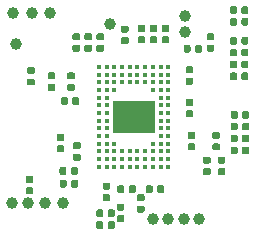
<source format=gbr>
G04 #@! TF.GenerationSoftware,KiCad,Pcbnew,5.0.2+dfsg1-1~bpo9+1*
G04 #@! TF.CreationDate,2019-10-24T12:27:34+02:00*
G04 #@! TF.ProjectId,zglue-dragon-adapter,7a676c75-652d-4647-9261-676f6e2d6164,rev?*
G04 #@! TF.SameCoordinates,Original*
G04 #@! TF.FileFunction,Paste,Top*
G04 #@! TF.FilePolarity,Positive*
%FSLAX46Y46*%
G04 Gerber Fmt 4.6, Leading zero omitted, Abs format (unit mm)*
G04 Created by KiCad (PCBNEW 5.0.2+dfsg1-1~bpo9+1) date Thu 24 Oct 2019 12:27:34 PM CEST*
%MOMM*%
%LPD*%
G01*
G04 APERTURE LIST*
%ADD10C,1.000000*%
%ADD11C,0.100000*%
%ADD12C,0.590000*%
%ADD13R,0.300000X0.300000*%
%ADD14R,3.600000X2.800000*%
G04 APERTURE END LIST*
D10*
G04 #@! TO.C,TP5*
X18070000Y-18670800D03*
G04 #@! TD*
D11*
G04 #@! TO.C,R25*
G36*
X22086958Y-640710D02*
X22101276Y-642834D01*
X22115317Y-646351D01*
X22128946Y-651228D01*
X22142031Y-657417D01*
X22154447Y-664858D01*
X22166073Y-673481D01*
X22176798Y-683202D01*
X22186519Y-693927D01*
X22195142Y-705553D01*
X22202583Y-717969D01*
X22208772Y-731054D01*
X22213649Y-744683D01*
X22217166Y-758724D01*
X22219290Y-773042D01*
X22220000Y-787500D01*
X22220000Y-1132500D01*
X22219290Y-1146958D01*
X22217166Y-1161276D01*
X22213649Y-1175317D01*
X22208772Y-1188946D01*
X22202583Y-1202031D01*
X22195142Y-1214447D01*
X22186519Y-1226073D01*
X22176798Y-1236798D01*
X22166073Y-1246519D01*
X22154447Y-1255142D01*
X22142031Y-1262583D01*
X22128946Y-1268772D01*
X22115317Y-1273649D01*
X22101276Y-1277166D01*
X22086958Y-1279290D01*
X22072500Y-1280000D01*
X21777500Y-1280000D01*
X21763042Y-1279290D01*
X21748724Y-1277166D01*
X21734683Y-1273649D01*
X21721054Y-1268772D01*
X21707969Y-1262583D01*
X21695553Y-1255142D01*
X21683927Y-1246519D01*
X21673202Y-1236798D01*
X21663481Y-1226073D01*
X21654858Y-1214447D01*
X21647417Y-1202031D01*
X21641228Y-1188946D01*
X21636351Y-1175317D01*
X21632834Y-1161276D01*
X21630710Y-1146958D01*
X21630000Y-1132500D01*
X21630000Y-787500D01*
X21630710Y-773042D01*
X21632834Y-758724D01*
X21636351Y-744683D01*
X21641228Y-731054D01*
X21647417Y-717969D01*
X21654858Y-705553D01*
X21663481Y-693927D01*
X21673202Y-683202D01*
X21683927Y-673481D01*
X21695553Y-664858D01*
X21707969Y-657417D01*
X21721054Y-651228D01*
X21734683Y-646351D01*
X21748724Y-642834D01*
X21763042Y-640710D01*
X21777500Y-640000D01*
X22072500Y-640000D01*
X22086958Y-640710D01*
X22086958Y-640710D01*
G37*
D12*
X21925000Y-960000D03*
D11*
G36*
X21116958Y-640710D02*
X21131276Y-642834D01*
X21145317Y-646351D01*
X21158946Y-651228D01*
X21172031Y-657417D01*
X21184447Y-664858D01*
X21196073Y-673481D01*
X21206798Y-683202D01*
X21216519Y-693927D01*
X21225142Y-705553D01*
X21232583Y-717969D01*
X21238772Y-731054D01*
X21243649Y-744683D01*
X21247166Y-758724D01*
X21249290Y-773042D01*
X21250000Y-787500D01*
X21250000Y-1132500D01*
X21249290Y-1146958D01*
X21247166Y-1161276D01*
X21243649Y-1175317D01*
X21238772Y-1188946D01*
X21232583Y-1202031D01*
X21225142Y-1214447D01*
X21216519Y-1226073D01*
X21206798Y-1236798D01*
X21196073Y-1246519D01*
X21184447Y-1255142D01*
X21172031Y-1262583D01*
X21158946Y-1268772D01*
X21145317Y-1273649D01*
X21131276Y-1277166D01*
X21116958Y-1279290D01*
X21102500Y-1280000D01*
X20807500Y-1280000D01*
X20793042Y-1279290D01*
X20778724Y-1277166D01*
X20764683Y-1273649D01*
X20751054Y-1268772D01*
X20737969Y-1262583D01*
X20725553Y-1255142D01*
X20713927Y-1246519D01*
X20703202Y-1236798D01*
X20693481Y-1226073D01*
X20684858Y-1214447D01*
X20677417Y-1202031D01*
X20671228Y-1188946D01*
X20666351Y-1175317D01*
X20662834Y-1161276D01*
X20660710Y-1146958D01*
X20660000Y-1132500D01*
X20660000Y-787500D01*
X20660710Y-773042D01*
X20662834Y-758724D01*
X20666351Y-744683D01*
X20671228Y-731054D01*
X20677417Y-717969D01*
X20684858Y-705553D01*
X20693481Y-693927D01*
X20703202Y-683202D01*
X20713927Y-673481D01*
X20725553Y-664858D01*
X20737969Y-657417D01*
X20751054Y-651228D01*
X20764683Y-646351D01*
X20778724Y-642834D01*
X20793042Y-640710D01*
X20807500Y-640000D01*
X21102500Y-640000D01*
X21116958Y-640710D01*
X21116958Y-640710D01*
G37*
D12*
X20955000Y-960000D03*
G04 #@! TD*
D11*
G04 #@! TO.C,R26*
G36*
X21116958Y-1630710D02*
X21131276Y-1632834D01*
X21145317Y-1636351D01*
X21158946Y-1641228D01*
X21172031Y-1647417D01*
X21184447Y-1654858D01*
X21196073Y-1663481D01*
X21206798Y-1673202D01*
X21216519Y-1683927D01*
X21225142Y-1695553D01*
X21232583Y-1707969D01*
X21238772Y-1721054D01*
X21243649Y-1734683D01*
X21247166Y-1748724D01*
X21249290Y-1763042D01*
X21250000Y-1777500D01*
X21250000Y-2122500D01*
X21249290Y-2136958D01*
X21247166Y-2151276D01*
X21243649Y-2165317D01*
X21238772Y-2178946D01*
X21232583Y-2192031D01*
X21225142Y-2204447D01*
X21216519Y-2216073D01*
X21206798Y-2226798D01*
X21196073Y-2236519D01*
X21184447Y-2245142D01*
X21172031Y-2252583D01*
X21158946Y-2258772D01*
X21145317Y-2263649D01*
X21131276Y-2267166D01*
X21116958Y-2269290D01*
X21102500Y-2270000D01*
X20807500Y-2270000D01*
X20793042Y-2269290D01*
X20778724Y-2267166D01*
X20764683Y-2263649D01*
X20751054Y-2258772D01*
X20737969Y-2252583D01*
X20725553Y-2245142D01*
X20713927Y-2236519D01*
X20703202Y-2226798D01*
X20693481Y-2216073D01*
X20684858Y-2204447D01*
X20677417Y-2192031D01*
X20671228Y-2178946D01*
X20666351Y-2165317D01*
X20662834Y-2151276D01*
X20660710Y-2136958D01*
X20660000Y-2122500D01*
X20660000Y-1777500D01*
X20660710Y-1763042D01*
X20662834Y-1748724D01*
X20666351Y-1734683D01*
X20671228Y-1721054D01*
X20677417Y-1707969D01*
X20684858Y-1695553D01*
X20693481Y-1683927D01*
X20703202Y-1673202D01*
X20713927Y-1663481D01*
X20725553Y-1654858D01*
X20737969Y-1647417D01*
X20751054Y-1641228D01*
X20764683Y-1636351D01*
X20778724Y-1632834D01*
X20793042Y-1630710D01*
X20807500Y-1630000D01*
X21102500Y-1630000D01*
X21116958Y-1630710D01*
X21116958Y-1630710D01*
G37*
D12*
X20955000Y-1950000D03*
D11*
G36*
X22086958Y-1630710D02*
X22101276Y-1632834D01*
X22115317Y-1636351D01*
X22128946Y-1641228D01*
X22142031Y-1647417D01*
X22154447Y-1654858D01*
X22166073Y-1663481D01*
X22176798Y-1673202D01*
X22186519Y-1683927D01*
X22195142Y-1695553D01*
X22202583Y-1707969D01*
X22208772Y-1721054D01*
X22213649Y-1734683D01*
X22217166Y-1748724D01*
X22219290Y-1763042D01*
X22220000Y-1777500D01*
X22220000Y-2122500D01*
X22219290Y-2136958D01*
X22217166Y-2151276D01*
X22213649Y-2165317D01*
X22208772Y-2178946D01*
X22202583Y-2192031D01*
X22195142Y-2204447D01*
X22186519Y-2216073D01*
X22176798Y-2226798D01*
X22166073Y-2236519D01*
X22154447Y-2245142D01*
X22142031Y-2252583D01*
X22128946Y-2258772D01*
X22115317Y-2263649D01*
X22101276Y-2267166D01*
X22086958Y-2269290D01*
X22072500Y-2270000D01*
X21777500Y-2270000D01*
X21763042Y-2269290D01*
X21748724Y-2267166D01*
X21734683Y-2263649D01*
X21721054Y-2258772D01*
X21707969Y-2252583D01*
X21695553Y-2245142D01*
X21683927Y-2236519D01*
X21673202Y-2226798D01*
X21663481Y-2216073D01*
X21654858Y-2204447D01*
X21647417Y-2192031D01*
X21641228Y-2178946D01*
X21636351Y-2165317D01*
X21632834Y-2151276D01*
X21630710Y-2136958D01*
X21630000Y-2122500D01*
X21630000Y-1777500D01*
X21630710Y-1763042D01*
X21632834Y-1748724D01*
X21636351Y-1734683D01*
X21641228Y-1721054D01*
X21647417Y-1707969D01*
X21654858Y-1695553D01*
X21663481Y-1683927D01*
X21673202Y-1673202D01*
X21683927Y-1663481D01*
X21695553Y-1654858D01*
X21707969Y-1647417D01*
X21721054Y-1641228D01*
X21734683Y-1636351D01*
X21748724Y-1632834D01*
X21763042Y-1630710D01*
X21777500Y-1630000D01*
X22072500Y-1630000D01*
X22086958Y-1630710D01*
X22086958Y-1630710D01*
G37*
D12*
X21925000Y-1950000D03*
G04 #@! TD*
D11*
G04 #@! TO.C,C10*
G36*
X10386958Y-16540710D02*
X10401276Y-16542834D01*
X10415317Y-16546351D01*
X10428946Y-16551228D01*
X10442031Y-16557417D01*
X10454447Y-16564858D01*
X10466073Y-16573481D01*
X10476798Y-16583202D01*
X10486519Y-16593927D01*
X10495142Y-16605553D01*
X10502583Y-16617969D01*
X10508772Y-16631054D01*
X10513649Y-16644683D01*
X10517166Y-16658724D01*
X10519290Y-16673042D01*
X10520000Y-16687500D01*
X10520000Y-16982500D01*
X10519290Y-16996958D01*
X10517166Y-17011276D01*
X10513649Y-17025317D01*
X10508772Y-17038946D01*
X10502583Y-17052031D01*
X10495142Y-17064447D01*
X10486519Y-17076073D01*
X10476798Y-17086798D01*
X10466073Y-17096519D01*
X10454447Y-17105142D01*
X10442031Y-17112583D01*
X10428946Y-17118772D01*
X10415317Y-17123649D01*
X10401276Y-17127166D01*
X10386958Y-17129290D01*
X10372500Y-17130000D01*
X10027500Y-17130000D01*
X10013042Y-17129290D01*
X9998724Y-17127166D01*
X9984683Y-17123649D01*
X9971054Y-17118772D01*
X9957969Y-17112583D01*
X9945553Y-17105142D01*
X9933927Y-17096519D01*
X9923202Y-17086798D01*
X9913481Y-17076073D01*
X9904858Y-17064447D01*
X9897417Y-17052031D01*
X9891228Y-17038946D01*
X9886351Y-17025317D01*
X9882834Y-17011276D01*
X9880710Y-16996958D01*
X9880000Y-16982500D01*
X9880000Y-16687500D01*
X9880710Y-16673042D01*
X9882834Y-16658724D01*
X9886351Y-16644683D01*
X9891228Y-16631054D01*
X9897417Y-16617969D01*
X9904858Y-16605553D01*
X9913481Y-16593927D01*
X9923202Y-16583202D01*
X9933927Y-16573481D01*
X9945553Y-16564858D01*
X9957969Y-16557417D01*
X9971054Y-16551228D01*
X9984683Y-16546351D01*
X9998724Y-16542834D01*
X10013042Y-16540710D01*
X10027500Y-16540000D01*
X10372500Y-16540000D01*
X10386958Y-16540710D01*
X10386958Y-16540710D01*
G37*
D12*
X10200000Y-16835000D03*
D11*
G36*
X10386958Y-15570710D02*
X10401276Y-15572834D01*
X10415317Y-15576351D01*
X10428946Y-15581228D01*
X10442031Y-15587417D01*
X10454447Y-15594858D01*
X10466073Y-15603481D01*
X10476798Y-15613202D01*
X10486519Y-15623927D01*
X10495142Y-15635553D01*
X10502583Y-15647969D01*
X10508772Y-15661054D01*
X10513649Y-15674683D01*
X10517166Y-15688724D01*
X10519290Y-15703042D01*
X10520000Y-15717500D01*
X10520000Y-16012500D01*
X10519290Y-16026958D01*
X10517166Y-16041276D01*
X10513649Y-16055317D01*
X10508772Y-16068946D01*
X10502583Y-16082031D01*
X10495142Y-16094447D01*
X10486519Y-16106073D01*
X10476798Y-16116798D01*
X10466073Y-16126519D01*
X10454447Y-16135142D01*
X10442031Y-16142583D01*
X10428946Y-16148772D01*
X10415317Y-16153649D01*
X10401276Y-16157166D01*
X10386958Y-16159290D01*
X10372500Y-16160000D01*
X10027500Y-16160000D01*
X10013042Y-16159290D01*
X9998724Y-16157166D01*
X9984683Y-16153649D01*
X9971054Y-16148772D01*
X9957969Y-16142583D01*
X9945553Y-16135142D01*
X9933927Y-16126519D01*
X9923202Y-16116798D01*
X9913481Y-16106073D01*
X9904858Y-16094447D01*
X9897417Y-16082031D01*
X9891228Y-16068946D01*
X9886351Y-16055317D01*
X9882834Y-16041276D01*
X9880710Y-16026958D01*
X9880000Y-16012500D01*
X9880000Y-15717500D01*
X9880710Y-15703042D01*
X9882834Y-15688724D01*
X9886351Y-15674683D01*
X9891228Y-15661054D01*
X9897417Y-15647969D01*
X9904858Y-15635553D01*
X9913481Y-15623927D01*
X9923202Y-15613202D01*
X9933927Y-15603481D01*
X9945553Y-15594858D01*
X9957969Y-15587417D01*
X9971054Y-15581228D01*
X9984683Y-15576351D01*
X9998724Y-15572834D01*
X10013042Y-15570710D01*
X10027500Y-15570000D01*
X10372500Y-15570000D01*
X10386958Y-15570710D01*
X10386958Y-15570710D01*
G37*
D12*
X10200000Y-15865000D03*
G04 #@! TD*
D10*
G04 #@! TO.C,TP16*
X16730000Y-18670800D03*
G04 #@! TD*
G04 #@! TO.C,TP14*
X14140000Y-18660800D03*
G04 #@! TD*
G04 #@! TO.C,TP15*
X15430000Y-18670800D03*
G04 #@! TD*
D11*
G04 #@! TO.C,R15*
G36*
X22086958Y-3240710D02*
X22101276Y-3242834D01*
X22115317Y-3246351D01*
X22128946Y-3251228D01*
X22142031Y-3257417D01*
X22154447Y-3264858D01*
X22166073Y-3273481D01*
X22176798Y-3283202D01*
X22186519Y-3293927D01*
X22195142Y-3305553D01*
X22202583Y-3317969D01*
X22208772Y-3331054D01*
X22213649Y-3344683D01*
X22217166Y-3358724D01*
X22219290Y-3373042D01*
X22220000Y-3387500D01*
X22220000Y-3732500D01*
X22219290Y-3746958D01*
X22217166Y-3761276D01*
X22213649Y-3775317D01*
X22208772Y-3788946D01*
X22202583Y-3802031D01*
X22195142Y-3814447D01*
X22186519Y-3826073D01*
X22176798Y-3836798D01*
X22166073Y-3846519D01*
X22154447Y-3855142D01*
X22142031Y-3862583D01*
X22128946Y-3868772D01*
X22115317Y-3873649D01*
X22101276Y-3877166D01*
X22086958Y-3879290D01*
X22072500Y-3880000D01*
X21777500Y-3880000D01*
X21763042Y-3879290D01*
X21748724Y-3877166D01*
X21734683Y-3873649D01*
X21721054Y-3868772D01*
X21707969Y-3862583D01*
X21695553Y-3855142D01*
X21683927Y-3846519D01*
X21673202Y-3836798D01*
X21663481Y-3826073D01*
X21654858Y-3814447D01*
X21647417Y-3802031D01*
X21641228Y-3788946D01*
X21636351Y-3775317D01*
X21632834Y-3761276D01*
X21630710Y-3746958D01*
X21630000Y-3732500D01*
X21630000Y-3387500D01*
X21630710Y-3373042D01*
X21632834Y-3358724D01*
X21636351Y-3344683D01*
X21641228Y-3331054D01*
X21647417Y-3317969D01*
X21654858Y-3305553D01*
X21663481Y-3293927D01*
X21673202Y-3283202D01*
X21683927Y-3273481D01*
X21695553Y-3264858D01*
X21707969Y-3257417D01*
X21721054Y-3251228D01*
X21734683Y-3246351D01*
X21748724Y-3242834D01*
X21763042Y-3240710D01*
X21777500Y-3240000D01*
X22072500Y-3240000D01*
X22086958Y-3240710D01*
X22086958Y-3240710D01*
G37*
D12*
X21925000Y-3560000D03*
D11*
G36*
X21116958Y-3240710D02*
X21131276Y-3242834D01*
X21145317Y-3246351D01*
X21158946Y-3251228D01*
X21172031Y-3257417D01*
X21184447Y-3264858D01*
X21196073Y-3273481D01*
X21206798Y-3283202D01*
X21216519Y-3293927D01*
X21225142Y-3305553D01*
X21232583Y-3317969D01*
X21238772Y-3331054D01*
X21243649Y-3344683D01*
X21247166Y-3358724D01*
X21249290Y-3373042D01*
X21250000Y-3387500D01*
X21250000Y-3732500D01*
X21249290Y-3746958D01*
X21247166Y-3761276D01*
X21243649Y-3775317D01*
X21238772Y-3788946D01*
X21232583Y-3802031D01*
X21225142Y-3814447D01*
X21216519Y-3826073D01*
X21206798Y-3836798D01*
X21196073Y-3846519D01*
X21184447Y-3855142D01*
X21172031Y-3862583D01*
X21158946Y-3868772D01*
X21145317Y-3873649D01*
X21131276Y-3877166D01*
X21116958Y-3879290D01*
X21102500Y-3880000D01*
X20807500Y-3880000D01*
X20793042Y-3879290D01*
X20778724Y-3877166D01*
X20764683Y-3873649D01*
X20751054Y-3868772D01*
X20737969Y-3862583D01*
X20725553Y-3855142D01*
X20713927Y-3846519D01*
X20703202Y-3836798D01*
X20693481Y-3826073D01*
X20684858Y-3814447D01*
X20677417Y-3802031D01*
X20671228Y-3788946D01*
X20666351Y-3775317D01*
X20662834Y-3761276D01*
X20660710Y-3746958D01*
X20660000Y-3732500D01*
X20660000Y-3387500D01*
X20660710Y-3373042D01*
X20662834Y-3358724D01*
X20666351Y-3344683D01*
X20671228Y-3331054D01*
X20677417Y-3317969D01*
X20684858Y-3305553D01*
X20693481Y-3293927D01*
X20703202Y-3283202D01*
X20713927Y-3273481D01*
X20725553Y-3264858D01*
X20737969Y-3257417D01*
X20751054Y-3251228D01*
X20764683Y-3246351D01*
X20778724Y-3242834D01*
X20793042Y-3240710D01*
X20807500Y-3240000D01*
X21102500Y-3240000D01*
X21116958Y-3240710D01*
X21116958Y-3240710D01*
G37*
D12*
X20955000Y-3560000D03*
G04 #@! TD*
D11*
G04 #@! TO.C,R17*
G36*
X22086958Y-5240710D02*
X22101276Y-5242834D01*
X22115317Y-5246351D01*
X22128946Y-5251228D01*
X22142031Y-5257417D01*
X22154447Y-5264858D01*
X22166073Y-5273481D01*
X22176798Y-5283202D01*
X22186519Y-5293927D01*
X22195142Y-5305553D01*
X22202583Y-5317969D01*
X22208772Y-5331054D01*
X22213649Y-5344683D01*
X22217166Y-5358724D01*
X22219290Y-5373042D01*
X22220000Y-5387500D01*
X22220000Y-5732500D01*
X22219290Y-5746958D01*
X22217166Y-5761276D01*
X22213649Y-5775317D01*
X22208772Y-5788946D01*
X22202583Y-5802031D01*
X22195142Y-5814447D01*
X22186519Y-5826073D01*
X22176798Y-5836798D01*
X22166073Y-5846519D01*
X22154447Y-5855142D01*
X22142031Y-5862583D01*
X22128946Y-5868772D01*
X22115317Y-5873649D01*
X22101276Y-5877166D01*
X22086958Y-5879290D01*
X22072500Y-5880000D01*
X21777500Y-5880000D01*
X21763042Y-5879290D01*
X21748724Y-5877166D01*
X21734683Y-5873649D01*
X21721054Y-5868772D01*
X21707969Y-5862583D01*
X21695553Y-5855142D01*
X21683927Y-5846519D01*
X21673202Y-5836798D01*
X21663481Y-5826073D01*
X21654858Y-5814447D01*
X21647417Y-5802031D01*
X21641228Y-5788946D01*
X21636351Y-5775317D01*
X21632834Y-5761276D01*
X21630710Y-5746958D01*
X21630000Y-5732500D01*
X21630000Y-5387500D01*
X21630710Y-5373042D01*
X21632834Y-5358724D01*
X21636351Y-5344683D01*
X21641228Y-5331054D01*
X21647417Y-5317969D01*
X21654858Y-5305553D01*
X21663481Y-5293927D01*
X21673202Y-5283202D01*
X21683927Y-5273481D01*
X21695553Y-5264858D01*
X21707969Y-5257417D01*
X21721054Y-5251228D01*
X21734683Y-5246351D01*
X21748724Y-5242834D01*
X21763042Y-5240710D01*
X21777500Y-5240000D01*
X22072500Y-5240000D01*
X22086958Y-5240710D01*
X22086958Y-5240710D01*
G37*
D12*
X21925000Y-5560000D03*
D11*
G36*
X21116958Y-5240710D02*
X21131276Y-5242834D01*
X21145317Y-5246351D01*
X21158946Y-5251228D01*
X21172031Y-5257417D01*
X21184447Y-5264858D01*
X21196073Y-5273481D01*
X21206798Y-5283202D01*
X21216519Y-5293927D01*
X21225142Y-5305553D01*
X21232583Y-5317969D01*
X21238772Y-5331054D01*
X21243649Y-5344683D01*
X21247166Y-5358724D01*
X21249290Y-5373042D01*
X21250000Y-5387500D01*
X21250000Y-5732500D01*
X21249290Y-5746958D01*
X21247166Y-5761276D01*
X21243649Y-5775317D01*
X21238772Y-5788946D01*
X21232583Y-5802031D01*
X21225142Y-5814447D01*
X21216519Y-5826073D01*
X21206798Y-5836798D01*
X21196073Y-5846519D01*
X21184447Y-5855142D01*
X21172031Y-5862583D01*
X21158946Y-5868772D01*
X21145317Y-5873649D01*
X21131276Y-5877166D01*
X21116958Y-5879290D01*
X21102500Y-5880000D01*
X20807500Y-5880000D01*
X20793042Y-5879290D01*
X20778724Y-5877166D01*
X20764683Y-5873649D01*
X20751054Y-5868772D01*
X20737969Y-5862583D01*
X20725553Y-5855142D01*
X20713927Y-5846519D01*
X20703202Y-5836798D01*
X20693481Y-5826073D01*
X20684858Y-5814447D01*
X20677417Y-5802031D01*
X20671228Y-5788946D01*
X20666351Y-5775317D01*
X20662834Y-5761276D01*
X20660710Y-5746958D01*
X20660000Y-5732500D01*
X20660000Y-5387500D01*
X20660710Y-5373042D01*
X20662834Y-5358724D01*
X20666351Y-5344683D01*
X20671228Y-5331054D01*
X20677417Y-5317969D01*
X20684858Y-5305553D01*
X20693481Y-5293927D01*
X20703202Y-5283202D01*
X20713927Y-5273481D01*
X20725553Y-5264858D01*
X20737969Y-5257417D01*
X20751054Y-5251228D01*
X20764683Y-5246351D01*
X20778724Y-5242834D01*
X20793042Y-5240710D01*
X20807500Y-5240000D01*
X21102500Y-5240000D01*
X21116958Y-5240710D01*
X21116958Y-5240710D01*
G37*
D12*
X20955000Y-5560000D03*
G04 #@! TD*
D11*
G04 #@! TO.C,R16*
G36*
X22086958Y-4240710D02*
X22101276Y-4242834D01*
X22115317Y-4246351D01*
X22128946Y-4251228D01*
X22142031Y-4257417D01*
X22154447Y-4264858D01*
X22166073Y-4273481D01*
X22176798Y-4283202D01*
X22186519Y-4293927D01*
X22195142Y-4305553D01*
X22202583Y-4317969D01*
X22208772Y-4331054D01*
X22213649Y-4344683D01*
X22217166Y-4358724D01*
X22219290Y-4373042D01*
X22220000Y-4387500D01*
X22220000Y-4732500D01*
X22219290Y-4746958D01*
X22217166Y-4761276D01*
X22213649Y-4775317D01*
X22208772Y-4788946D01*
X22202583Y-4802031D01*
X22195142Y-4814447D01*
X22186519Y-4826073D01*
X22176798Y-4836798D01*
X22166073Y-4846519D01*
X22154447Y-4855142D01*
X22142031Y-4862583D01*
X22128946Y-4868772D01*
X22115317Y-4873649D01*
X22101276Y-4877166D01*
X22086958Y-4879290D01*
X22072500Y-4880000D01*
X21777500Y-4880000D01*
X21763042Y-4879290D01*
X21748724Y-4877166D01*
X21734683Y-4873649D01*
X21721054Y-4868772D01*
X21707969Y-4862583D01*
X21695553Y-4855142D01*
X21683927Y-4846519D01*
X21673202Y-4836798D01*
X21663481Y-4826073D01*
X21654858Y-4814447D01*
X21647417Y-4802031D01*
X21641228Y-4788946D01*
X21636351Y-4775317D01*
X21632834Y-4761276D01*
X21630710Y-4746958D01*
X21630000Y-4732500D01*
X21630000Y-4387500D01*
X21630710Y-4373042D01*
X21632834Y-4358724D01*
X21636351Y-4344683D01*
X21641228Y-4331054D01*
X21647417Y-4317969D01*
X21654858Y-4305553D01*
X21663481Y-4293927D01*
X21673202Y-4283202D01*
X21683927Y-4273481D01*
X21695553Y-4264858D01*
X21707969Y-4257417D01*
X21721054Y-4251228D01*
X21734683Y-4246351D01*
X21748724Y-4242834D01*
X21763042Y-4240710D01*
X21777500Y-4240000D01*
X22072500Y-4240000D01*
X22086958Y-4240710D01*
X22086958Y-4240710D01*
G37*
D12*
X21925000Y-4560000D03*
D11*
G36*
X21116958Y-4240710D02*
X21131276Y-4242834D01*
X21145317Y-4246351D01*
X21158946Y-4251228D01*
X21172031Y-4257417D01*
X21184447Y-4264858D01*
X21196073Y-4273481D01*
X21206798Y-4283202D01*
X21216519Y-4293927D01*
X21225142Y-4305553D01*
X21232583Y-4317969D01*
X21238772Y-4331054D01*
X21243649Y-4344683D01*
X21247166Y-4358724D01*
X21249290Y-4373042D01*
X21250000Y-4387500D01*
X21250000Y-4732500D01*
X21249290Y-4746958D01*
X21247166Y-4761276D01*
X21243649Y-4775317D01*
X21238772Y-4788946D01*
X21232583Y-4802031D01*
X21225142Y-4814447D01*
X21216519Y-4826073D01*
X21206798Y-4836798D01*
X21196073Y-4846519D01*
X21184447Y-4855142D01*
X21172031Y-4862583D01*
X21158946Y-4868772D01*
X21145317Y-4873649D01*
X21131276Y-4877166D01*
X21116958Y-4879290D01*
X21102500Y-4880000D01*
X20807500Y-4880000D01*
X20793042Y-4879290D01*
X20778724Y-4877166D01*
X20764683Y-4873649D01*
X20751054Y-4868772D01*
X20737969Y-4862583D01*
X20725553Y-4855142D01*
X20713927Y-4846519D01*
X20703202Y-4836798D01*
X20693481Y-4826073D01*
X20684858Y-4814447D01*
X20677417Y-4802031D01*
X20671228Y-4788946D01*
X20666351Y-4775317D01*
X20662834Y-4761276D01*
X20660710Y-4746958D01*
X20660000Y-4732500D01*
X20660000Y-4387500D01*
X20660710Y-4373042D01*
X20662834Y-4358724D01*
X20666351Y-4344683D01*
X20671228Y-4331054D01*
X20677417Y-4317969D01*
X20684858Y-4305553D01*
X20693481Y-4293927D01*
X20703202Y-4283202D01*
X20713927Y-4273481D01*
X20725553Y-4264858D01*
X20737969Y-4257417D01*
X20751054Y-4251228D01*
X20764683Y-4246351D01*
X20778724Y-4242834D01*
X20793042Y-4240710D01*
X20807500Y-4240000D01*
X21102500Y-4240000D01*
X21116958Y-4240710D01*
X21116958Y-4240710D01*
G37*
D12*
X20955000Y-4560000D03*
G04 #@! TD*
D11*
G04 #@! TO.C,R3*
G36*
X5731958Y-7205710D02*
X5746276Y-7207834D01*
X5760317Y-7211351D01*
X5773946Y-7216228D01*
X5787031Y-7222417D01*
X5799447Y-7229858D01*
X5811073Y-7238481D01*
X5821798Y-7248202D01*
X5831519Y-7258927D01*
X5840142Y-7270553D01*
X5847583Y-7282969D01*
X5853772Y-7296054D01*
X5858649Y-7309683D01*
X5862166Y-7323724D01*
X5864290Y-7338042D01*
X5865000Y-7352500D01*
X5865000Y-7647500D01*
X5864290Y-7661958D01*
X5862166Y-7676276D01*
X5858649Y-7690317D01*
X5853772Y-7703946D01*
X5847583Y-7717031D01*
X5840142Y-7729447D01*
X5831519Y-7741073D01*
X5821798Y-7751798D01*
X5811073Y-7761519D01*
X5799447Y-7770142D01*
X5787031Y-7777583D01*
X5773946Y-7783772D01*
X5760317Y-7788649D01*
X5746276Y-7792166D01*
X5731958Y-7794290D01*
X5717500Y-7795000D01*
X5372500Y-7795000D01*
X5358042Y-7794290D01*
X5343724Y-7792166D01*
X5329683Y-7788649D01*
X5316054Y-7783772D01*
X5302969Y-7777583D01*
X5290553Y-7770142D01*
X5278927Y-7761519D01*
X5268202Y-7751798D01*
X5258481Y-7741073D01*
X5249858Y-7729447D01*
X5242417Y-7717031D01*
X5236228Y-7703946D01*
X5231351Y-7690317D01*
X5227834Y-7676276D01*
X5225710Y-7661958D01*
X5225000Y-7647500D01*
X5225000Y-7352500D01*
X5225710Y-7338042D01*
X5227834Y-7323724D01*
X5231351Y-7309683D01*
X5236228Y-7296054D01*
X5242417Y-7282969D01*
X5249858Y-7270553D01*
X5258481Y-7258927D01*
X5268202Y-7248202D01*
X5278927Y-7238481D01*
X5290553Y-7229858D01*
X5302969Y-7222417D01*
X5316054Y-7216228D01*
X5329683Y-7211351D01*
X5343724Y-7207834D01*
X5358042Y-7205710D01*
X5372500Y-7205000D01*
X5717500Y-7205000D01*
X5731958Y-7205710D01*
X5731958Y-7205710D01*
G37*
D12*
X5545000Y-7500000D03*
D11*
G36*
X5731958Y-6235710D02*
X5746276Y-6237834D01*
X5760317Y-6241351D01*
X5773946Y-6246228D01*
X5787031Y-6252417D01*
X5799447Y-6259858D01*
X5811073Y-6268481D01*
X5821798Y-6278202D01*
X5831519Y-6288927D01*
X5840142Y-6300553D01*
X5847583Y-6312969D01*
X5853772Y-6326054D01*
X5858649Y-6339683D01*
X5862166Y-6353724D01*
X5864290Y-6368042D01*
X5865000Y-6382500D01*
X5865000Y-6677500D01*
X5864290Y-6691958D01*
X5862166Y-6706276D01*
X5858649Y-6720317D01*
X5853772Y-6733946D01*
X5847583Y-6747031D01*
X5840142Y-6759447D01*
X5831519Y-6771073D01*
X5821798Y-6781798D01*
X5811073Y-6791519D01*
X5799447Y-6800142D01*
X5787031Y-6807583D01*
X5773946Y-6813772D01*
X5760317Y-6818649D01*
X5746276Y-6822166D01*
X5731958Y-6824290D01*
X5717500Y-6825000D01*
X5372500Y-6825000D01*
X5358042Y-6824290D01*
X5343724Y-6822166D01*
X5329683Y-6818649D01*
X5316054Y-6813772D01*
X5302969Y-6807583D01*
X5290553Y-6800142D01*
X5278927Y-6791519D01*
X5268202Y-6781798D01*
X5258481Y-6771073D01*
X5249858Y-6759447D01*
X5242417Y-6747031D01*
X5236228Y-6733946D01*
X5231351Y-6720317D01*
X5227834Y-6706276D01*
X5225710Y-6691958D01*
X5225000Y-6677500D01*
X5225000Y-6382500D01*
X5225710Y-6368042D01*
X5227834Y-6353724D01*
X5231351Y-6339683D01*
X5236228Y-6326054D01*
X5242417Y-6312969D01*
X5249858Y-6300553D01*
X5258481Y-6288927D01*
X5268202Y-6278202D01*
X5278927Y-6268481D01*
X5290553Y-6259858D01*
X5302969Y-6252417D01*
X5316054Y-6246228D01*
X5329683Y-6241351D01*
X5343724Y-6237834D01*
X5358042Y-6235710D01*
X5372500Y-6235000D01*
X5717500Y-6235000D01*
X5731958Y-6235710D01*
X5731958Y-6235710D01*
G37*
D12*
X5545000Y-6530000D03*
G04 #@! TD*
D13*
G04 #@! TO.C,U1*
X9575000Y-14225000D03*
X10225000Y-14225000D03*
X10875000Y-14225000D03*
X11525000Y-14225000D03*
X12175000Y-14225000D03*
X12825000Y-14225000D03*
X13475000Y-14225000D03*
X14125000Y-14225000D03*
X14775000Y-14225000D03*
X15425000Y-14225000D03*
X13475000Y-13575000D03*
X12175000Y-13575000D03*
X10875000Y-13575000D03*
X14125000Y-13575000D03*
X11525000Y-13575000D03*
X9575000Y-13575000D03*
X14775000Y-13575000D03*
X10225000Y-13575000D03*
X15425000Y-13575000D03*
X12825000Y-13575000D03*
X13475000Y-12925000D03*
X12175000Y-12925000D03*
X10875000Y-12925000D03*
X14125000Y-12925000D03*
X11525000Y-12925000D03*
X9575000Y-12925000D03*
X14775000Y-12925000D03*
X10225000Y-12925000D03*
X15425000Y-12925000D03*
X12825000Y-12925000D03*
X10875000Y-12275000D03*
X14125000Y-12275000D03*
X9575000Y-12275000D03*
X14775000Y-12275000D03*
X10225000Y-12275000D03*
X15425000Y-12275000D03*
X14775000Y-11625000D03*
X9575000Y-11625000D03*
X15425000Y-11625000D03*
X10225000Y-11625000D03*
X14775000Y-10975000D03*
X10225000Y-10975000D03*
X15425000Y-10975000D03*
X9575000Y-10975000D03*
X14775000Y-10325000D03*
X10225000Y-10325000D03*
X15425000Y-10325000D03*
X9575000Y-10325000D03*
X14775000Y-9675000D03*
X10225000Y-9675000D03*
X15425000Y-9675000D03*
X9575000Y-9675000D03*
X14775000Y-9025000D03*
X10225000Y-9025000D03*
X15425000Y-9025000D03*
X9575000Y-9025000D03*
X14775000Y-8375000D03*
X10225000Y-8375000D03*
X15425000Y-8375000D03*
X9575000Y-8375000D03*
X14125000Y-7725000D03*
X10875000Y-7725000D03*
X14775000Y-7725000D03*
X9575000Y-7725000D03*
X15425000Y-7725000D03*
X10225000Y-7725000D03*
X14125000Y-7075000D03*
X14775000Y-7075000D03*
X11525000Y-6425000D03*
X13475000Y-5775000D03*
X13475000Y-6425000D03*
X14775000Y-6425000D03*
X10225000Y-7075000D03*
X15425000Y-7075000D03*
X12175000Y-7075000D03*
X13475000Y-7075000D03*
X12825000Y-7075000D03*
X10225000Y-6425000D03*
X10225000Y-5775000D03*
X14775000Y-5775000D03*
X9575000Y-5775000D03*
X11525000Y-5775000D03*
X9575000Y-7075000D03*
X10875000Y-7075000D03*
X11525000Y-7075000D03*
X12825000Y-5775000D03*
X15425000Y-5775000D03*
X12175000Y-5775000D03*
X14125000Y-6425000D03*
X14125000Y-5775000D03*
X10875000Y-5775000D03*
X12825000Y-6425000D03*
X10875000Y-6425000D03*
X15425000Y-6425000D03*
X12175000Y-6425000D03*
X9575000Y-6425000D03*
D14*
X12500000Y-10000000D03*
G04 #@! TD*
D11*
G04 #@! TO.C,R4*
G36*
X13286958Y-17510710D02*
X13301276Y-17512834D01*
X13315317Y-17516351D01*
X13328946Y-17521228D01*
X13342031Y-17527417D01*
X13354447Y-17534858D01*
X13366073Y-17543481D01*
X13376798Y-17553202D01*
X13386519Y-17563927D01*
X13395142Y-17575553D01*
X13402583Y-17587969D01*
X13408772Y-17601054D01*
X13413649Y-17614683D01*
X13417166Y-17628724D01*
X13419290Y-17643042D01*
X13420000Y-17657500D01*
X13420000Y-17952500D01*
X13419290Y-17966958D01*
X13417166Y-17981276D01*
X13413649Y-17995317D01*
X13408772Y-18008946D01*
X13402583Y-18022031D01*
X13395142Y-18034447D01*
X13386519Y-18046073D01*
X13376798Y-18056798D01*
X13366073Y-18066519D01*
X13354447Y-18075142D01*
X13342031Y-18082583D01*
X13328946Y-18088772D01*
X13315317Y-18093649D01*
X13301276Y-18097166D01*
X13286958Y-18099290D01*
X13272500Y-18100000D01*
X12927500Y-18100000D01*
X12913042Y-18099290D01*
X12898724Y-18097166D01*
X12884683Y-18093649D01*
X12871054Y-18088772D01*
X12857969Y-18082583D01*
X12845553Y-18075142D01*
X12833927Y-18066519D01*
X12823202Y-18056798D01*
X12813481Y-18046073D01*
X12804858Y-18034447D01*
X12797417Y-18022031D01*
X12791228Y-18008946D01*
X12786351Y-17995317D01*
X12782834Y-17981276D01*
X12780710Y-17966958D01*
X12780000Y-17952500D01*
X12780000Y-17657500D01*
X12780710Y-17643042D01*
X12782834Y-17628724D01*
X12786351Y-17614683D01*
X12791228Y-17601054D01*
X12797417Y-17587969D01*
X12804858Y-17575553D01*
X12813481Y-17563927D01*
X12823202Y-17553202D01*
X12833927Y-17543481D01*
X12845553Y-17534858D01*
X12857969Y-17527417D01*
X12871054Y-17521228D01*
X12884683Y-17516351D01*
X12898724Y-17512834D01*
X12913042Y-17510710D01*
X12927500Y-17510000D01*
X13272500Y-17510000D01*
X13286958Y-17510710D01*
X13286958Y-17510710D01*
G37*
D12*
X13100000Y-17805000D03*
D11*
G36*
X13286958Y-16540710D02*
X13301276Y-16542834D01*
X13315317Y-16546351D01*
X13328946Y-16551228D01*
X13342031Y-16557417D01*
X13354447Y-16564858D01*
X13366073Y-16573481D01*
X13376798Y-16583202D01*
X13386519Y-16593927D01*
X13395142Y-16605553D01*
X13402583Y-16617969D01*
X13408772Y-16631054D01*
X13413649Y-16644683D01*
X13417166Y-16658724D01*
X13419290Y-16673042D01*
X13420000Y-16687500D01*
X13420000Y-16982500D01*
X13419290Y-16996958D01*
X13417166Y-17011276D01*
X13413649Y-17025317D01*
X13408772Y-17038946D01*
X13402583Y-17052031D01*
X13395142Y-17064447D01*
X13386519Y-17076073D01*
X13376798Y-17086798D01*
X13366073Y-17096519D01*
X13354447Y-17105142D01*
X13342031Y-17112583D01*
X13328946Y-17118772D01*
X13315317Y-17123649D01*
X13301276Y-17127166D01*
X13286958Y-17129290D01*
X13272500Y-17130000D01*
X12927500Y-17130000D01*
X12913042Y-17129290D01*
X12898724Y-17127166D01*
X12884683Y-17123649D01*
X12871054Y-17118772D01*
X12857969Y-17112583D01*
X12845553Y-17105142D01*
X12833927Y-17096519D01*
X12823202Y-17086798D01*
X12813481Y-17076073D01*
X12804858Y-17064447D01*
X12797417Y-17052031D01*
X12791228Y-17038946D01*
X12786351Y-17025317D01*
X12782834Y-17011276D01*
X12780710Y-16996958D01*
X12780000Y-16982500D01*
X12780000Y-16687500D01*
X12780710Y-16673042D01*
X12782834Y-16658724D01*
X12786351Y-16644683D01*
X12791228Y-16631054D01*
X12797417Y-16617969D01*
X12804858Y-16605553D01*
X12813481Y-16593927D01*
X12823202Y-16583202D01*
X12833927Y-16573481D01*
X12845553Y-16564858D01*
X12857969Y-16557417D01*
X12871054Y-16551228D01*
X12884683Y-16546351D01*
X12898724Y-16542834D01*
X12913042Y-16540710D01*
X12927500Y-16540000D01*
X13272500Y-16540000D01*
X13286958Y-16540710D01*
X13286958Y-16540710D01*
G37*
D12*
X13100000Y-16835000D03*
G04 #@! TD*
D11*
G04 #@! TO.C,C8*
G36*
X11936958Y-2270710D02*
X11951276Y-2272834D01*
X11965317Y-2276351D01*
X11978946Y-2281228D01*
X11992031Y-2287417D01*
X12004447Y-2294858D01*
X12016073Y-2303481D01*
X12026798Y-2313202D01*
X12036519Y-2323927D01*
X12045142Y-2335553D01*
X12052583Y-2347969D01*
X12058772Y-2361054D01*
X12063649Y-2374683D01*
X12067166Y-2388724D01*
X12069290Y-2403042D01*
X12070000Y-2417500D01*
X12070000Y-2712500D01*
X12069290Y-2726958D01*
X12067166Y-2741276D01*
X12063649Y-2755317D01*
X12058772Y-2768946D01*
X12052583Y-2782031D01*
X12045142Y-2794447D01*
X12036519Y-2806073D01*
X12026798Y-2816798D01*
X12016073Y-2826519D01*
X12004447Y-2835142D01*
X11992031Y-2842583D01*
X11978946Y-2848772D01*
X11965317Y-2853649D01*
X11951276Y-2857166D01*
X11936958Y-2859290D01*
X11922500Y-2860000D01*
X11577500Y-2860000D01*
X11563042Y-2859290D01*
X11548724Y-2857166D01*
X11534683Y-2853649D01*
X11521054Y-2848772D01*
X11507969Y-2842583D01*
X11495553Y-2835142D01*
X11483927Y-2826519D01*
X11473202Y-2816798D01*
X11463481Y-2806073D01*
X11454858Y-2794447D01*
X11447417Y-2782031D01*
X11441228Y-2768946D01*
X11436351Y-2755317D01*
X11432834Y-2741276D01*
X11430710Y-2726958D01*
X11430000Y-2712500D01*
X11430000Y-2417500D01*
X11430710Y-2403042D01*
X11432834Y-2388724D01*
X11436351Y-2374683D01*
X11441228Y-2361054D01*
X11447417Y-2347969D01*
X11454858Y-2335553D01*
X11463481Y-2323927D01*
X11473202Y-2313202D01*
X11483927Y-2303481D01*
X11495553Y-2294858D01*
X11507969Y-2287417D01*
X11521054Y-2281228D01*
X11534683Y-2276351D01*
X11548724Y-2272834D01*
X11563042Y-2270710D01*
X11577500Y-2270000D01*
X11922500Y-2270000D01*
X11936958Y-2270710D01*
X11936958Y-2270710D01*
G37*
D12*
X11750000Y-2565000D03*
D11*
G36*
X11936958Y-3240710D02*
X11951276Y-3242834D01*
X11965317Y-3246351D01*
X11978946Y-3251228D01*
X11992031Y-3257417D01*
X12004447Y-3264858D01*
X12016073Y-3273481D01*
X12026798Y-3283202D01*
X12036519Y-3293927D01*
X12045142Y-3305553D01*
X12052583Y-3317969D01*
X12058772Y-3331054D01*
X12063649Y-3344683D01*
X12067166Y-3358724D01*
X12069290Y-3373042D01*
X12070000Y-3387500D01*
X12070000Y-3682500D01*
X12069290Y-3696958D01*
X12067166Y-3711276D01*
X12063649Y-3725317D01*
X12058772Y-3738946D01*
X12052583Y-3752031D01*
X12045142Y-3764447D01*
X12036519Y-3776073D01*
X12026798Y-3786798D01*
X12016073Y-3796519D01*
X12004447Y-3805142D01*
X11992031Y-3812583D01*
X11978946Y-3818772D01*
X11965317Y-3823649D01*
X11951276Y-3827166D01*
X11936958Y-3829290D01*
X11922500Y-3830000D01*
X11577500Y-3830000D01*
X11563042Y-3829290D01*
X11548724Y-3827166D01*
X11534683Y-3823649D01*
X11521054Y-3818772D01*
X11507969Y-3812583D01*
X11495553Y-3805142D01*
X11483927Y-3796519D01*
X11473202Y-3786798D01*
X11463481Y-3776073D01*
X11454858Y-3764447D01*
X11447417Y-3752031D01*
X11441228Y-3738946D01*
X11436351Y-3725317D01*
X11432834Y-3711276D01*
X11430710Y-3696958D01*
X11430000Y-3682500D01*
X11430000Y-3387500D01*
X11430710Y-3373042D01*
X11432834Y-3358724D01*
X11436351Y-3344683D01*
X11441228Y-3331054D01*
X11447417Y-3317969D01*
X11454858Y-3305553D01*
X11463481Y-3293927D01*
X11473202Y-3283202D01*
X11483927Y-3273481D01*
X11495553Y-3264858D01*
X11507969Y-3257417D01*
X11521054Y-3251228D01*
X11534683Y-3246351D01*
X11548724Y-3242834D01*
X11563042Y-3240710D01*
X11577500Y-3240000D01*
X11922500Y-3240000D01*
X11936958Y-3240710D01*
X11936958Y-3240710D01*
G37*
D12*
X11750000Y-3535000D03*
G04 #@! TD*
D11*
G04 #@! TO.C,C7*
G36*
X7386958Y-6240710D02*
X7401276Y-6242834D01*
X7415317Y-6246351D01*
X7428946Y-6251228D01*
X7442031Y-6257417D01*
X7454447Y-6264858D01*
X7466073Y-6273481D01*
X7476798Y-6283202D01*
X7486519Y-6293927D01*
X7495142Y-6305553D01*
X7502583Y-6317969D01*
X7508772Y-6331054D01*
X7513649Y-6344683D01*
X7517166Y-6358724D01*
X7519290Y-6373042D01*
X7520000Y-6387500D01*
X7520000Y-6682500D01*
X7519290Y-6696958D01*
X7517166Y-6711276D01*
X7513649Y-6725317D01*
X7508772Y-6738946D01*
X7502583Y-6752031D01*
X7495142Y-6764447D01*
X7486519Y-6776073D01*
X7476798Y-6786798D01*
X7466073Y-6796519D01*
X7454447Y-6805142D01*
X7442031Y-6812583D01*
X7428946Y-6818772D01*
X7415317Y-6823649D01*
X7401276Y-6827166D01*
X7386958Y-6829290D01*
X7372500Y-6830000D01*
X7027500Y-6830000D01*
X7013042Y-6829290D01*
X6998724Y-6827166D01*
X6984683Y-6823649D01*
X6971054Y-6818772D01*
X6957969Y-6812583D01*
X6945553Y-6805142D01*
X6933927Y-6796519D01*
X6923202Y-6786798D01*
X6913481Y-6776073D01*
X6904858Y-6764447D01*
X6897417Y-6752031D01*
X6891228Y-6738946D01*
X6886351Y-6725317D01*
X6882834Y-6711276D01*
X6880710Y-6696958D01*
X6880000Y-6682500D01*
X6880000Y-6387500D01*
X6880710Y-6373042D01*
X6882834Y-6358724D01*
X6886351Y-6344683D01*
X6891228Y-6331054D01*
X6897417Y-6317969D01*
X6904858Y-6305553D01*
X6913481Y-6293927D01*
X6923202Y-6283202D01*
X6933927Y-6273481D01*
X6945553Y-6264858D01*
X6957969Y-6257417D01*
X6971054Y-6251228D01*
X6984683Y-6246351D01*
X6998724Y-6242834D01*
X7013042Y-6240710D01*
X7027500Y-6240000D01*
X7372500Y-6240000D01*
X7386958Y-6240710D01*
X7386958Y-6240710D01*
G37*
D12*
X7200000Y-6535000D03*
D11*
G36*
X7386958Y-7210710D02*
X7401276Y-7212834D01*
X7415317Y-7216351D01*
X7428946Y-7221228D01*
X7442031Y-7227417D01*
X7454447Y-7234858D01*
X7466073Y-7243481D01*
X7476798Y-7253202D01*
X7486519Y-7263927D01*
X7495142Y-7275553D01*
X7502583Y-7287969D01*
X7508772Y-7301054D01*
X7513649Y-7314683D01*
X7517166Y-7328724D01*
X7519290Y-7343042D01*
X7520000Y-7357500D01*
X7520000Y-7652500D01*
X7519290Y-7666958D01*
X7517166Y-7681276D01*
X7513649Y-7695317D01*
X7508772Y-7708946D01*
X7502583Y-7722031D01*
X7495142Y-7734447D01*
X7486519Y-7746073D01*
X7476798Y-7756798D01*
X7466073Y-7766519D01*
X7454447Y-7775142D01*
X7442031Y-7782583D01*
X7428946Y-7788772D01*
X7415317Y-7793649D01*
X7401276Y-7797166D01*
X7386958Y-7799290D01*
X7372500Y-7800000D01*
X7027500Y-7800000D01*
X7013042Y-7799290D01*
X6998724Y-7797166D01*
X6984683Y-7793649D01*
X6971054Y-7788772D01*
X6957969Y-7782583D01*
X6945553Y-7775142D01*
X6933927Y-7766519D01*
X6923202Y-7756798D01*
X6913481Y-7746073D01*
X6904858Y-7734447D01*
X6897417Y-7722031D01*
X6891228Y-7708946D01*
X6886351Y-7695317D01*
X6882834Y-7681276D01*
X6880710Y-7666958D01*
X6880000Y-7652500D01*
X6880000Y-7357500D01*
X6880710Y-7343042D01*
X6882834Y-7328724D01*
X6886351Y-7314683D01*
X6891228Y-7301054D01*
X6897417Y-7287969D01*
X6904858Y-7275553D01*
X6913481Y-7263927D01*
X6923202Y-7253202D01*
X6933927Y-7243481D01*
X6945553Y-7234858D01*
X6957969Y-7227417D01*
X6971054Y-7221228D01*
X6984683Y-7216351D01*
X6998724Y-7212834D01*
X7013042Y-7210710D01*
X7027500Y-7210000D01*
X7372500Y-7210000D01*
X7386958Y-7210710D01*
X7386958Y-7210710D01*
G37*
D12*
X7200000Y-7505000D03*
G04 #@! TD*
D11*
G04 #@! TO.C,C6*
G36*
X18886958Y-14330710D02*
X18901276Y-14332834D01*
X18915317Y-14336351D01*
X18928946Y-14341228D01*
X18942031Y-14347417D01*
X18954447Y-14354858D01*
X18966073Y-14363481D01*
X18976798Y-14373202D01*
X18986519Y-14383927D01*
X18995142Y-14395553D01*
X19002583Y-14407969D01*
X19008772Y-14421054D01*
X19013649Y-14434683D01*
X19017166Y-14448724D01*
X19019290Y-14463042D01*
X19020000Y-14477500D01*
X19020000Y-14772500D01*
X19019290Y-14786958D01*
X19017166Y-14801276D01*
X19013649Y-14815317D01*
X19008772Y-14828946D01*
X19002583Y-14842031D01*
X18995142Y-14854447D01*
X18986519Y-14866073D01*
X18976798Y-14876798D01*
X18966073Y-14886519D01*
X18954447Y-14895142D01*
X18942031Y-14902583D01*
X18928946Y-14908772D01*
X18915317Y-14913649D01*
X18901276Y-14917166D01*
X18886958Y-14919290D01*
X18872500Y-14920000D01*
X18527500Y-14920000D01*
X18513042Y-14919290D01*
X18498724Y-14917166D01*
X18484683Y-14913649D01*
X18471054Y-14908772D01*
X18457969Y-14902583D01*
X18445553Y-14895142D01*
X18433927Y-14886519D01*
X18423202Y-14876798D01*
X18413481Y-14866073D01*
X18404858Y-14854447D01*
X18397417Y-14842031D01*
X18391228Y-14828946D01*
X18386351Y-14815317D01*
X18382834Y-14801276D01*
X18380710Y-14786958D01*
X18380000Y-14772500D01*
X18380000Y-14477500D01*
X18380710Y-14463042D01*
X18382834Y-14448724D01*
X18386351Y-14434683D01*
X18391228Y-14421054D01*
X18397417Y-14407969D01*
X18404858Y-14395553D01*
X18413481Y-14383927D01*
X18423202Y-14373202D01*
X18433927Y-14363481D01*
X18445553Y-14354858D01*
X18457969Y-14347417D01*
X18471054Y-14341228D01*
X18484683Y-14336351D01*
X18498724Y-14332834D01*
X18513042Y-14330710D01*
X18527500Y-14330000D01*
X18872500Y-14330000D01*
X18886958Y-14330710D01*
X18886958Y-14330710D01*
G37*
D12*
X18700000Y-14625000D03*
D11*
G36*
X18886958Y-13360710D02*
X18901276Y-13362834D01*
X18915317Y-13366351D01*
X18928946Y-13371228D01*
X18942031Y-13377417D01*
X18954447Y-13384858D01*
X18966073Y-13393481D01*
X18976798Y-13403202D01*
X18986519Y-13413927D01*
X18995142Y-13425553D01*
X19002583Y-13437969D01*
X19008772Y-13451054D01*
X19013649Y-13464683D01*
X19017166Y-13478724D01*
X19019290Y-13493042D01*
X19020000Y-13507500D01*
X19020000Y-13802500D01*
X19019290Y-13816958D01*
X19017166Y-13831276D01*
X19013649Y-13845317D01*
X19008772Y-13858946D01*
X19002583Y-13872031D01*
X18995142Y-13884447D01*
X18986519Y-13896073D01*
X18976798Y-13906798D01*
X18966073Y-13916519D01*
X18954447Y-13925142D01*
X18942031Y-13932583D01*
X18928946Y-13938772D01*
X18915317Y-13943649D01*
X18901276Y-13947166D01*
X18886958Y-13949290D01*
X18872500Y-13950000D01*
X18527500Y-13950000D01*
X18513042Y-13949290D01*
X18498724Y-13947166D01*
X18484683Y-13943649D01*
X18471054Y-13938772D01*
X18457969Y-13932583D01*
X18445553Y-13925142D01*
X18433927Y-13916519D01*
X18423202Y-13906798D01*
X18413481Y-13896073D01*
X18404858Y-13884447D01*
X18397417Y-13872031D01*
X18391228Y-13858946D01*
X18386351Y-13845317D01*
X18382834Y-13831276D01*
X18380710Y-13816958D01*
X18380000Y-13802500D01*
X18380000Y-13507500D01*
X18380710Y-13493042D01*
X18382834Y-13478724D01*
X18386351Y-13464683D01*
X18391228Y-13451054D01*
X18397417Y-13437969D01*
X18404858Y-13425553D01*
X18413481Y-13413927D01*
X18423202Y-13403202D01*
X18433927Y-13393481D01*
X18445553Y-13384858D01*
X18457969Y-13377417D01*
X18471054Y-13371228D01*
X18484683Y-13366351D01*
X18498724Y-13362834D01*
X18513042Y-13360710D01*
X18527500Y-13360000D01*
X18872500Y-13360000D01*
X18886958Y-13360710D01*
X18886958Y-13360710D01*
G37*
D12*
X18700000Y-13655000D03*
G04 #@! TD*
D11*
G04 #@! TO.C,C5*
G36*
X17586958Y-11280710D02*
X17601276Y-11282834D01*
X17615317Y-11286351D01*
X17628946Y-11291228D01*
X17642031Y-11297417D01*
X17654447Y-11304858D01*
X17666073Y-11313481D01*
X17676798Y-11323202D01*
X17686519Y-11333927D01*
X17695142Y-11345553D01*
X17702583Y-11357969D01*
X17708772Y-11371054D01*
X17713649Y-11384683D01*
X17717166Y-11398724D01*
X17719290Y-11413042D01*
X17720000Y-11427500D01*
X17720000Y-11722500D01*
X17719290Y-11736958D01*
X17717166Y-11751276D01*
X17713649Y-11765317D01*
X17708772Y-11778946D01*
X17702583Y-11792031D01*
X17695142Y-11804447D01*
X17686519Y-11816073D01*
X17676798Y-11826798D01*
X17666073Y-11836519D01*
X17654447Y-11845142D01*
X17642031Y-11852583D01*
X17628946Y-11858772D01*
X17615317Y-11863649D01*
X17601276Y-11867166D01*
X17586958Y-11869290D01*
X17572500Y-11870000D01*
X17227500Y-11870000D01*
X17213042Y-11869290D01*
X17198724Y-11867166D01*
X17184683Y-11863649D01*
X17171054Y-11858772D01*
X17157969Y-11852583D01*
X17145553Y-11845142D01*
X17133927Y-11836519D01*
X17123202Y-11826798D01*
X17113481Y-11816073D01*
X17104858Y-11804447D01*
X17097417Y-11792031D01*
X17091228Y-11778946D01*
X17086351Y-11765317D01*
X17082834Y-11751276D01*
X17080710Y-11736958D01*
X17080000Y-11722500D01*
X17080000Y-11427500D01*
X17080710Y-11413042D01*
X17082834Y-11398724D01*
X17086351Y-11384683D01*
X17091228Y-11371054D01*
X17097417Y-11357969D01*
X17104858Y-11345553D01*
X17113481Y-11333927D01*
X17123202Y-11323202D01*
X17133927Y-11313481D01*
X17145553Y-11304858D01*
X17157969Y-11297417D01*
X17171054Y-11291228D01*
X17184683Y-11286351D01*
X17198724Y-11282834D01*
X17213042Y-11280710D01*
X17227500Y-11280000D01*
X17572500Y-11280000D01*
X17586958Y-11280710D01*
X17586958Y-11280710D01*
G37*
D12*
X17400000Y-11575000D03*
D11*
G36*
X17586958Y-12250710D02*
X17601276Y-12252834D01*
X17615317Y-12256351D01*
X17628946Y-12261228D01*
X17642031Y-12267417D01*
X17654447Y-12274858D01*
X17666073Y-12283481D01*
X17676798Y-12293202D01*
X17686519Y-12303927D01*
X17695142Y-12315553D01*
X17702583Y-12327969D01*
X17708772Y-12341054D01*
X17713649Y-12354683D01*
X17717166Y-12368724D01*
X17719290Y-12383042D01*
X17720000Y-12397500D01*
X17720000Y-12692500D01*
X17719290Y-12706958D01*
X17717166Y-12721276D01*
X17713649Y-12735317D01*
X17708772Y-12748946D01*
X17702583Y-12762031D01*
X17695142Y-12774447D01*
X17686519Y-12786073D01*
X17676798Y-12796798D01*
X17666073Y-12806519D01*
X17654447Y-12815142D01*
X17642031Y-12822583D01*
X17628946Y-12828772D01*
X17615317Y-12833649D01*
X17601276Y-12837166D01*
X17586958Y-12839290D01*
X17572500Y-12840000D01*
X17227500Y-12840000D01*
X17213042Y-12839290D01*
X17198724Y-12837166D01*
X17184683Y-12833649D01*
X17171054Y-12828772D01*
X17157969Y-12822583D01*
X17145553Y-12815142D01*
X17133927Y-12806519D01*
X17123202Y-12796798D01*
X17113481Y-12786073D01*
X17104858Y-12774447D01*
X17097417Y-12762031D01*
X17091228Y-12748946D01*
X17086351Y-12735317D01*
X17082834Y-12721276D01*
X17080710Y-12706958D01*
X17080000Y-12692500D01*
X17080000Y-12397500D01*
X17080710Y-12383042D01*
X17082834Y-12368724D01*
X17086351Y-12354683D01*
X17091228Y-12341054D01*
X17097417Y-12327969D01*
X17104858Y-12315553D01*
X17113481Y-12303927D01*
X17123202Y-12293202D01*
X17133927Y-12283481D01*
X17145553Y-12274858D01*
X17157969Y-12267417D01*
X17171054Y-12261228D01*
X17184683Y-12256351D01*
X17198724Y-12252834D01*
X17213042Y-12250710D01*
X17227500Y-12250000D01*
X17572500Y-12250000D01*
X17586958Y-12250710D01*
X17586958Y-12250710D01*
G37*
D12*
X17400000Y-12545000D03*
G04 #@! TD*
D11*
G04 #@! TO.C,C4*
G36*
X11576958Y-15800710D02*
X11591276Y-15802834D01*
X11605317Y-15806351D01*
X11618946Y-15811228D01*
X11632031Y-15817417D01*
X11644447Y-15824858D01*
X11656073Y-15833481D01*
X11666798Y-15843202D01*
X11676519Y-15853927D01*
X11685142Y-15865553D01*
X11692583Y-15877969D01*
X11698772Y-15891054D01*
X11703649Y-15904683D01*
X11707166Y-15918724D01*
X11709290Y-15933042D01*
X11710000Y-15947500D01*
X11710000Y-16292500D01*
X11709290Y-16306958D01*
X11707166Y-16321276D01*
X11703649Y-16335317D01*
X11698772Y-16348946D01*
X11692583Y-16362031D01*
X11685142Y-16374447D01*
X11676519Y-16386073D01*
X11666798Y-16396798D01*
X11656073Y-16406519D01*
X11644447Y-16415142D01*
X11632031Y-16422583D01*
X11618946Y-16428772D01*
X11605317Y-16433649D01*
X11591276Y-16437166D01*
X11576958Y-16439290D01*
X11562500Y-16440000D01*
X11267500Y-16440000D01*
X11253042Y-16439290D01*
X11238724Y-16437166D01*
X11224683Y-16433649D01*
X11211054Y-16428772D01*
X11197969Y-16422583D01*
X11185553Y-16415142D01*
X11173927Y-16406519D01*
X11163202Y-16396798D01*
X11153481Y-16386073D01*
X11144858Y-16374447D01*
X11137417Y-16362031D01*
X11131228Y-16348946D01*
X11126351Y-16335317D01*
X11122834Y-16321276D01*
X11120710Y-16306958D01*
X11120000Y-16292500D01*
X11120000Y-15947500D01*
X11120710Y-15933042D01*
X11122834Y-15918724D01*
X11126351Y-15904683D01*
X11131228Y-15891054D01*
X11137417Y-15877969D01*
X11144858Y-15865553D01*
X11153481Y-15853927D01*
X11163202Y-15843202D01*
X11173927Y-15833481D01*
X11185553Y-15824858D01*
X11197969Y-15817417D01*
X11211054Y-15811228D01*
X11224683Y-15806351D01*
X11238724Y-15802834D01*
X11253042Y-15800710D01*
X11267500Y-15800000D01*
X11562500Y-15800000D01*
X11576958Y-15800710D01*
X11576958Y-15800710D01*
G37*
D12*
X11415000Y-16120000D03*
D11*
G36*
X12546958Y-15800710D02*
X12561276Y-15802834D01*
X12575317Y-15806351D01*
X12588946Y-15811228D01*
X12602031Y-15817417D01*
X12614447Y-15824858D01*
X12626073Y-15833481D01*
X12636798Y-15843202D01*
X12646519Y-15853927D01*
X12655142Y-15865553D01*
X12662583Y-15877969D01*
X12668772Y-15891054D01*
X12673649Y-15904683D01*
X12677166Y-15918724D01*
X12679290Y-15933042D01*
X12680000Y-15947500D01*
X12680000Y-16292500D01*
X12679290Y-16306958D01*
X12677166Y-16321276D01*
X12673649Y-16335317D01*
X12668772Y-16348946D01*
X12662583Y-16362031D01*
X12655142Y-16374447D01*
X12646519Y-16386073D01*
X12636798Y-16396798D01*
X12626073Y-16406519D01*
X12614447Y-16415142D01*
X12602031Y-16422583D01*
X12588946Y-16428772D01*
X12575317Y-16433649D01*
X12561276Y-16437166D01*
X12546958Y-16439290D01*
X12532500Y-16440000D01*
X12237500Y-16440000D01*
X12223042Y-16439290D01*
X12208724Y-16437166D01*
X12194683Y-16433649D01*
X12181054Y-16428772D01*
X12167969Y-16422583D01*
X12155553Y-16415142D01*
X12143927Y-16406519D01*
X12133202Y-16396798D01*
X12123481Y-16386073D01*
X12114858Y-16374447D01*
X12107417Y-16362031D01*
X12101228Y-16348946D01*
X12096351Y-16335317D01*
X12092834Y-16321276D01*
X12090710Y-16306958D01*
X12090000Y-16292500D01*
X12090000Y-15947500D01*
X12090710Y-15933042D01*
X12092834Y-15918724D01*
X12096351Y-15904683D01*
X12101228Y-15891054D01*
X12107417Y-15877969D01*
X12114858Y-15865553D01*
X12123481Y-15853927D01*
X12133202Y-15843202D01*
X12143927Y-15833481D01*
X12155553Y-15824858D01*
X12167969Y-15817417D01*
X12181054Y-15811228D01*
X12194683Y-15806351D01*
X12208724Y-15802834D01*
X12223042Y-15800710D01*
X12237500Y-15800000D01*
X12532500Y-15800000D01*
X12546958Y-15800710D01*
X12546958Y-15800710D01*
G37*
D12*
X12385000Y-16120000D03*
G04 #@! TD*
D11*
G04 #@! TO.C,C3*
G36*
X14946958Y-15800710D02*
X14961276Y-15802834D01*
X14975317Y-15806351D01*
X14988946Y-15811228D01*
X15002031Y-15817417D01*
X15014447Y-15824858D01*
X15026073Y-15833481D01*
X15036798Y-15843202D01*
X15046519Y-15853927D01*
X15055142Y-15865553D01*
X15062583Y-15877969D01*
X15068772Y-15891054D01*
X15073649Y-15904683D01*
X15077166Y-15918724D01*
X15079290Y-15933042D01*
X15080000Y-15947500D01*
X15080000Y-16292500D01*
X15079290Y-16306958D01*
X15077166Y-16321276D01*
X15073649Y-16335317D01*
X15068772Y-16348946D01*
X15062583Y-16362031D01*
X15055142Y-16374447D01*
X15046519Y-16386073D01*
X15036798Y-16396798D01*
X15026073Y-16406519D01*
X15014447Y-16415142D01*
X15002031Y-16422583D01*
X14988946Y-16428772D01*
X14975317Y-16433649D01*
X14961276Y-16437166D01*
X14946958Y-16439290D01*
X14932500Y-16440000D01*
X14637500Y-16440000D01*
X14623042Y-16439290D01*
X14608724Y-16437166D01*
X14594683Y-16433649D01*
X14581054Y-16428772D01*
X14567969Y-16422583D01*
X14555553Y-16415142D01*
X14543927Y-16406519D01*
X14533202Y-16396798D01*
X14523481Y-16386073D01*
X14514858Y-16374447D01*
X14507417Y-16362031D01*
X14501228Y-16348946D01*
X14496351Y-16335317D01*
X14492834Y-16321276D01*
X14490710Y-16306958D01*
X14490000Y-16292500D01*
X14490000Y-15947500D01*
X14490710Y-15933042D01*
X14492834Y-15918724D01*
X14496351Y-15904683D01*
X14501228Y-15891054D01*
X14507417Y-15877969D01*
X14514858Y-15865553D01*
X14523481Y-15853927D01*
X14533202Y-15843202D01*
X14543927Y-15833481D01*
X14555553Y-15824858D01*
X14567969Y-15817417D01*
X14581054Y-15811228D01*
X14594683Y-15806351D01*
X14608724Y-15802834D01*
X14623042Y-15800710D01*
X14637500Y-15800000D01*
X14932500Y-15800000D01*
X14946958Y-15800710D01*
X14946958Y-15800710D01*
G37*
D12*
X14785000Y-16120000D03*
D11*
G36*
X13976958Y-15800710D02*
X13991276Y-15802834D01*
X14005317Y-15806351D01*
X14018946Y-15811228D01*
X14032031Y-15817417D01*
X14044447Y-15824858D01*
X14056073Y-15833481D01*
X14066798Y-15843202D01*
X14076519Y-15853927D01*
X14085142Y-15865553D01*
X14092583Y-15877969D01*
X14098772Y-15891054D01*
X14103649Y-15904683D01*
X14107166Y-15918724D01*
X14109290Y-15933042D01*
X14110000Y-15947500D01*
X14110000Y-16292500D01*
X14109290Y-16306958D01*
X14107166Y-16321276D01*
X14103649Y-16335317D01*
X14098772Y-16348946D01*
X14092583Y-16362031D01*
X14085142Y-16374447D01*
X14076519Y-16386073D01*
X14066798Y-16396798D01*
X14056073Y-16406519D01*
X14044447Y-16415142D01*
X14032031Y-16422583D01*
X14018946Y-16428772D01*
X14005317Y-16433649D01*
X13991276Y-16437166D01*
X13976958Y-16439290D01*
X13962500Y-16440000D01*
X13667500Y-16440000D01*
X13653042Y-16439290D01*
X13638724Y-16437166D01*
X13624683Y-16433649D01*
X13611054Y-16428772D01*
X13597969Y-16422583D01*
X13585553Y-16415142D01*
X13573927Y-16406519D01*
X13563202Y-16396798D01*
X13553481Y-16386073D01*
X13544858Y-16374447D01*
X13537417Y-16362031D01*
X13531228Y-16348946D01*
X13526351Y-16335317D01*
X13522834Y-16321276D01*
X13520710Y-16306958D01*
X13520000Y-16292500D01*
X13520000Y-15947500D01*
X13520710Y-15933042D01*
X13522834Y-15918724D01*
X13526351Y-15904683D01*
X13531228Y-15891054D01*
X13537417Y-15877969D01*
X13544858Y-15865553D01*
X13553481Y-15853927D01*
X13563202Y-15843202D01*
X13573927Y-15833481D01*
X13585553Y-15824858D01*
X13597969Y-15817417D01*
X13611054Y-15811228D01*
X13624683Y-15806351D01*
X13638724Y-15802834D01*
X13653042Y-15800710D01*
X13667500Y-15800000D01*
X13962500Y-15800000D01*
X13976958Y-15800710D01*
X13976958Y-15800710D01*
G37*
D12*
X13815000Y-16120000D03*
G04 #@! TD*
D11*
G04 #@! TO.C,C2*
G36*
X11586958Y-18310710D02*
X11601276Y-18312834D01*
X11615317Y-18316351D01*
X11628946Y-18321228D01*
X11642031Y-18327417D01*
X11654447Y-18334858D01*
X11666073Y-18343481D01*
X11676798Y-18353202D01*
X11686519Y-18363927D01*
X11695142Y-18375553D01*
X11702583Y-18387969D01*
X11708772Y-18401054D01*
X11713649Y-18414683D01*
X11717166Y-18428724D01*
X11719290Y-18443042D01*
X11720000Y-18457500D01*
X11720000Y-18752500D01*
X11719290Y-18766958D01*
X11717166Y-18781276D01*
X11713649Y-18795317D01*
X11708772Y-18808946D01*
X11702583Y-18822031D01*
X11695142Y-18834447D01*
X11686519Y-18846073D01*
X11676798Y-18856798D01*
X11666073Y-18866519D01*
X11654447Y-18875142D01*
X11642031Y-18882583D01*
X11628946Y-18888772D01*
X11615317Y-18893649D01*
X11601276Y-18897166D01*
X11586958Y-18899290D01*
X11572500Y-18900000D01*
X11227500Y-18900000D01*
X11213042Y-18899290D01*
X11198724Y-18897166D01*
X11184683Y-18893649D01*
X11171054Y-18888772D01*
X11157969Y-18882583D01*
X11145553Y-18875142D01*
X11133927Y-18866519D01*
X11123202Y-18856798D01*
X11113481Y-18846073D01*
X11104858Y-18834447D01*
X11097417Y-18822031D01*
X11091228Y-18808946D01*
X11086351Y-18795317D01*
X11082834Y-18781276D01*
X11080710Y-18766958D01*
X11080000Y-18752500D01*
X11080000Y-18457500D01*
X11080710Y-18443042D01*
X11082834Y-18428724D01*
X11086351Y-18414683D01*
X11091228Y-18401054D01*
X11097417Y-18387969D01*
X11104858Y-18375553D01*
X11113481Y-18363927D01*
X11123202Y-18353202D01*
X11133927Y-18343481D01*
X11145553Y-18334858D01*
X11157969Y-18327417D01*
X11171054Y-18321228D01*
X11184683Y-18316351D01*
X11198724Y-18312834D01*
X11213042Y-18310710D01*
X11227500Y-18310000D01*
X11572500Y-18310000D01*
X11586958Y-18310710D01*
X11586958Y-18310710D01*
G37*
D12*
X11400000Y-18605000D03*
D11*
G36*
X11586958Y-17340710D02*
X11601276Y-17342834D01*
X11615317Y-17346351D01*
X11628946Y-17351228D01*
X11642031Y-17357417D01*
X11654447Y-17364858D01*
X11666073Y-17373481D01*
X11676798Y-17383202D01*
X11686519Y-17393927D01*
X11695142Y-17405553D01*
X11702583Y-17417969D01*
X11708772Y-17431054D01*
X11713649Y-17444683D01*
X11717166Y-17458724D01*
X11719290Y-17473042D01*
X11720000Y-17487500D01*
X11720000Y-17782500D01*
X11719290Y-17796958D01*
X11717166Y-17811276D01*
X11713649Y-17825317D01*
X11708772Y-17838946D01*
X11702583Y-17852031D01*
X11695142Y-17864447D01*
X11686519Y-17876073D01*
X11676798Y-17886798D01*
X11666073Y-17896519D01*
X11654447Y-17905142D01*
X11642031Y-17912583D01*
X11628946Y-17918772D01*
X11615317Y-17923649D01*
X11601276Y-17927166D01*
X11586958Y-17929290D01*
X11572500Y-17930000D01*
X11227500Y-17930000D01*
X11213042Y-17929290D01*
X11198724Y-17927166D01*
X11184683Y-17923649D01*
X11171054Y-17918772D01*
X11157969Y-17912583D01*
X11145553Y-17905142D01*
X11133927Y-17896519D01*
X11123202Y-17886798D01*
X11113481Y-17876073D01*
X11104858Y-17864447D01*
X11097417Y-17852031D01*
X11091228Y-17838946D01*
X11086351Y-17825317D01*
X11082834Y-17811276D01*
X11080710Y-17796958D01*
X11080000Y-17782500D01*
X11080000Y-17487500D01*
X11080710Y-17473042D01*
X11082834Y-17458724D01*
X11086351Y-17444683D01*
X11091228Y-17431054D01*
X11097417Y-17417969D01*
X11104858Y-17405553D01*
X11113481Y-17393927D01*
X11123202Y-17383202D01*
X11133927Y-17373481D01*
X11145553Y-17364858D01*
X11157969Y-17357417D01*
X11171054Y-17351228D01*
X11184683Y-17346351D01*
X11198724Y-17342834D01*
X11213042Y-17340710D01*
X11227500Y-17340000D01*
X11572500Y-17340000D01*
X11586958Y-17340710D01*
X11586958Y-17340710D01*
G37*
D12*
X11400000Y-17635000D03*
G04 #@! TD*
D11*
G04 #@! TO.C,C12*
G36*
X13356958Y-2220710D02*
X13371276Y-2222834D01*
X13385317Y-2226351D01*
X13398946Y-2231228D01*
X13412031Y-2237417D01*
X13424447Y-2244858D01*
X13436073Y-2253481D01*
X13446798Y-2263202D01*
X13456519Y-2273927D01*
X13465142Y-2285553D01*
X13472583Y-2297969D01*
X13478772Y-2311054D01*
X13483649Y-2324683D01*
X13487166Y-2338724D01*
X13489290Y-2353042D01*
X13490000Y-2367500D01*
X13490000Y-2662500D01*
X13489290Y-2676958D01*
X13487166Y-2691276D01*
X13483649Y-2705317D01*
X13478772Y-2718946D01*
X13472583Y-2732031D01*
X13465142Y-2744447D01*
X13456519Y-2756073D01*
X13446798Y-2766798D01*
X13436073Y-2776519D01*
X13424447Y-2785142D01*
X13412031Y-2792583D01*
X13398946Y-2798772D01*
X13385317Y-2803649D01*
X13371276Y-2807166D01*
X13356958Y-2809290D01*
X13342500Y-2810000D01*
X12997500Y-2810000D01*
X12983042Y-2809290D01*
X12968724Y-2807166D01*
X12954683Y-2803649D01*
X12941054Y-2798772D01*
X12927969Y-2792583D01*
X12915553Y-2785142D01*
X12903927Y-2776519D01*
X12893202Y-2766798D01*
X12883481Y-2756073D01*
X12874858Y-2744447D01*
X12867417Y-2732031D01*
X12861228Y-2718946D01*
X12856351Y-2705317D01*
X12852834Y-2691276D01*
X12850710Y-2676958D01*
X12850000Y-2662500D01*
X12850000Y-2367500D01*
X12850710Y-2353042D01*
X12852834Y-2338724D01*
X12856351Y-2324683D01*
X12861228Y-2311054D01*
X12867417Y-2297969D01*
X12874858Y-2285553D01*
X12883481Y-2273927D01*
X12893202Y-2263202D01*
X12903927Y-2253481D01*
X12915553Y-2244858D01*
X12927969Y-2237417D01*
X12941054Y-2231228D01*
X12954683Y-2226351D01*
X12968724Y-2222834D01*
X12983042Y-2220710D01*
X12997500Y-2220000D01*
X13342500Y-2220000D01*
X13356958Y-2220710D01*
X13356958Y-2220710D01*
G37*
D12*
X13170000Y-2515000D03*
D11*
G36*
X13356958Y-3190710D02*
X13371276Y-3192834D01*
X13385317Y-3196351D01*
X13398946Y-3201228D01*
X13412031Y-3207417D01*
X13424447Y-3214858D01*
X13436073Y-3223481D01*
X13446798Y-3233202D01*
X13456519Y-3243927D01*
X13465142Y-3255553D01*
X13472583Y-3267969D01*
X13478772Y-3281054D01*
X13483649Y-3294683D01*
X13487166Y-3308724D01*
X13489290Y-3323042D01*
X13490000Y-3337500D01*
X13490000Y-3632500D01*
X13489290Y-3646958D01*
X13487166Y-3661276D01*
X13483649Y-3675317D01*
X13478772Y-3688946D01*
X13472583Y-3702031D01*
X13465142Y-3714447D01*
X13456519Y-3726073D01*
X13446798Y-3736798D01*
X13436073Y-3746519D01*
X13424447Y-3755142D01*
X13412031Y-3762583D01*
X13398946Y-3768772D01*
X13385317Y-3773649D01*
X13371276Y-3777166D01*
X13356958Y-3779290D01*
X13342500Y-3780000D01*
X12997500Y-3780000D01*
X12983042Y-3779290D01*
X12968724Y-3777166D01*
X12954683Y-3773649D01*
X12941054Y-3768772D01*
X12927969Y-3762583D01*
X12915553Y-3755142D01*
X12903927Y-3746519D01*
X12893202Y-3736798D01*
X12883481Y-3726073D01*
X12874858Y-3714447D01*
X12867417Y-3702031D01*
X12861228Y-3688946D01*
X12856351Y-3675317D01*
X12852834Y-3661276D01*
X12850710Y-3646958D01*
X12850000Y-3632500D01*
X12850000Y-3337500D01*
X12850710Y-3323042D01*
X12852834Y-3308724D01*
X12856351Y-3294683D01*
X12861228Y-3281054D01*
X12867417Y-3267969D01*
X12874858Y-3255553D01*
X12883481Y-3243927D01*
X12893202Y-3233202D01*
X12903927Y-3223481D01*
X12915553Y-3214858D01*
X12927969Y-3207417D01*
X12941054Y-3201228D01*
X12954683Y-3196351D01*
X12968724Y-3192834D01*
X12983042Y-3190710D01*
X12997500Y-3190000D01*
X13342500Y-3190000D01*
X13356958Y-3190710D01*
X13356958Y-3190710D01*
G37*
D12*
X13170000Y-3485000D03*
G04 #@! TD*
D11*
G04 #@! TO.C,C13*
G36*
X14366958Y-2220710D02*
X14381276Y-2222834D01*
X14395317Y-2226351D01*
X14408946Y-2231228D01*
X14422031Y-2237417D01*
X14434447Y-2244858D01*
X14446073Y-2253481D01*
X14456798Y-2263202D01*
X14466519Y-2273927D01*
X14475142Y-2285553D01*
X14482583Y-2297969D01*
X14488772Y-2311054D01*
X14493649Y-2324683D01*
X14497166Y-2338724D01*
X14499290Y-2353042D01*
X14500000Y-2367500D01*
X14500000Y-2662500D01*
X14499290Y-2676958D01*
X14497166Y-2691276D01*
X14493649Y-2705317D01*
X14488772Y-2718946D01*
X14482583Y-2732031D01*
X14475142Y-2744447D01*
X14466519Y-2756073D01*
X14456798Y-2766798D01*
X14446073Y-2776519D01*
X14434447Y-2785142D01*
X14422031Y-2792583D01*
X14408946Y-2798772D01*
X14395317Y-2803649D01*
X14381276Y-2807166D01*
X14366958Y-2809290D01*
X14352500Y-2810000D01*
X14007500Y-2810000D01*
X13993042Y-2809290D01*
X13978724Y-2807166D01*
X13964683Y-2803649D01*
X13951054Y-2798772D01*
X13937969Y-2792583D01*
X13925553Y-2785142D01*
X13913927Y-2776519D01*
X13903202Y-2766798D01*
X13893481Y-2756073D01*
X13884858Y-2744447D01*
X13877417Y-2732031D01*
X13871228Y-2718946D01*
X13866351Y-2705317D01*
X13862834Y-2691276D01*
X13860710Y-2676958D01*
X13860000Y-2662500D01*
X13860000Y-2367500D01*
X13860710Y-2353042D01*
X13862834Y-2338724D01*
X13866351Y-2324683D01*
X13871228Y-2311054D01*
X13877417Y-2297969D01*
X13884858Y-2285553D01*
X13893481Y-2273927D01*
X13903202Y-2263202D01*
X13913927Y-2253481D01*
X13925553Y-2244858D01*
X13937969Y-2237417D01*
X13951054Y-2231228D01*
X13964683Y-2226351D01*
X13978724Y-2222834D01*
X13993042Y-2220710D01*
X14007500Y-2220000D01*
X14352500Y-2220000D01*
X14366958Y-2220710D01*
X14366958Y-2220710D01*
G37*
D12*
X14180000Y-2515000D03*
D11*
G36*
X14366958Y-3190710D02*
X14381276Y-3192834D01*
X14395317Y-3196351D01*
X14408946Y-3201228D01*
X14422031Y-3207417D01*
X14434447Y-3214858D01*
X14446073Y-3223481D01*
X14456798Y-3233202D01*
X14466519Y-3243927D01*
X14475142Y-3255553D01*
X14482583Y-3267969D01*
X14488772Y-3281054D01*
X14493649Y-3294683D01*
X14497166Y-3308724D01*
X14499290Y-3323042D01*
X14500000Y-3337500D01*
X14500000Y-3632500D01*
X14499290Y-3646958D01*
X14497166Y-3661276D01*
X14493649Y-3675317D01*
X14488772Y-3688946D01*
X14482583Y-3702031D01*
X14475142Y-3714447D01*
X14466519Y-3726073D01*
X14456798Y-3736798D01*
X14446073Y-3746519D01*
X14434447Y-3755142D01*
X14422031Y-3762583D01*
X14408946Y-3768772D01*
X14395317Y-3773649D01*
X14381276Y-3777166D01*
X14366958Y-3779290D01*
X14352500Y-3780000D01*
X14007500Y-3780000D01*
X13993042Y-3779290D01*
X13978724Y-3777166D01*
X13964683Y-3773649D01*
X13951054Y-3768772D01*
X13937969Y-3762583D01*
X13925553Y-3755142D01*
X13913927Y-3746519D01*
X13903202Y-3736798D01*
X13893481Y-3726073D01*
X13884858Y-3714447D01*
X13877417Y-3702031D01*
X13871228Y-3688946D01*
X13866351Y-3675317D01*
X13862834Y-3661276D01*
X13860710Y-3646958D01*
X13860000Y-3632500D01*
X13860000Y-3337500D01*
X13860710Y-3323042D01*
X13862834Y-3308724D01*
X13866351Y-3294683D01*
X13871228Y-3281054D01*
X13877417Y-3267969D01*
X13884858Y-3255553D01*
X13893481Y-3243927D01*
X13903202Y-3233202D01*
X13913927Y-3223481D01*
X13925553Y-3214858D01*
X13937969Y-3207417D01*
X13951054Y-3201228D01*
X13964683Y-3196351D01*
X13978724Y-3192834D01*
X13993042Y-3190710D01*
X14007500Y-3190000D01*
X14352500Y-3190000D01*
X14366958Y-3190710D01*
X14366958Y-3190710D01*
G37*
D12*
X14180000Y-3485000D03*
G04 #@! TD*
D11*
G04 #@! TO.C,C14*
G36*
X9856958Y-2925710D02*
X9871276Y-2927834D01*
X9885317Y-2931351D01*
X9898946Y-2936228D01*
X9912031Y-2942417D01*
X9924447Y-2949858D01*
X9936073Y-2958481D01*
X9946798Y-2968202D01*
X9956519Y-2978927D01*
X9965142Y-2990553D01*
X9972583Y-3002969D01*
X9978772Y-3016054D01*
X9983649Y-3029683D01*
X9987166Y-3043724D01*
X9989290Y-3058042D01*
X9990000Y-3072500D01*
X9990000Y-3367500D01*
X9989290Y-3381958D01*
X9987166Y-3396276D01*
X9983649Y-3410317D01*
X9978772Y-3423946D01*
X9972583Y-3437031D01*
X9965142Y-3449447D01*
X9956519Y-3461073D01*
X9946798Y-3471798D01*
X9936073Y-3481519D01*
X9924447Y-3490142D01*
X9912031Y-3497583D01*
X9898946Y-3503772D01*
X9885317Y-3508649D01*
X9871276Y-3512166D01*
X9856958Y-3514290D01*
X9842500Y-3515000D01*
X9497500Y-3515000D01*
X9483042Y-3514290D01*
X9468724Y-3512166D01*
X9454683Y-3508649D01*
X9441054Y-3503772D01*
X9427969Y-3497583D01*
X9415553Y-3490142D01*
X9403927Y-3481519D01*
X9393202Y-3471798D01*
X9383481Y-3461073D01*
X9374858Y-3449447D01*
X9367417Y-3437031D01*
X9361228Y-3423946D01*
X9356351Y-3410317D01*
X9352834Y-3396276D01*
X9350710Y-3381958D01*
X9350000Y-3367500D01*
X9350000Y-3072500D01*
X9350710Y-3058042D01*
X9352834Y-3043724D01*
X9356351Y-3029683D01*
X9361228Y-3016054D01*
X9367417Y-3002969D01*
X9374858Y-2990553D01*
X9383481Y-2978927D01*
X9393202Y-2968202D01*
X9403927Y-2958481D01*
X9415553Y-2949858D01*
X9427969Y-2942417D01*
X9441054Y-2936228D01*
X9454683Y-2931351D01*
X9468724Y-2927834D01*
X9483042Y-2925710D01*
X9497500Y-2925000D01*
X9842500Y-2925000D01*
X9856958Y-2925710D01*
X9856958Y-2925710D01*
G37*
D12*
X9670000Y-3220000D03*
D11*
G36*
X9856958Y-3895710D02*
X9871276Y-3897834D01*
X9885317Y-3901351D01*
X9898946Y-3906228D01*
X9912031Y-3912417D01*
X9924447Y-3919858D01*
X9936073Y-3928481D01*
X9946798Y-3938202D01*
X9956519Y-3948927D01*
X9965142Y-3960553D01*
X9972583Y-3972969D01*
X9978772Y-3986054D01*
X9983649Y-3999683D01*
X9987166Y-4013724D01*
X9989290Y-4028042D01*
X9990000Y-4042500D01*
X9990000Y-4337500D01*
X9989290Y-4351958D01*
X9987166Y-4366276D01*
X9983649Y-4380317D01*
X9978772Y-4393946D01*
X9972583Y-4407031D01*
X9965142Y-4419447D01*
X9956519Y-4431073D01*
X9946798Y-4441798D01*
X9936073Y-4451519D01*
X9924447Y-4460142D01*
X9912031Y-4467583D01*
X9898946Y-4473772D01*
X9885317Y-4478649D01*
X9871276Y-4482166D01*
X9856958Y-4484290D01*
X9842500Y-4485000D01*
X9497500Y-4485000D01*
X9483042Y-4484290D01*
X9468724Y-4482166D01*
X9454683Y-4478649D01*
X9441054Y-4473772D01*
X9427969Y-4467583D01*
X9415553Y-4460142D01*
X9403927Y-4451519D01*
X9393202Y-4441798D01*
X9383481Y-4431073D01*
X9374858Y-4419447D01*
X9367417Y-4407031D01*
X9361228Y-4393946D01*
X9356351Y-4380317D01*
X9352834Y-4366276D01*
X9350710Y-4351958D01*
X9350000Y-4337500D01*
X9350000Y-4042500D01*
X9350710Y-4028042D01*
X9352834Y-4013724D01*
X9356351Y-3999683D01*
X9361228Y-3986054D01*
X9367417Y-3972969D01*
X9374858Y-3960553D01*
X9383481Y-3948927D01*
X9393202Y-3938202D01*
X9403927Y-3928481D01*
X9415553Y-3919858D01*
X9427969Y-3912417D01*
X9441054Y-3906228D01*
X9454683Y-3901351D01*
X9468724Y-3897834D01*
X9483042Y-3895710D01*
X9497500Y-3895000D01*
X9842500Y-3895000D01*
X9856958Y-3895710D01*
X9856958Y-3895710D01*
G37*
D12*
X9670000Y-4190000D03*
G04 #@! TD*
D11*
G04 #@! TO.C,C1*
G36*
X7886958Y-13110710D02*
X7901276Y-13112834D01*
X7915317Y-13116351D01*
X7928946Y-13121228D01*
X7942031Y-13127417D01*
X7954447Y-13134858D01*
X7966073Y-13143481D01*
X7976798Y-13153202D01*
X7986519Y-13163927D01*
X7995142Y-13175553D01*
X8002583Y-13187969D01*
X8008772Y-13201054D01*
X8013649Y-13214683D01*
X8017166Y-13228724D01*
X8019290Y-13243042D01*
X8020000Y-13257500D01*
X8020000Y-13552500D01*
X8019290Y-13566958D01*
X8017166Y-13581276D01*
X8013649Y-13595317D01*
X8008772Y-13608946D01*
X8002583Y-13622031D01*
X7995142Y-13634447D01*
X7986519Y-13646073D01*
X7976798Y-13656798D01*
X7966073Y-13666519D01*
X7954447Y-13675142D01*
X7942031Y-13682583D01*
X7928946Y-13688772D01*
X7915317Y-13693649D01*
X7901276Y-13697166D01*
X7886958Y-13699290D01*
X7872500Y-13700000D01*
X7527500Y-13700000D01*
X7513042Y-13699290D01*
X7498724Y-13697166D01*
X7484683Y-13693649D01*
X7471054Y-13688772D01*
X7457969Y-13682583D01*
X7445553Y-13675142D01*
X7433927Y-13666519D01*
X7423202Y-13656798D01*
X7413481Y-13646073D01*
X7404858Y-13634447D01*
X7397417Y-13622031D01*
X7391228Y-13608946D01*
X7386351Y-13595317D01*
X7382834Y-13581276D01*
X7380710Y-13566958D01*
X7380000Y-13552500D01*
X7380000Y-13257500D01*
X7380710Y-13243042D01*
X7382834Y-13228724D01*
X7386351Y-13214683D01*
X7391228Y-13201054D01*
X7397417Y-13187969D01*
X7404858Y-13175553D01*
X7413481Y-13163927D01*
X7423202Y-13153202D01*
X7433927Y-13143481D01*
X7445553Y-13134858D01*
X7457969Y-13127417D01*
X7471054Y-13121228D01*
X7484683Y-13116351D01*
X7498724Y-13112834D01*
X7513042Y-13110710D01*
X7527500Y-13110000D01*
X7872500Y-13110000D01*
X7886958Y-13110710D01*
X7886958Y-13110710D01*
G37*
D12*
X7700000Y-13405000D03*
D11*
G36*
X7886958Y-12140710D02*
X7901276Y-12142834D01*
X7915317Y-12146351D01*
X7928946Y-12151228D01*
X7942031Y-12157417D01*
X7954447Y-12164858D01*
X7966073Y-12173481D01*
X7976798Y-12183202D01*
X7986519Y-12193927D01*
X7995142Y-12205553D01*
X8002583Y-12217969D01*
X8008772Y-12231054D01*
X8013649Y-12244683D01*
X8017166Y-12258724D01*
X8019290Y-12273042D01*
X8020000Y-12287500D01*
X8020000Y-12582500D01*
X8019290Y-12596958D01*
X8017166Y-12611276D01*
X8013649Y-12625317D01*
X8008772Y-12638946D01*
X8002583Y-12652031D01*
X7995142Y-12664447D01*
X7986519Y-12676073D01*
X7976798Y-12686798D01*
X7966073Y-12696519D01*
X7954447Y-12705142D01*
X7942031Y-12712583D01*
X7928946Y-12718772D01*
X7915317Y-12723649D01*
X7901276Y-12727166D01*
X7886958Y-12729290D01*
X7872500Y-12730000D01*
X7527500Y-12730000D01*
X7513042Y-12729290D01*
X7498724Y-12727166D01*
X7484683Y-12723649D01*
X7471054Y-12718772D01*
X7457969Y-12712583D01*
X7445553Y-12705142D01*
X7433927Y-12696519D01*
X7423202Y-12686798D01*
X7413481Y-12676073D01*
X7404858Y-12664447D01*
X7397417Y-12652031D01*
X7391228Y-12638946D01*
X7386351Y-12625317D01*
X7382834Y-12611276D01*
X7380710Y-12596958D01*
X7380000Y-12582500D01*
X7380000Y-12287500D01*
X7380710Y-12273042D01*
X7382834Y-12258724D01*
X7386351Y-12244683D01*
X7391228Y-12231054D01*
X7397417Y-12217969D01*
X7404858Y-12205553D01*
X7413481Y-12193927D01*
X7423202Y-12183202D01*
X7433927Y-12173481D01*
X7445553Y-12164858D01*
X7457969Y-12157417D01*
X7471054Y-12151228D01*
X7484683Y-12146351D01*
X7498724Y-12142834D01*
X7513042Y-12140710D01*
X7527500Y-12140000D01*
X7872500Y-12140000D01*
X7886958Y-12140710D01*
X7886958Y-12140710D01*
G37*
D12*
X7700000Y-12435000D03*
G04 #@! TD*
D11*
G04 #@! TO.C,R11*
G36*
X3856958Y-14990710D02*
X3871276Y-14992834D01*
X3885317Y-14996351D01*
X3898946Y-15001228D01*
X3912031Y-15007417D01*
X3924447Y-15014858D01*
X3936073Y-15023481D01*
X3946798Y-15033202D01*
X3956519Y-15043927D01*
X3965142Y-15055553D01*
X3972583Y-15067969D01*
X3978772Y-15081054D01*
X3983649Y-15094683D01*
X3987166Y-15108724D01*
X3989290Y-15123042D01*
X3990000Y-15137500D01*
X3990000Y-15432500D01*
X3989290Y-15446958D01*
X3987166Y-15461276D01*
X3983649Y-15475317D01*
X3978772Y-15488946D01*
X3972583Y-15502031D01*
X3965142Y-15514447D01*
X3956519Y-15526073D01*
X3946798Y-15536798D01*
X3936073Y-15546519D01*
X3924447Y-15555142D01*
X3912031Y-15562583D01*
X3898946Y-15568772D01*
X3885317Y-15573649D01*
X3871276Y-15577166D01*
X3856958Y-15579290D01*
X3842500Y-15580000D01*
X3497500Y-15580000D01*
X3483042Y-15579290D01*
X3468724Y-15577166D01*
X3454683Y-15573649D01*
X3441054Y-15568772D01*
X3427969Y-15562583D01*
X3415553Y-15555142D01*
X3403927Y-15546519D01*
X3393202Y-15536798D01*
X3383481Y-15526073D01*
X3374858Y-15514447D01*
X3367417Y-15502031D01*
X3361228Y-15488946D01*
X3356351Y-15475317D01*
X3352834Y-15461276D01*
X3350710Y-15446958D01*
X3350000Y-15432500D01*
X3350000Y-15137500D01*
X3350710Y-15123042D01*
X3352834Y-15108724D01*
X3356351Y-15094683D01*
X3361228Y-15081054D01*
X3367417Y-15067969D01*
X3374858Y-15055553D01*
X3383481Y-15043927D01*
X3393202Y-15033202D01*
X3403927Y-15023481D01*
X3415553Y-15014858D01*
X3427969Y-15007417D01*
X3441054Y-15001228D01*
X3454683Y-14996351D01*
X3468724Y-14992834D01*
X3483042Y-14990710D01*
X3497500Y-14990000D01*
X3842500Y-14990000D01*
X3856958Y-14990710D01*
X3856958Y-14990710D01*
G37*
D12*
X3670000Y-15285000D03*
D11*
G36*
X3856958Y-15960710D02*
X3871276Y-15962834D01*
X3885317Y-15966351D01*
X3898946Y-15971228D01*
X3912031Y-15977417D01*
X3924447Y-15984858D01*
X3936073Y-15993481D01*
X3946798Y-16003202D01*
X3956519Y-16013927D01*
X3965142Y-16025553D01*
X3972583Y-16037969D01*
X3978772Y-16051054D01*
X3983649Y-16064683D01*
X3987166Y-16078724D01*
X3989290Y-16093042D01*
X3990000Y-16107500D01*
X3990000Y-16402500D01*
X3989290Y-16416958D01*
X3987166Y-16431276D01*
X3983649Y-16445317D01*
X3978772Y-16458946D01*
X3972583Y-16472031D01*
X3965142Y-16484447D01*
X3956519Y-16496073D01*
X3946798Y-16506798D01*
X3936073Y-16516519D01*
X3924447Y-16525142D01*
X3912031Y-16532583D01*
X3898946Y-16538772D01*
X3885317Y-16543649D01*
X3871276Y-16547166D01*
X3856958Y-16549290D01*
X3842500Y-16550000D01*
X3497500Y-16550000D01*
X3483042Y-16549290D01*
X3468724Y-16547166D01*
X3454683Y-16543649D01*
X3441054Y-16538772D01*
X3427969Y-16532583D01*
X3415553Y-16525142D01*
X3403927Y-16516519D01*
X3393202Y-16506798D01*
X3383481Y-16496073D01*
X3374858Y-16484447D01*
X3367417Y-16472031D01*
X3361228Y-16458946D01*
X3356351Y-16445317D01*
X3352834Y-16431276D01*
X3350710Y-16416958D01*
X3350000Y-16402500D01*
X3350000Y-16107500D01*
X3350710Y-16093042D01*
X3352834Y-16078724D01*
X3356351Y-16064683D01*
X3361228Y-16051054D01*
X3367417Y-16037969D01*
X3374858Y-16025553D01*
X3383481Y-16013927D01*
X3393202Y-16003202D01*
X3403927Y-15993481D01*
X3415553Y-15984858D01*
X3427969Y-15977417D01*
X3441054Y-15971228D01*
X3454683Y-15966351D01*
X3468724Y-15962834D01*
X3483042Y-15960710D01*
X3497500Y-15960000D01*
X3842500Y-15960000D01*
X3856958Y-15960710D01*
X3856958Y-15960710D01*
G37*
D12*
X3670000Y-16255000D03*
G04 #@! TD*
D11*
G04 #@! TO.C,R24*
G36*
X3986958Y-5780710D02*
X4001276Y-5782834D01*
X4015317Y-5786351D01*
X4028946Y-5791228D01*
X4042031Y-5797417D01*
X4054447Y-5804858D01*
X4066073Y-5813481D01*
X4076798Y-5823202D01*
X4086519Y-5833927D01*
X4095142Y-5845553D01*
X4102583Y-5857969D01*
X4108772Y-5871054D01*
X4113649Y-5884683D01*
X4117166Y-5898724D01*
X4119290Y-5913042D01*
X4120000Y-5927500D01*
X4120000Y-6222500D01*
X4119290Y-6236958D01*
X4117166Y-6251276D01*
X4113649Y-6265317D01*
X4108772Y-6278946D01*
X4102583Y-6292031D01*
X4095142Y-6304447D01*
X4086519Y-6316073D01*
X4076798Y-6326798D01*
X4066073Y-6336519D01*
X4054447Y-6345142D01*
X4042031Y-6352583D01*
X4028946Y-6358772D01*
X4015317Y-6363649D01*
X4001276Y-6367166D01*
X3986958Y-6369290D01*
X3972500Y-6370000D01*
X3627500Y-6370000D01*
X3613042Y-6369290D01*
X3598724Y-6367166D01*
X3584683Y-6363649D01*
X3571054Y-6358772D01*
X3557969Y-6352583D01*
X3545553Y-6345142D01*
X3533927Y-6336519D01*
X3523202Y-6326798D01*
X3513481Y-6316073D01*
X3504858Y-6304447D01*
X3497417Y-6292031D01*
X3491228Y-6278946D01*
X3486351Y-6265317D01*
X3482834Y-6251276D01*
X3480710Y-6236958D01*
X3480000Y-6222500D01*
X3480000Y-5927500D01*
X3480710Y-5913042D01*
X3482834Y-5898724D01*
X3486351Y-5884683D01*
X3491228Y-5871054D01*
X3497417Y-5857969D01*
X3504858Y-5845553D01*
X3513481Y-5833927D01*
X3523202Y-5823202D01*
X3533927Y-5813481D01*
X3545553Y-5804858D01*
X3557969Y-5797417D01*
X3571054Y-5791228D01*
X3584683Y-5786351D01*
X3598724Y-5782834D01*
X3613042Y-5780710D01*
X3627500Y-5780000D01*
X3972500Y-5780000D01*
X3986958Y-5780710D01*
X3986958Y-5780710D01*
G37*
D12*
X3800000Y-6075000D03*
D11*
G36*
X3986958Y-6750710D02*
X4001276Y-6752834D01*
X4015317Y-6756351D01*
X4028946Y-6761228D01*
X4042031Y-6767417D01*
X4054447Y-6774858D01*
X4066073Y-6783481D01*
X4076798Y-6793202D01*
X4086519Y-6803927D01*
X4095142Y-6815553D01*
X4102583Y-6827969D01*
X4108772Y-6841054D01*
X4113649Y-6854683D01*
X4117166Y-6868724D01*
X4119290Y-6883042D01*
X4120000Y-6897500D01*
X4120000Y-7192500D01*
X4119290Y-7206958D01*
X4117166Y-7221276D01*
X4113649Y-7235317D01*
X4108772Y-7248946D01*
X4102583Y-7262031D01*
X4095142Y-7274447D01*
X4086519Y-7286073D01*
X4076798Y-7296798D01*
X4066073Y-7306519D01*
X4054447Y-7315142D01*
X4042031Y-7322583D01*
X4028946Y-7328772D01*
X4015317Y-7333649D01*
X4001276Y-7337166D01*
X3986958Y-7339290D01*
X3972500Y-7340000D01*
X3627500Y-7340000D01*
X3613042Y-7339290D01*
X3598724Y-7337166D01*
X3584683Y-7333649D01*
X3571054Y-7328772D01*
X3557969Y-7322583D01*
X3545553Y-7315142D01*
X3533927Y-7306519D01*
X3523202Y-7296798D01*
X3513481Y-7286073D01*
X3504858Y-7274447D01*
X3497417Y-7262031D01*
X3491228Y-7248946D01*
X3486351Y-7235317D01*
X3482834Y-7221276D01*
X3480710Y-7206958D01*
X3480000Y-7192500D01*
X3480000Y-6897500D01*
X3480710Y-6883042D01*
X3482834Y-6868724D01*
X3486351Y-6854683D01*
X3491228Y-6841054D01*
X3497417Y-6827969D01*
X3504858Y-6815553D01*
X3513481Y-6803927D01*
X3523202Y-6793202D01*
X3533927Y-6783481D01*
X3545553Y-6774858D01*
X3557969Y-6767417D01*
X3571054Y-6761228D01*
X3584683Y-6756351D01*
X3598724Y-6752834D01*
X3613042Y-6750710D01*
X3627500Y-6750000D01*
X3972500Y-6750000D01*
X3986958Y-6750710D01*
X3986958Y-6750710D01*
G37*
D12*
X3800000Y-7045000D03*
G04 #@! TD*
D11*
G04 #@! TO.C,R10*
G36*
X15376958Y-3190710D02*
X15391276Y-3192834D01*
X15405317Y-3196351D01*
X15418946Y-3201228D01*
X15432031Y-3207417D01*
X15444447Y-3214858D01*
X15456073Y-3223481D01*
X15466798Y-3233202D01*
X15476519Y-3243927D01*
X15485142Y-3255553D01*
X15492583Y-3267969D01*
X15498772Y-3281054D01*
X15503649Y-3294683D01*
X15507166Y-3308724D01*
X15509290Y-3323042D01*
X15510000Y-3337500D01*
X15510000Y-3632500D01*
X15509290Y-3646958D01*
X15507166Y-3661276D01*
X15503649Y-3675317D01*
X15498772Y-3688946D01*
X15492583Y-3702031D01*
X15485142Y-3714447D01*
X15476519Y-3726073D01*
X15466798Y-3736798D01*
X15456073Y-3746519D01*
X15444447Y-3755142D01*
X15432031Y-3762583D01*
X15418946Y-3768772D01*
X15405317Y-3773649D01*
X15391276Y-3777166D01*
X15376958Y-3779290D01*
X15362500Y-3780000D01*
X15017500Y-3780000D01*
X15003042Y-3779290D01*
X14988724Y-3777166D01*
X14974683Y-3773649D01*
X14961054Y-3768772D01*
X14947969Y-3762583D01*
X14935553Y-3755142D01*
X14923927Y-3746519D01*
X14913202Y-3736798D01*
X14903481Y-3726073D01*
X14894858Y-3714447D01*
X14887417Y-3702031D01*
X14881228Y-3688946D01*
X14876351Y-3675317D01*
X14872834Y-3661276D01*
X14870710Y-3646958D01*
X14870000Y-3632500D01*
X14870000Y-3337500D01*
X14870710Y-3323042D01*
X14872834Y-3308724D01*
X14876351Y-3294683D01*
X14881228Y-3281054D01*
X14887417Y-3267969D01*
X14894858Y-3255553D01*
X14903481Y-3243927D01*
X14913202Y-3233202D01*
X14923927Y-3223481D01*
X14935553Y-3214858D01*
X14947969Y-3207417D01*
X14961054Y-3201228D01*
X14974683Y-3196351D01*
X14988724Y-3192834D01*
X15003042Y-3190710D01*
X15017500Y-3190000D01*
X15362500Y-3190000D01*
X15376958Y-3190710D01*
X15376958Y-3190710D01*
G37*
D12*
X15190000Y-3485000D03*
D11*
G36*
X15376958Y-2220710D02*
X15391276Y-2222834D01*
X15405317Y-2226351D01*
X15418946Y-2231228D01*
X15432031Y-2237417D01*
X15444447Y-2244858D01*
X15456073Y-2253481D01*
X15466798Y-2263202D01*
X15476519Y-2273927D01*
X15485142Y-2285553D01*
X15492583Y-2297969D01*
X15498772Y-2311054D01*
X15503649Y-2324683D01*
X15507166Y-2338724D01*
X15509290Y-2353042D01*
X15510000Y-2367500D01*
X15510000Y-2662500D01*
X15509290Y-2676958D01*
X15507166Y-2691276D01*
X15503649Y-2705317D01*
X15498772Y-2718946D01*
X15492583Y-2732031D01*
X15485142Y-2744447D01*
X15476519Y-2756073D01*
X15466798Y-2766798D01*
X15456073Y-2776519D01*
X15444447Y-2785142D01*
X15432031Y-2792583D01*
X15418946Y-2798772D01*
X15405317Y-2803649D01*
X15391276Y-2807166D01*
X15376958Y-2809290D01*
X15362500Y-2810000D01*
X15017500Y-2810000D01*
X15003042Y-2809290D01*
X14988724Y-2807166D01*
X14974683Y-2803649D01*
X14961054Y-2798772D01*
X14947969Y-2792583D01*
X14935553Y-2785142D01*
X14923927Y-2776519D01*
X14913202Y-2766798D01*
X14903481Y-2756073D01*
X14894858Y-2744447D01*
X14887417Y-2732031D01*
X14881228Y-2718946D01*
X14876351Y-2705317D01*
X14872834Y-2691276D01*
X14870710Y-2676958D01*
X14870000Y-2662500D01*
X14870000Y-2367500D01*
X14870710Y-2353042D01*
X14872834Y-2338724D01*
X14876351Y-2324683D01*
X14881228Y-2311054D01*
X14887417Y-2297969D01*
X14894858Y-2285553D01*
X14903481Y-2273927D01*
X14913202Y-2263202D01*
X14923927Y-2253481D01*
X14935553Y-2244858D01*
X14947969Y-2237417D01*
X14961054Y-2231228D01*
X14974683Y-2226351D01*
X14988724Y-2222834D01*
X15003042Y-2220710D01*
X15017500Y-2220000D01*
X15362500Y-2220000D01*
X15376958Y-2220710D01*
X15376958Y-2220710D01*
G37*
D12*
X15190000Y-2515000D03*
G04 #@! TD*
D11*
G04 #@! TO.C,R9*
G36*
X7826958Y-3895710D02*
X7841276Y-3897834D01*
X7855317Y-3901351D01*
X7868946Y-3906228D01*
X7882031Y-3912417D01*
X7894447Y-3919858D01*
X7906073Y-3928481D01*
X7916798Y-3938202D01*
X7926519Y-3948927D01*
X7935142Y-3960553D01*
X7942583Y-3972969D01*
X7948772Y-3986054D01*
X7953649Y-3999683D01*
X7957166Y-4013724D01*
X7959290Y-4028042D01*
X7960000Y-4042500D01*
X7960000Y-4337500D01*
X7959290Y-4351958D01*
X7957166Y-4366276D01*
X7953649Y-4380317D01*
X7948772Y-4393946D01*
X7942583Y-4407031D01*
X7935142Y-4419447D01*
X7926519Y-4431073D01*
X7916798Y-4441798D01*
X7906073Y-4451519D01*
X7894447Y-4460142D01*
X7882031Y-4467583D01*
X7868946Y-4473772D01*
X7855317Y-4478649D01*
X7841276Y-4482166D01*
X7826958Y-4484290D01*
X7812500Y-4485000D01*
X7467500Y-4485000D01*
X7453042Y-4484290D01*
X7438724Y-4482166D01*
X7424683Y-4478649D01*
X7411054Y-4473772D01*
X7397969Y-4467583D01*
X7385553Y-4460142D01*
X7373927Y-4451519D01*
X7363202Y-4441798D01*
X7353481Y-4431073D01*
X7344858Y-4419447D01*
X7337417Y-4407031D01*
X7331228Y-4393946D01*
X7326351Y-4380317D01*
X7322834Y-4366276D01*
X7320710Y-4351958D01*
X7320000Y-4337500D01*
X7320000Y-4042500D01*
X7320710Y-4028042D01*
X7322834Y-4013724D01*
X7326351Y-3999683D01*
X7331228Y-3986054D01*
X7337417Y-3972969D01*
X7344858Y-3960553D01*
X7353481Y-3948927D01*
X7363202Y-3938202D01*
X7373927Y-3928481D01*
X7385553Y-3919858D01*
X7397969Y-3912417D01*
X7411054Y-3906228D01*
X7424683Y-3901351D01*
X7438724Y-3897834D01*
X7453042Y-3895710D01*
X7467500Y-3895000D01*
X7812500Y-3895000D01*
X7826958Y-3895710D01*
X7826958Y-3895710D01*
G37*
D12*
X7640000Y-4190000D03*
D11*
G36*
X7826958Y-2925710D02*
X7841276Y-2927834D01*
X7855317Y-2931351D01*
X7868946Y-2936228D01*
X7882031Y-2942417D01*
X7894447Y-2949858D01*
X7906073Y-2958481D01*
X7916798Y-2968202D01*
X7926519Y-2978927D01*
X7935142Y-2990553D01*
X7942583Y-3002969D01*
X7948772Y-3016054D01*
X7953649Y-3029683D01*
X7957166Y-3043724D01*
X7959290Y-3058042D01*
X7960000Y-3072500D01*
X7960000Y-3367500D01*
X7959290Y-3381958D01*
X7957166Y-3396276D01*
X7953649Y-3410317D01*
X7948772Y-3423946D01*
X7942583Y-3437031D01*
X7935142Y-3449447D01*
X7926519Y-3461073D01*
X7916798Y-3471798D01*
X7906073Y-3481519D01*
X7894447Y-3490142D01*
X7882031Y-3497583D01*
X7868946Y-3503772D01*
X7855317Y-3508649D01*
X7841276Y-3512166D01*
X7826958Y-3514290D01*
X7812500Y-3515000D01*
X7467500Y-3515000D01*
X7453042Y-3514290D01*
X7438724Y-3512166D01*
X7424683Y-3508649D01*
X7411054Y-3503772D01*
X7397969Y-3497583D01*
X7385553Y-3490142D01*
X7373927Y-3481519D01*
X7363202Y-3471798D01*
X7353481Y-3461073D01*
X7344858Y-3449447D01*
X7337417Y-3437031D01*
X7331228Y-3423946D01*
X7326351Y-3410317D01*
X7322834Y-3396276D01*
X7320710Y-3381958D01*
X7320000Y-3367500D01*
X7320000Y-3072500D01*
X7320710Y-3058042D01*
X7322834Y-3043724D01*
X7326351Y-3029683D01*
X7331228Y-3016054D01*
X7337417Y-3002969D01*
X7344858Y-2990553D01*
X7353481Y-2978927D01*
X7363202Y-2968202D01*
X7373927Y-2958481D01*
X7385553Y-2949858D01*
X7397969Y-2942417D01*
X7411054Y-2936228D01*
X7424683Y-2931351D01*
X7438724Y-2927834D01*
X7453042Y-2925710D01*
X7467500Y-2925000D01*
X7812500Y-2925000D01*
X7826958Y-2925710D01*
X7826958Y-2925710D01*
G37*
D12*
X7640000Y-3220000D03*
G04 #@! TD*
D11*
G04 #@! TO.C,R8*
G36*
X7656958Y-15340710D02*
X7671276Y-15342834D01*
X7685317Y-15346351D01*
X7698946Y-15351228D01*
X7712031Y-15357417D01*
X7724447Y-15364858D01*
X7736073Y-15373481D01*
X7746798Y-15383202D01*
X7756519Y-15393927D01*
X7765142Y-15405553D01*
X7772583Y-15417969D01*
X7778772Y-15431054D01*
X7783649Y-15444683D01*
X7787166Y-15458724D01*
X7789290Y-15473042D01*
X7790000Y-15487500D01*
X7790000Y-15832500D01*
X7789290Y-15846958D01*
X7787166Y-15861276D01*
X7783649Y-15875317D01*
X7778772Y-15888946D01*
X7772583Y-15902031D01*
X7765142Y-15914447D01*
X7756519Y-15926073D01*
X7746798Y-15936798D01*
X7736073Y-15946519D01*
X7724447Y-15955142D01*
X7712031Y-15962583D01*
X7698946Y-15968772D01*
X7685317Y-15973649D01*
X7671276Y-15977166D01*
X7656958Y-15979290D01*
X7642500Y-15980000D01*
X7347500Y-15980000D01*
X7333042Y-15979290D01*
X7318724Y-15977166D01*
X7304683Y-15973649D01*
X7291054Y-15968772D01*
X7277969Y-15962583D01*
X7265553Y-15955142D01*
X7253927Y-15946519D01*
X7243202Y-15936798D01*
X7233481Y-15926073D01*
X7224858Y-15914447D01*
X7217417Y-15902031D01*
X7211228Y-15888946D01*
X7206351Y-15875317D01*
X7202834Y-15861276D01*
X7200710Y-15846958D01*
X7200000Y-15832500D01*
X7200000Y-15487500D01*
X7200710Y-15473042D01*
X7202834Y-15458724D01*
X7206351Y-15444683D01*
X7211228Y-15431054D01*
X7217417Y-15417969D01*
X7224858Y-15405553D01*
X7233481Y-15393927D01*
X7243202Y-15383202D01*
X7253927Y-15373481D01*
X7265553Y-15364858D01*
X7277969Y-15357417D01*
X7291054Y-15351228D01*
X7304683Y-15346351D01*
X7318724Y-15342834D01*
X7333042Y-15340710D01*
X7347500Y-15340000D01*
X7642500Y-15340000D01*
X7656958Y-15340710D01*
X7656958Y-15340710D01*
G37*
D12*
X7495000Y-15660000D03*
D11*
G36*
X6686958Y-15340710D02*
X6701276Y-15342834D01*
X6715317Y-15346351D01*
X6728946Y-15351228D01*
X6742031Y-15357417D01*
X6754447Y-15364858D01*
X6766073Y-15373481D01*
X6776798Y-15383202D01*
X6786519Y-15393927D01*
X6795142Y-15405553D01*
X6802583Y-15417969D01*
X6808772Y-15431054D01*
X6813649Y-15444683D01*
X6817166Y-15458724D01*
X6819290Y-15473042D01*
X6820000Y-15487500D01*
X6820000Y-15832500D01*
X6819290Y-15846958D01*
X6817166Y-15861276D01*
X6813649Y-15875317D01*
X6808772Y-15888946D01*
X6802583Y-15902031D01*
X6795142Y-15914447D01*
X6786519Y-15926073D01*
X6776798Y-15936798D01*
X6766073Y-15946519D01*
X6754447Y-15955142D01*
X6742031Y-15962583D01*
X6728946Y-15968772D01*
X6715317Y-15973649D01*
X6701276Y-15977166D01*
X6686958Y-15979290D01*
X6672500Y-15980000D01*
X6377500Y-15980000D01*
X6363042Y-15979290D01*
X6348724Y-15977166D01*
X6334683Y-15973649D01*
X6321054Y-15968772D01*
X6307969Y-15962583D01*
X6295553Y-15955142D01*
X6283927Y-15946519D01*
X6273202Y-15936798D01*
X6263481Y-15926073D01*
X6254858Y-15914447D01*
X6247417Y-15902031D01*
X6241228Y-15888946D01*
X6236351Y-15875317D01*
X6232834Y-15861276D01*
X6230710Y-15846958D01*
X6230000Y-15832500D01*
X6230000Y-15487500D01*
X6230710Y-15473042D01*
X6232834Y-15458724D01*
X6236351Y-15444683D01*
X6241228Y-15431054D01*
X6247417Y-15417969D01*
X6254858Y-15405553D01*
X6263481Y-15393927D01*
X6273202Y-15383202D01*
X6283927Y-15373481D01*
X6295553Y-15364858D01*
X6307969Y-15357417D01*
X6321054Y-15351228D01*
X6334683Y-15346351D01*
X6348724Y-15342834D01*
X6363042Y-15340710D01*
X6377500Y-15340000D01*
X6672500Y-15340000D01*
X6686958Y-15340710D01*
X6686958Y-15340710D01*
G37*
D12*
X6525000Y-15660000D03*
G04 #@! TD*
D11*
G04 #@! TO.C,R7*
G36*
X7646958Y-14250710D02*
X7661276Y-14252834D01*
X7675317Y-14256351D01*
X7688946Y-14261228D01*
X7702031Y-14267417D01*
X7714447Y-14274858D01*
X7726073Y-14283481D01*
X7736798Y-14293202D01*
X7746519Y-14303927D01*
X7755142Y-14315553D01*
X7762583Y-14327969D01*
X7768772Y-14341054D01*
X7773649Y-14354683D01*
X7777166Y-14368724D01*
X7779290Y-14383042D01*
X7780000Y-14397500D01*
X7780000Y-14742500D01*
X7779290Y-14756958D01*
X7777166Y-14771276D01*
X7773649Y-14785317D01*
X7768772Y-14798946D01*
X7762583Y-14812031D01*
X7755142Y-14824447D01*
X7746519Y-14836073D01*
X7736798Y-14846798D01*
X7726073Y-14856519D01*
X7714447Y-14865142D01*
X7702031Y-14872583D01*
X7688946Y-14878772D01*
X7675317Y-14883649D01*
X7661276Y-14887166D01*
X7646958Y-14889290D01*
X7632500Y-14890000D01*
X7337500Y-14890000D01*
X7323042Y-14889290D01*
X7308724Y-14887166D01*
X7294683Y-14883649D01*
X7281054Y-14878772D01*
X7267969Y-14872583D01*
X7255553Y-14865142D01*
X7243927Y-14856519D01*
X7233202Y-14846798D01*
X7223481Y-14836073D01*
X7214858Y-14824447D01*
X7207417Y-14812031D01*
X7201228Y-14798946D01*
X7196351Y-14785317D01*
X7192834Y-14771276D01*
X7190710Y-14756958D01*
X7190000Y-14742500D01*
X7190000Y-14397500D01*
X7190710Y-14383042D01*
X7192834Y-14368724D01*
X7196351Y-14354683D01*
X7201228Y-14341054D01*
X7207417Y-14327969D01*
X7214858Y-14315553D01*
X7223481Y-14303927D01*
X7233202Y-14293202D01*
X7243927Y-14283481D01*
X7255553Y-14274858D01*
X7267969Y-14267417D01*
X7281054Y-14261228D01*
X7294683Y-14256351D01*
X7308724Y-14252834D01*
X7323042Y-14250710D01*
X7337500Y-14250000D01*
X7632500Y-14250000D01*
X7646958Y-14250710D01*
X7646958Y-14250710D01*
G37*
D12*
X7485000Y-14570000D03*
D11*
G36*
X6676958Y-14250710D02*
X6691276Y-14252834D01*
X6705317Y-14256351D01*
X6718946Y-14261228D01*
X6732031Y-14267417D01*
X6744447Y-14274858D01*
X6756073Y-14283481D01*
X6766798Y-14293202D01*
X6776519Y-14303927D01*
X6785142Y-14315553D01*
X6792583Y-14327969D01*
X6798772Y-14341054D01*
X6803649Y-14354683D01*
X6807166Y-14368724D01*
X6809290Y-14383042D01*
X6810000Y-14397500D01*
X6810000Y-14742500D01*
X6809290Y-14756958D01*
X6807166Y-14771276D01*
X6803649Y-14785317D01*
X6798772Y-14798946D01*
X6792583Y-14812031D01*
X6785142Y-14824447D01*
X6776519Y-14836073D01*
X6766798Y-14846798D01*
X6756073Y-14856519D01*
X6744447Y-14865142D01*
X6732031Y-14872583D01*
X6718946Y-14878772D01*
X6705317Y-14883649D01*
X6691276Y-14887166D01*
X6676958Y-14889290D01*
X6662500Y-14890000D01*
X6367500Y-14890000D01*
X6353042Y-14889290D01*
X6338724Y-14887166D01*
X6324683Y-14883649D01*
X6311054Y-14878772D01*
X6297969Y-14872583D01*
X6285553Y-14865142D01*
X6273927Y-14856519D01*
X6263202Y-14846798D01*
X6253481Y-14836073D01*
X6244858Y-14824447D01*
X6237417Y-14812031D01*
X6231228Y-14798946D01*
X6226351Y-14785317D01*
X6222834Y-14771276D01*
X6220710Y-14756958D01*
X6220000Y-14742500D01*
X6220000Y-14397500D01*
X6220710Y-14383042D01*
X6222834Y-14368724D01*
X6226351Y-14354683D01*
X6231228Y-14341054D01*
X6237417Y-14327969D01*
X6244858Y-14315553D01*
X6253481Y-14303927D01*
X6263202Y-14293202D01*
X6273927Y-14283481D01*
X6285553Y-14274858D01*
X6297969Y-14267417D01*
X6311054Y-14261228D01*
X6324683Y-14256351D01*
X6338724Y-14252834D01*
X6353042Y-14250710D01*
X6367500Y-14250000D01*
X6662500Y-14250000D01*
X6676958Y-14250710D01*
X6676958Y-14250710D01*
G37*
D12*
X6515000Y-14570000D03*
G04 #@! TD*
D11*
G04 #@! TO.C,R6*
G36*
X9801958Y-17835710D02*
X9816276Y-17837834D01*
X9830317Y-17841351D01*
X9843946Y-17846228D01*
X9857031Y-17852417D01*
X9869447Y-17859858D01*
X9881073Y-17868481D01*
X9891798Y-17878202D01*
X9901519Y-17888927D01*
X9910142Y-17900553D01*
X9917583Y-17912969D01*
X9923772Y-17926054D01*
X9928649Y-17939683D01*
X9932166Y-17953724D01*
X9934290Y-17968042D01*
X9935000Y-17982500D01*
X9935000Y-18327500D01*
X9934290Y-18341958D01*
X9932166Y-18356276D01*
X9928649Y-18370317D01*
X9923772Y-18383946D01*
X9917583Y-18397031D01*
X9910142Y-18409447D01*
X9901519Y-18421073D01*
X9891798Y-18431798D01*
X9881073Y-18441519D01*
X9869447Y-18450142D01*
X9857031Y-18457583D01*
X9843946Y-18463772D01*
X9830317Y-18468649D01*
X9816276Y-18472166D01*
X9801958Y-18474290D01*
X9787500Y-18475000D01*
X9492500Y-18475000D01*
X9478042Y-18474290D01*
X9463724Y-18472166D01*
X9449683Y-18468649D01*
X9436054Y-18463772D01*
X9422969Y-18457583D01*
X9410553Y-18450142D01*
X9398927Y-18441519D01*
X9388202Y-18431798D01*
X9378481Y-18421073D01*
X9369858Y-18409447D01*
X9362417Y-18397031D01*
X9356228Y-18383946D01*
X9351351Y-18370317D01*
X9347834Y-18356276D01*
X9345710Y-18341958D01*
X9345000Y-18327500D01*
X9345000Y-17982500D01*
X9345710Y-17968042D01*
X9347834Y-17953724D01*
X9351351Y-17939683D01*
X9356228Y-17926054D01*
X9362417Y-17912969D01*
X9369858Y-17900553D01*
X9378481Y-17888927D01*
X9388202Y-17878202D01*
X9398927Y-17868481D01*
X9410553Y-17859858D01*
X9422969Y-17852417D01*
X9436054Y-17846228D01*
X9449683Y-17841351D01*
X9463724Y-17837834D01*
X9478042Y-17835710D01*
X9492500Y-17835000D01*
X9787500Y-17835000D01*
X9801958Y-17835710D01*
X9801958Y-17835710D01*
G37*
D12*
X9640000Y-18155000D03*
D11*
G36*
X10771958Y-17835710D02*
X10786276Y-17837834D01*
X10800317Y-17841351D01*
X10813946Y-17846228D01*
X10827031Y-17852417D01*
X10839447Y-17859858D01*
X10851073Y-17868481D01*
X10861798Y-17878202D01*
X10871519Y-17888927D01*
X10880142Y-17900553D01*
X10887583Y-17912969D01*
X10893772Y-17926054D01*
X10898649Y-17939683D01*
X10902166Y-17953724D01*
X10904290Y-17968042D01*
X10905000Y-17982500D01*
X10905000Y-18327500D01*
X10904290Y-18341958D01*
X10902166Y-18356276D01*
X10898649Y-18370317D01*
X10893772Y-18383946D01*
X10887583Y-18397031D01*
X10880142Y-18409447D01*
X10871519Y-18421073D01*
X10861798Y-18431798D01*
X10851073Y-18441519D01*
X10839447Y-18450142D01*
X10827031Y-18457583D01*
X10813946Y-18463772D01*
X10800317Y-18468649D01*
X10786276Y-18472166D01*
X10771958Y-18474290D01*
X10757500Y-18475000D01*
X10462500Y-18475000D01*
X10448042Y-18474290D01*
X10433724Y-18472166D01*
X10419683Y-18468649D01*
X10406054Y-18463772D01*
X10392969Y-18457583D01*
X10380553Y-18450142D01*
X10368927Y-18441519D01*
X10358202Y-18431798D01*
X10348481Y-18421073D01*
X10339858Y-18409447D01*
X10332417Y-18397031D01*
X10326228Y-18383946D01*
X10321351Y-18370317D01*
X10317834Y-18356276D01*
X10315710Y-18341958D01*
X10315000Y-18327500D01*
X10315000Y-17982500D01*
X10315710Y-17968042D01*
X10317834Y-17953724D01*
X10321351Y-17939683D01*
X10326228Y-17926054D01*
X10332417Y-17912969D01*
X10339858Y-17900553D01*
X10348481Y-17888927D01*
X10358202Y-17878202D01*
X10368927Y-17868481D01*
X10380553Y-17859858D01*
X10392969Y-17852417D01*
X10406054Y-17846228D01*
X10419683Y-17841351D01*
X10433724Y-17837834D01*
X10448042Y-17835710D01*
X10462500Y-17835000D01*
X10757500Y-17835000D01*
X10771958Y-17835710D01*
X10771958Y-17835710D01*
G37*
D12*
X10610000Y-18155000D03*
G04 #@! TD*
D11*
G04 #@! TO.C,R5*
G36*
X9801958Y-18835710D02*
X9816276Y-18837834D01*
X9830317Y-18841351D01*
X9843946Y-18846228D01*
X9857031Y-18852417D01*
X9869447Y-18859858D01*
X9881073Y-18868481D01*
X9891798Y-18878202D01*
X9901519Y-18888927D01*
X9910142Y-18900553D01*
X9917583Y-18912969D01*
X9923772Y-18926054D01*
X9928649Y-18939683D01*
X9932166Y-18953724D01*
X9934290Y-18968042D01*
X9935000Y-18982500D01*
X9935000Y-19327500D01*
X9934290Y-19341958D01*
X9932166Y-19356276D01*
X9928649Y-19370317D01*
X9923772Y-19383946D01*
X9917583Y-19397031D01*
X9910142Y-19409447D01*
X9901519Y-19421073D01*
X9891798Y-19431798D01*
X9881073Y-19441519D01*
X9869447Y-19450142D01*
X9857031Y-19457583D01*
X9843946Y-19463772D01*
X9830317Y-19468649D01*
X9816276Y-19472166D01*
X9801958Y-19474290D01*
X9787500Y-19475000D01*
X9492500Y-19475000D01*
X9478042Y-19474290D01*
X9463724Y-19472166D01*
X9449683Y-19468649D01*
X9436054Y-19463772D01*
X9422969Y-19457583D01*
X9410553Y-19450142D01*
X9398927Y-19441519D01*
X9388202Y-19431798D01*
X9378481Y-19421073D01*
X9369858Y-19409447D01*
X9362417Y-19397031D01*
X9356228Y-19383946D01*
X9351351Y-19370317D01*
X9347834Y-19356276D01*
X9345710Y-19341958D01*
X9345000Y-19327500D01*
X9345000Y-18982500D01*
X9345710Y-18968042D01*
X9347834Y-18953724D01*
X9351351Y-18939683D01*
X9356228Y-18926054D01*
X9362417Y-18912969D01*
X9369858Y-18900553D01*
X9378481Y-18888927D01*
X9388202Y-18878202D01*
X9398927Y-18868481D01*
X9410553Y-18859858D01*
X9422969Y-18852417D01*
X9436054Y-18846228D01*
X9449683Y-18841351D01*
X9463724Y-18837834D01*
X9478042Y-18835710D01*
X9492500Y-18835000D01*
X9787500Y-18835000D01*
X9801958Y-18835710D01*
X9801958Y-18835710D01*
G37*
D12*
X9640000Y-19155000D03*
D11*
G36*
X10771958Y-18835710D02*
X10786276Y-18837834D01*
X10800317Y-18841351D01*
X10813946Y-18846228D01*
X10827031Y-18852417D01*
X10839447Y-18859858D01*
X10851073Y-18868481D01*
X10861798Y-18878202D01*
X10871519Y-18888927D01*
X10880142Y-18900553D01*
X10887583Y-18912969D01*
X10893772Y-18926054D01*
X10898649Y-18939683D01*
X10902166Y-18953724D01*
X10904290Y-18968042D01*
X10905000Y-18982500D01*
X10905000Y-19327500D01*
X10904290Y-19341958D01*
X10902166Y-19356276D01*
X10898649Y-19370317D01*
X10893772Y-19383946D01*
X10887583Y-19397031D01*
X10880142Y-19409447D01*
X10871519Y-19421073D01*
X10861798Y-19431798D01*
X10851073Y-19441519D01*
X10839447Y-19450142D01*
X10827031Y-19457583D01*
X10813946Y-19463772D01*
X10800317Y-19468649D01*
X10786276Y-19472166D01*
X10771958Y-19474290D01*
X10757500Y-19475000D01*
X10462500Y-19475000D01*
X10448042Y-19474290D01*
X10433724Y-19472166D01*
X10419683Y-19468649D01*
X10406054Y-19463772D01*
X10392969Y-19457583D01*
X10380553Y-19450142D01*
X10368927Y-19441519D01*
X10358202Y-19431798D01*
X10348481Y-19421073D01*
X10339858Y-19409447D01*
X10332417Y-19397031D01*
X10326228Y-19383946D01*
X10321351Y-19370317D01*
X10317834Y-19356276D01*
X10315710Y-19341958D01*
X10315000Y-19327500D01*
X10315000Y-18982500D01*
X10315710Y-18968042D01*
X10317834Y-18953724D01*
X10321351Y-18939683D01*
X10326228Y-18926054D01*
X10332417Y-18912969D01*
X10339858Y-18900553D01*
X10348481Y-18888927D01*
X10358202Y-18878202D01*
X10368927Y-18868481D01*
X10380553Y-18859858D01*
X10392969Y-18852417D01*
X10406054Y-18846228D01*
X10419683Y-18841351D01*
X10433724Y-18837834D01*
X10448042Y-18835710D01*
X10462500Y-18835000D01*
X10757500Y-18835000D01*
X10771958Y-18835710D01*
X10771958Y-18835710D01*
G37*
D12*
X10610000Y-19155000D03*
G04 #@! TD*
D11*
G04 #@! TO.C,R2*
G36*
X20136958Y-14330710D02*
X20151276Y-14332834D01*
X20165317Y-14336351D01*
X20178946Y-14341228D01*
X20192031Y-14347417D01*
X20204447Y-14354858D01*
X20216073Y-14363481D01*
X20226798Y-14373202D01*
X20236519Y-14383927D01*
X20245142Y-14395553D01*
X20252583Y-14407969D01*
X20258772Y-14421054D01*
X20263649Y-14434683D01*
X20267166Y-14448724D01*
X20269290Y-14463042D01*
X20270000Y-14477500D01*
X20270000Y-14772500D01*
X20269290Y-14786958D01*
X20267166Y-14801276D01*
X20263649Y-14815317D01*
X20258772Y-14828946D01*
X20252583Y-14842031D01*
X20245142Y-14854447D01*
X20236519Y-14866073D01*
X20226798Y-14876798D01*
X20216073Y-14886519D01*
X20204447Y-14895142D01*
X20192031Y-14902583D01*
X20178946Y-14908772D01*
X20165317Y-14913649D01*
X20151276Y-14917166D01*
X20136958Y-14919290D01*
X20122500Y-14920000D01*
X19777500Y-14920000D01*
X19763042Y-14919290D01*
X19748724Y-14917166D01*
X19734683Y-14913649D01*
X19721054Y-14908772D01*
X19707969Y-14902583D01*
X19695553Y-14895142D01*
X19683927Y-14886519D01*
X19673202Y-14876798D01*
X19663481Y-14866073D01*
X19654858Y-14854447D01*
X19647417Y-14842031D01*
X19641228Y-14828946D01*
X19636351Y-14815317D01*
X19632834Y-14801276D01*
X19630710Y-14786958D01*
X19630000Y-14772500D01*
X19630000Y-14477500D01*
X19630710Y-14463042D01*
X19632834Y-14448724D01*
X19636351Y-14434683D01*
X19641228Y-14421054D01*
X19647417Y-14407969D01*
X19654858Y-14395553D01*
X19663481Y-14383927D01*
X19673202Y-14373202D01*
X19683927Y-14363481D01*
X19695553Y-14354858D01*
X19707969Y-14347417D01*
X19721054Y-14341228D01*
X19734683Y-14336351D01*
X19748724Y-14332834D01*
X19763042Y-14330710D01*
X19777500Y-14330000D01*
X20122500Y-14330000D01*
X20136958Y-14330710D01*
X20136958Y-14330710D01*
G37*
D12*
X19950000Y-14625000D03*
D11*
G36*
X20136958Y-13360710D02*
X20151276Y-13362834D01*
X20165317Y-13366351D01*
X20178946Y-13371228D01*
X20192031Y-13377417D01*
X20204447Y-13384858D01*
X20216073Y-13393481D01*
X20226798Y-13403202D01*
X20236519Y-13413927D01*
X20245142Y-13425553D01*
X20252583Y-13437969D01*
X20258772Y-13451054D01*
X20263649Y-13464683D01*
X20267166Y-13478724D01*
X20269290Y-13493042D01*
X20270000Y-13507500D01*
X20270000Y-13802500D01*
X20269290Y-13816958D01*
X20267166Y-13831276D01*
X20263649Y-13845317D01*
X20258772Y-13858946D01*
X20252583Y-13872031D01*
X20245142Y-13884447D01*
X20236519Y-13896073D01*
X20226798Y-13906798D01*
X20216073Y-13916519D01*
X20204447Y-13925142D01*
X20192031Y-13932583D01*
X20178946Y-13938772D01*
X20165317Y-13943649D01*
X20151276Y-13947166D01*
X20136958Y-13949290D01*
X20122500Y-13950000D01*
X19777500Y-13950000D01*
X19763042Y-13949290D01*
X19748724Y-13947166D01*
X19734683Y-13943649D01*
X19721054Y-13938772D01*
X19707969Y-13932583D01*
X19695553Y-13925142D01*
X19683927Y-13916519D01*
X19673202Y-13906798D01*
X19663481Y-13896073D01*
X19654858Y-13884447D01*
X19647417Y-13872031D01*
X19641228Y-13858946D01*
X19636351Y-13845317D01*
X19632834Y-13831276D01*
X19630710Y-13816958D01*
X19630000Y-13802500D01*
X19630000Y-13507500D01*
X19630710Y-13493042D01*
X19632834Y-13478724D01*
X19636351Y-13464683D01*
X19641228Y-13451054D01*
X19647417Y-13437969D01*
X19654858Y-13425553D01*
X19663481Y-13413927D01*
X19673202Y-13403202D01*
X19683927Y-13393481D01*
X19695553Y-13384858D01*
X19707969Y-13377417D01*
X19721054Y-13371228D01*
X19734683Y-13366351D01*
X19748724Y-13362834D01*
X19763042Y-13360710D01*
X19777500Y-13360000D01*
X20122500Y-13360000D01*
X20136958Y-13360710D01*
X20136958Y-13360710D01*
G37*
D12*
X19950000Y-13655000D03*
G04 #@! TD*
D11*
G04 #@! TO.C,R1*
G36*
X19676958Y-11280710D02*
X19691276Y-11282834D01*
X19705317Y-11286351D01*
X19718946Y-11291228D01*
X19732031Y-11297417D01*
X19744447Y-11304858D01*
X19756073Y-11313481D01*
X19766798Y-11323202D01*
X19776519Y-11333927D01*
X19785142Y-11345553D01*
X19792583Y-11357969D01*
X19798772Y-11371054D01*
X19803649Y-11384683D01*
X19807166Y-11398724D01*
X19809290Y-11413042D01*
X19810000Y-11427500D01*
X19810000Y-11722500D01*
X19809290Y-11736958D01*
X19807166Y-11751276D01*
X19803649Y-11765317D01*
X19798772Y-11778946D01*
X19792583Y-11792031D01*
X19785142Y-11804447D01*
X19776519Y-11816073D01*
X19766798Y-11826798D01*
X19756073Y-11836519D01*
X19744447Y-11845142D01*
X19732031Y-11852583D01*
X19718946Y-11858772D01*
X19705317Y-11863649D01*
X19691276Y-11867166D01*
X19676958Y-11869290D01*
X19662500Y-11870000D01*
X19317500Y-11870000D01*
X19303042Y-11869290D01*
X19288724Y-11867166D01*
X19274683Y-11863649D01*
X19261054Y-11858772D01*
X19247969Y-11852583D01*
X19235553Y-11845142D01*
X19223927Y-11836519D01*
X19213202Y-11826798D01*
X19203481Y-11816073D01*
X19194858Y-11804447D01*
X19187417Y-11792031D01*
X19181228Y-11778946D01*
X19176351Y-11765317D01*
X19172834Y-11751276D01*
X19170710Y-11736958D01*
X19170000Y-11722500D01*
X19170000Y-11427500D01*
X19170710Y-11413042D01*
X19172834Y-11398724D01*
X19176351Y-11384683D01*
X19181228Y-11371054D01*
X19187417Y-11357969D01*
X19194858Y-11345553D01*
X19203481Y-11333927D01*
X19213202Y-11323202D01*
X19223927Y-11313481D01*
X19235553Y-11304858D01*
X19247969Y-11297417D01*
X19261054Y-11291228D01*
X19274683Y-11286351D01*
X19288724Y-11282834D01*
X19303042Y-11280710D01*
X19317500Y-11280000D01*
X19662500Y-11280000D01*
X19676958Y-11280710D01*
X19676958Y-11280710D01*
G37*
D12*
X19490000Y-11575000D03*
D11*
G36*
X19676958Y-12250710D02*
X19691276Y-12252834D01*
X19705317Y-12256351D01*
X19718946Y-12261228D01*
X19732031Y-12267417D01*
X19744447Y-12274858D01*
X19756073Y-12283481D01*
X19766798Y-12293202D01*
X19776519Y-12303927D01*
X19785142Y-12315553D01*
X19792583Y-12327969D01*
X19798772Y-12341054D01*
X19803649Y-12354683D01*
X19807166Y-12368724D01*
X19809290Y-12383042D01*
X19810000Y-12397500D01*
X19810000Y-12692500D01*
X19809290Y-12706958D01*
X19807166Y-12721276D01*
X19803649Y-12735317D01*
X19798772Y-12748946D01*
X19792583Y-12762031D01*
X19785142Y-12774447D01*
X19776519Y-12786073D01*
X19766798Y-12796798D01*
X19756073Y-12806519D01*
X19744447Y-12815142D01*
X19732031Y-12822583D01*
X19718946Y-12828772D01*
X19705317Y-12833649D01*
X19691276Y-12837166D01*
X19676958Y-12839290D01*
X19662500Y-12840000D01*
X19317500Y-12840000D01*
X19303042Y-12839290D01*
X19288724Y-12837166D01*
X19274683Y-12833649D01*
X19261054Y-12828772D01*
X19247969Y-12822583D01*
X19235553Y-12815142D01*
X19223927Y-12806519D01*
X19213202Y-12796798D01*
X19203481Y-12786073D01*
X19194858Y-12774447D01*
X19187417Y-12762031D01*
X19181228Y-12748946D01*
X19176351Y-12735317D01*
X19172834Y-12721276D01*
X19170710Y-12706958D01*
X19170000Y-12692500D01*
X19170000Y-12397500D01*
X19170710Y-12383042D01*
X19172834Y-12368724D01*
X19176351Y-12354683D01*
X19181228Y-12341054D01*
X19187417Y-12327969D01*
X19194858Y-12315553D01*
X19203481Y-12303927D01*
X19213202Y-12293202D01*
X19223927Y-12283481D01*
X19235553Y-12274858D01*
X19247969Y-12267417D01*
X19261054Y-12261228D01*
X19274683Y-12256351D01*
X19288724Y-12252834D01*
X19303042Y-12250710D01*
X19317500Y-12250000D01*
X19662500Y-12250000D01*
X19676958Y-12250710D01*
X19676958Y-12250710D01*
G37*
D12*
X19490000Y-12545000D03*
G04 #@! TD*
D11*
G04 #@! TO.C,R13*
G36*
X19201958Y-2920710D02*
X19216276Y-2922834D01*
X19230317Y-2926351D01*
X19243946Y-2931228D01*
X19257031Y-2937417D01*
X19269447Y-2944858D01*
X19281073Y-2953481D01*
X19291798Y-2963202D01*
X19301519Y-2973927D01*
X19310142Y-2985553D01*
X19317583Y-2997969D01*
X19323772Y-3011054D01*
X19328649Y-3024683D01*
X19332166Y-3038724D01*
X19334290Y-3053042D01*
X19335000Y-3067500D01*
X19335000Y-3362500D01*
X19334290Y-3376958D01*
X19332166Y-3391276D01*
X19328649Y-3405317D01*
X19323772Y-3418946D01*
X19317583Y-3432031D01*
X19310142Y-3444447D01*
X19301519Y-3456073D01*
X19291798Y-3466798D01*
X19281073Y-3476519D01*
X19269447Y-3485142D01*
X19257031Y-3492583D01*
X19243946Y-3498772D01*
X19230317Y-3503649D01*
X19216276Y-3507166D01*
X19201958Y-3509290D01*
X19187500Y-3510000D01*
X18842500Y-3510000D01*
X18828042Y-3509290D01*
X18813724Y-3507166D01*
X18799683Y-3503649D01*
X18786054Y-3498772D01*
X18772969Y-3492583D01*
X18760553Y-3485142D01*
X18748927Y-3476519D01*
X18738202Y-3466798D01*
X18728481Y-3456073D01*
X18719858Y-3444447D01*
X18712417Y-3432031D01*
X18706228Y-3418946D01*
X18701351Y-3405317D01*
X18697834Y-3391276D01*
X18695710Y-3376958D01*
X18695000Y-3362500D01*
X18695000Y-3067500D01*
X18695710Y-3053042D01*
X18697834Y-3038724D01*
X18701351Y-3024683D01*
X18706228Y-3011054D01*
X18712417Y-2997969D01*
X18719858Y-2985553D01*
X18728481Y-2973927D01*
X18738202Y-2963202D01*
X18748927Y-2953481D01*
X18760553Y-2944858D01*
X18772969Y-2937417D01*
X18786054Y-2931228D01*
X18799683Y-2926351D01*
X18813724Y-2922834D01*
X18828042Y-2920710D01*
X18842500Y-2920000D01*
X19187500Y-2920000D01*
X19201958Y-2920710D01*
X19201958Y-2920710D01*
G37*
D12*
X19015000Y-3215000D03*
D11*
G36*
X19201958Y-3890710D02*
X19216276Y-3892834D01*
X19230317Y-3896351D01*
X19243946Y-3901228D01*
X19257031Y-3907417D01*
X19269447Y-3914858D01*
X19281073Y-3923481D01*
X19291798Y-3933202D01*
X19301519Y-3943927D01*
X19310142Y-3955553D01*
X19317583Y-3967969D01*
X19323772Y-3981054D01*
X19328649Y-3994683D01*
X19332166Y-4008724D01*
X19334290Y-4023042D01*
X19335000Y-4037500D01*
X19335000Y-4332500D01*
X19334290Y-4346958D01*
X19332166Y-4361276D01*
X19328649Y-4375317D01*
X19323772Y-4388946D01*
X19317583Y-4402031D01*
X19310142Y-4414447D01*
X19301519Y-4426073D01*
X19291798Y-4436798D01*
X19281073Y-4446519D01*
X19269447Y-4455142D01*
X19257031Y-4462583D01*
X19243946Y-4468772D01*
X19230317Y-4473649D01*
X19216276Y-4477166D01*
X19201958Y-4479290D01*
X19187500Y-4480000D01*
X18842500Y-4480000D01*
X18828042Y-4479290D01*
X18813724Y-4477166D01*
X18799683Y-4473649D01*
X18786054Y-4468772D01*
X18772969Y-4462583D01*
X18760553Y-4455142D01*
X18748927Y-4446519D01*
X18738202Y-4436798D01*
X18728481Y-4426073D01*
X18719858Y-4414447D01*
X18712417Y-4402031D01*
X18706228Y-4388946D01*
X18701351Y-4375317D01*
X18697834Y-4361276D01*
X18695710Y-4346958D01*
X18695000Y-4332500D01*
X18695000Y-4037500D01*
X18695710Y-4023042D01*
X18697834Y-4008724D01*
X18701351Y-3994683D01*
X18706228Y-3981054D01*
X18712417Y-3967969D01*
X18719858Y-3955553D01*
X18728481Y-3943927D01*
X18738202Y-3933202D01*
X18748927Y-3923481D01*
X18760553Y-3914858D01*
X18772969Y-3907417D01*
X18786054Y-3901228D01*
X18799683Y-3896351D01*
X18813724Y-3892834D01*
X18828042Y-3890710D01*
X18842500Y-3890000D01*
X19187500Y-3890000D01*
X19201958Y-3890710D01*
X19201958Y-3890710D01*
G37*
D12*
X19015000Y-4185000D03*
G04 #@! TD*
D10*
G04 #@! TO.C,TP4*
X5010000Y-17290800D03*
G04 #@! TD*
G04 #@! TO.C,TP9*
X3870000Y-1180800D03*
G04 #@! TD*
G04 #@! TO.C,TP7*
X6520000Y-17290800D03*
G04 #@! TD*
G04 #@! TO.C,TP3*
X2200000Y-17290800D03*
G04 #@! TD*
G04 #@! TO.C,TP1*
X16850000Y-1430800D03*
G04 #@! TD*
G04 #@! TO.C,TP2*
X10500000Y-2130000D03*
G04 #@! TD*
G04 #@! TO.C,TP8*
X3580000Y-17290800D03*
G04 #@! TD*
G04 #@! TO.C,TP11*
X2320000Y-1180800D03*
G04 #@! TD*
G04 #@! TO.C,TP12*
X2530000Y-3790800D03*
G04 #@! TD*
G04 #@! TO.C,TP10*
X5390000Y-1180800D03*
G04 #@! TD*
D11*
G04 #@! TO.C,C15*
G36*
X8836958Y-2925710D02*
X8851276Y-2927834D01*
X8865317Y-2931351D01*
X8878946Y-2936228D01*
X8892031Y-2942417D01*
X8904447Y-2949858D01*
X8916073Y-2958481D01*
X8926798Y-2968202D01*
X8936519Y-2978927D01*
X8945142Y-2990553D01*
X8952583Y-3002969D01*
X8958772Y-3016054D01*
X8963649Y-3029683D01*
X8967166Y-3043724D01*
X8969290Y-3058042D01*
X8970000Y-3072500D01*
X8970000Y-3367500D01*
X8969290Y-3381958D01*
X8967166Y-3396276D01*
X8963649Y-3410317D01*
X8958772Y-3423946D01*
X8952583Y-3437031D01*
X8945142Y-3449447D01*
X8936519Y-3461073D01*
X8926798Y-3471798D01*
X8916073Y-3481519D01*
X8904447Y-3490142D01*
X8892031Y-3497583D01*
X8878946Y-3503772D01*
X8865317Y-3508649D01*
X8851276Y-3512166D01*
X8836958Y-3514290D01*
X8822500Y-3515000D01*
X8477500Y-3515000D01*
X8463042Y-3514290D01*
X8448724Y-3512166D01*
X8434683Y-3508649D01*
X8421054Y-3503772D01*
X8407969Y-3497583D01*
X8395553Y-3490142D01*
X8383927Y-3481519D01*
X8373202Y-3471798D01*
X8363481Y-3461073D01*
X8354858Y-3449447D01*
X8347417Y-3437031D01*
X8341228Y-3423946D01*
X8336351Y-3410317D01*
X8332834Y-3396276D01*
X8330710Y-3381958D01*
X8330000Y-3367500D01*
X8330000Y-3072500D01*
X8330710Y-3058042D01*
X8332834Y-3043724D01*
X8336351Y-3029683D01*
X8341228Y-3016054D01*
X8347417Y-3002969D01*
X8354858Y-2990553D01*
X8363481Y-2978927D01*
X8373202Y-2968202D01*
X8383927Y-2958481D01*
X8395553Y-2949858D01*
X8407969Y-2942417D01*
X8421054Y-2936228D01*
X8434683Y-2931351D01*
X8448724Y-2927834D01*
X8463042Y-2925710D01*
X8477500Y-2925000D01*
X8822500Y-2925000D01*
X8836958Y-2925710D01*
X8836958Y-2925710D01*
G37*
D12*
X8650000Y-3220000D03*
D11*
G36*
X8836958Y-3895710D02*
X8851276Y-3897834D01*
X8865317Y-3901351D01*
X8878946Y-3906228D01*
X8892031Y-3912417D01*
X8904447Y-3919858D01*
X8916073Y-3928481D01*
X8926798Y-3938202D01*
X8936519Y-3948927D01*
X8945142Y-3960553D01*
X8952583Y-3972969D01*
X8958772Y-3986054D01*
X8963649Y-3999683D01*
X8967166Y-4013724D01*
X8969290Y-4028042D01*
X8970000Y-4042500D01*
X8970000Y-4337500D01*
X8969290Y-4351958D01*
X8967166Y-4366276D01*
X8963649Y-4380317D01*
X8958772Y-4393946D01*
X8952583Y-4407031D01*
X8945142Y-4419447D01*
X8936519Y-4431073D01*
X8926798Y-4441798D01*
X8916073Y-4451519D01*
X8904447Y-4460142D01*
X8892031Y-4467583D01*
X8878946Y-4473772D01*
X8865317Y-4478649D01*
X8851276Y-4482166D01*
X8836958Y-4484290D01*
X8822500Y-4485000D01*
X8477500Y-4485000D01*
X8463042Y-4484290D01*
X8448724Y-4482166D01*
X8434683Y-4478649D01*
X8421054Y-4473772D01*
X8407969Y-4467583D01*
X8395553Y-4460142D01*
X8383927Y-4451519D01*
X8373202Y-4441798D01*
X8363481Y-4431073D01*
X8354858Y-4419447D01*
X8347417Y-4407031D01*
X8341228Y-4393946D01*
X8336351Y-4380317D01*
X8332834Y-4366276D01*
X8330710Y-4351958D01*
X8330000Y-4337500D01*
X8330000Y-4042500D01*
X8330710Y-4028042D01*
X8332834Y-4013724D01*
X8336351Y-3999683D01*
X8341228Y-3986054D01*
X8347417Y-3972969D01*
X8354858Y-3960553D01*
X8363481Y-3948927D01*
X8373202Y-3938202D01*
X8383927Y-3928481D01*
X8395553Y-3919858D01*
X8407969Y-3912417D01*
X8421054Y-3906228D01*
X8434683Y-3901351D01*
X8448724Y-3897834D01*
X8463042Y-3895710D01*
X8477500Y-3895000D01*
X8822500Y-3895000D01*
X8836958Y-3895710D01*
X8836958Y-3895710D01*
G37*
D12*
X8650000Y-4190000D03*
G04 #@! TD*
D11*
G04 #@! TO.C,C9*
G36*
X6801958Y-8335710D02*
X6816276Y-8337834D01*
X6830317Y-8341351D01*
X6843946Y-8346228D01*
X6857031Y-8352417D01*
X6869447Y-8359858D01*
X6881073Y-8368481D01*
X6891798Y-8378202D01*
X6901519Y-8388927D01*
X6910142Y-8400553D01*
X6917583Y-8412969D01*
X6923772Y-8426054D01*
X6928649Y-8439683D01*
X6932166Y-8453724D01*
X6934290Y-8468042D01*
X6935000Y-8482500D01*
X6935000Y-8827500D01*
X6934290Y-8841958D01*
X6932166Y-8856276D01*
X6928649Y-8870317D01*
X6923772Y-8883946D01*
X6917583Y-8897031D01*
X6910142Y-8909447D01*
X6901519Y-8921073D01*
X6891798Y-8931798D01*
X6881073Y-8941519D01*
X6869447Y-8950142D01*
X6857031Y-8957583D01*
X6843946Y-8963772D01*
X6830317Y-8968649D01*
X6816276Y-8972166D01*
X6801958Y-8974290D01*
X6787500Y-8975000D01*
X6492500Y-8975000D01*
X6478042Y-8974290D01*
X6463724Y-8972166D01*
X6449683Y-8968649D01*
X6436054Y-8963772D01*
X6422969Y-8957583D01*
X6410553Y-8950142D01*
X6398927Y-8941519D01*
X6388202Y-8931798D01*
X6378481Y-8921073D01*
X6369858Y-8909447D01*
X6362417Y-8897031D01*
X6356228Y-8883946D01*
X6351351Y-8870317D01*
X6347834Y-8856276D01*
X6345710Y-8841958D01*
X6345000Y-8827500D01*
X6345000Y-8482500D01*
X6345710Y-8468042D01*
X6347834Y-8453724D01*
X6351351Y-8439683D01*
X6356228Y-8426054D01*
X6362417Y-8412969D01*
X6369858Y-8400553D01*
X6378481Y-8388927D01*
X6388202Y-8378202D01*
X6398927Y-8368481D01*
X6410553Y-8359858D01*
X6422969Y-8352417D01*
X6436054Y-8346228D01*
X6449683Y-8341351D01*
X6463724Y-8337834D01*
X6478042Y-8335710D01*
X6492500Y-8335000D01*
X6787500Y-8335000D01*
X6801958Y-8335710D01*
X6801958Y-8335710D01*
G37*
D12*
X6640000Y-8655000D03*
D11*
G36*
X7771958Y-8335710D02*
X7786276Y-8337834D01*
X7800317Y-8341351D01*
X7813946Y-8346228D01*
X7827031Y-8352417D01*
X7839447Y-8359858D01*
X7851073Y-8368481D01*
X7861798Y-8378202D01*
X7871519Y-8388927D01*
X7880142Y-8400553D01*
X7887583Y-8412969D01*
X7893772Y-8426054D01*
X7898649Y-8439683D01*
X7902166Y-8453724D01*
X7904290Y-8468042D01*
X7905000Y-8482500D01*
X7905000Y-8827500D01*
X7904290Y-8841958D01*
X7902166Y-8856276D01*
X7898649Y-8870317D01*
X7893772Y-8883946D01*
X7887583Y-8897031D01*
X7880142Y-8909447D01*
X7871519Y-8921073D01*
X7861798Y-8931798D01*
X7851073Y-8941519D01*
X7839447Y-8950142D01*
X7827031Y-8957583D01*
X7813946Y-8963772D01*
X7800317Y-8968649D01*
X7786276Y-8972166D01*
X7771958Y-8974290D01*
X7757500Y-8975000D01*
X7462500Y-8975000D01*
X7448042Y-8974290D01*
X7433724Y-8972166D01*
X7419683Y-8968649D01*
X7406054Y-8963772D01*
X7392969Y-8957583D01*
X7380553Y-8950142D01*
X7368927Y-8941519D01*
X7358202Y-8931798D01*
X7348481Y-8921073D01*
X7339858Y-8909447D01*
X7332417Y-8897031D01*
X7326228Y-8883946D01*
X7321351Y-8870317D01*
X7317834Y-8856276D01*
X7315710Y-8841958D01*
X7315000Y-8827500D01*
X7315000Y-8482500D01*
X7315710Y-8468042D01*
X7317834Y-8453724D01*
X7321351Y-8439683D01*
X7326228Y-8426054D01*
X7332417Y-8412969D01*
X7339858Y-8400553D01*
X7348481Y-8388927D01*
X7358202Y-8378202D01*
X7368927Y-8368481D01*
X7380553Y-8359858D01*
X7392969Y-8352417D01*
X7406054Y-8346228D01*
X7419683Y-8341351D01*
X7433724Y-8337834D01*
X7448042Y-8335710D01*
X7462500Y-8335000D01*
X7757500Y-8335000D01*
X7771958Y-8335710D01*
X7771958Y-8335710D01*
G37*
D12*
X7610000Y-8655000D03*
G04 #@! TD*
D11*
G04 #@! TO.C,C11*
G36*
X6486958Y-12410710D02*
X6501276Y-12412834D01*
X6515317Y-12416351D01*
X6528946Y-12421228D01*
X6542031Y-12427417D01*
X6554447Y-12434858D01*
X6566073Y-12443481D01*
X6576798Y-12453202D01*
X6586519Y-12463927D01*
X6595142Y-12475553D01*
X6602583Y-12487969D01*
X6608772Y-12501054D01*
X6613649Y-12514683D01*
X6617166Y-12528724D01*
X6619290Y-12543042D01*
X6620000Y-12557500D01*
X6620000Y-12852500D01*
X6619290Y-12866958D01*
X6617166Y-12881276D01*
X6613649Y-12895317D01*
X6608772Y-12908946D01*
X6602583Y-12922031D01*
X6595142Y-12934447D01*
X6586519Y-12946073D01*
X6576798Y-12956798D01*
X6566073Y-12966519D01*
X6554447Y-12975142D01*
X6542031Y-12982583D01*
X6528946Y-12988772D01*
X6515317Y-12993649D01*
X6501276Y-12997166D01*
X6486958Y-12999290D01*
X6472500Y-13000000D01*
X6127500Y-13000000D01*
X6113042Y-12999290D01*
X6098724Y-12997166D01*
X6084683Y-12993649D01*
X6071054Y-12988772D01*
X6057969Y-12982583D01*
X6045553Y-12975142D01*
X6033927Y-12966519D01*
X6023202Y-12956798D01*
X6013481Y-12946073D01*
X6004858Y-12934447D01*
X5997417Y-12922031D01*
X5991228Y-12908946D01*
X5986351Y-12895317D01*
X5982834Y-12881276D01*
X5980710Y-12866958D01*
X5980000Y-12852500D01*
X5980000Y-12557500D01*
X5980710Y-12543042D01*
X5982834Y-12528724D01*
X5986351Y-12514683D01*
X5991228Y-12501054D01*
X5997417Y-12487969D01*
X6004858Y-12475553D01*
X6013481Y-12463927D01*
X6023202Y-12453202D01*
X6033927Y-12443481D01*
X6045553Y-12434858D01*
X6057969Y-12427417D01*
X6071054Y-12421228D01*
X6084683Y-12416351D01*
X6098724Y-12412834D01*
X6113042Y-12410710D01*
X6127500Y-12410000D01*
X6472500Y-12410000D01*
X6486958Y-12410710D01*
X6486958Y-12410710D01*
G37*
D12*
X6300000Y-12705000D03*
D11*
G36*
X6486958Y-11440710D02*
X6501276Y-11442834D01*
X6515317Y-11446351D01*
X6528946Y-11451228D01*
X6542031Y-11457417D01*
X6554447Y-11464858D01*
X6566073Y-11473481D01*
X6576798Y-11483202D01*
X6586519Y-11493927D01*
X6595142Y-11505553D01*
X6602583Y-11517969D01*
X6608772Y-11531054D01*
X6613649Y-11544683D01*
X6617166Y-11558724D01*
X6619290Y-11573042D01*
X6620000Y-11587500D01*
X6620000Y-11882500D01*
X6619290Y-11896958D01*
X6617166Y-11911276D01*
X6613649Y-11925317D01*
X6608772Y-11938946D01*
X6602583Y-11952031D01*
X6595142Y-11964447D01*
X6586519Y-11976073D01*
X6576798Y-11986798D01*
X6566073Y-11996519D01*
X6554447Y-12005142D01*
X6542031Y-12012583D01*
X6528946Y-12018772D01*
X6515317Y-12023649D01*
X6501276Y-12027166D01*
X6486958Y-12029290D01*
X6472500Y-12030000D01*
X6127500Y-12030000D01*
X6113042Y-12029290D01*
X6098724Y-12027166D01*
X6084683Y-12023649D01*
X6071054Y-12018772D01*
X6057969Y-12012583D01*
X6045553Y-12005142D01*
X6033927Y-11996519D01*
X6023202Y-11986798D01*
X6013481Y-11976073D01*
X6004858Y-11964447D01*
X5997417Y-11952031D01*
X5991228Y-11938946D01*
X5986351Y-11925317D01*
X5982834Y-11911276D01*
X5980710Y-11896958D01*
X5980000Y-11882500D01*
X5980000Y-11587500D01*
X5980710Y-11573042D01*
X5982834Y-11558724D01*
X5986351Y-11544683D01*
X5991228Y-11531054D01*
X5997417Y-11517969D01*
X6004858Y-11505553D01*
X6013481Y-11493927D01*
X6023202Y-11483202D01*
X6033927Y-11473481D01*
X6045553Y-11464858D01*
X6057969Y-11457417D01*
X6071054Y-11451228D01*
X6084683Y-11446351D01*
X6098724Y-11442834D01*
X6113042Y-11440710D01*
X6127500Y-11440000D01*
X6472500Y-11440000D01*
X6486958Y-11440710D01*
X6486958Y-11440710D01*
G37*
D12*
X6300000Y-11735000D03*
G04 #@! TD*
D11*
G04 #@! TO.C,R23*
G36*
X18151958Y-3910710D02*
X18166276Y-3912834D01*
X18180317Y-3916351D01*
X18193946Y-3921228D01*
X18207031Y-3927417D01*
X18219447Y-3934858D01*
X18231073Y-3943481D01*
X18241798Y-3953202D01*
X18251519Y-3963927D01*
X18260142Y-3975553D01*
X18267583Y-3987969D01*
X18273772Y-4001054D01*
X18278649Y-4014683D01*
X18282166Y-4028724D01*
X18284290Y-4043042D01*
X18285000Y-4057500D01*
X18285000Y-4402500D01*
X18284290Y-4416958D01*
X18282166Y-4431276D01*
X18278649Y-4445317D01*
X18273772Y-4458946D01*
X18267583Y-4472031D01*
X18260142Y-4484447D01*
X18251519Y-4496073D01*
X18241798Y-4506798D01*
X18231073Y-4516519D01*
X18219447Y-4525142D01*
X18207031Y-4532583D01*
X18193946Y-4538772D01*
X18180317Y-4543649D01*
X18166276Y-4547166D01*
X18151958Y-4549290D01*
X18137500Y-4550000D01*
X17842500Y-4550000D01*
X17828042Y-4549290D01*
X17813724Y-4547166D01*
X17799683Y-4543649D01*
X17786054Y-4538772D01*
X17772969Y-4532583D01*
X17760553Y-4525142D01*
X17748927Y-4516519D01*
X17738202Y-4506798D01*
X17728481Y-4496073D01*
X17719858Y-4484447D01*
X17712417Y-4472031D01*
X17706228Y-4458946D01*
X17701351Y-4445317D01*
X17697834Y-4431276D01*
X17695710Y-4416958D01*
X17695000Y-4402500D01*
X17695000Y-4057500D01*
X17695710Y-4043042D01*
X17697834Y-4028724D01*
X17701351Y-4014683D01*
X17706228Y-4001054D01*
X17712417Y-3987969D01*
X17719858Y-3975553D01*
X17728481Y-3963927D01*
X17738202Y-3953202D01*
X17748927Y-3943481D01*
X17760553Y-3934858D01*
X17772969Y-3927417D01*
X17786054Y-3921228D01*
X17799683Y-3916351D01*
X17813724Y-3912834D01*
X17828042Y-3910710D01*
X17842500Y-3910000D01*
X18137500Y-3910000D01*
X18151958Y-3910710D01*
X18151958Y-3910710D01*
G37*
D12*
X17990000Y-4230000D03*
D11*
G36*
X17181958Y-3910710D02*
X17196276Y-3912834D01*
X17210317Y-3916351D01*
X17223946Y-3921228D01*
X17237031Y-3927417D01*
X17249447Y-3934858D01*
X17261073Y-3943481D01*
X17271798Y-3953202D01*
X17281519Y-3963927D01*
X17290142Y-3975553D01*
X17297583Y-3987969D01*
X17303772Y-4001054D01*
X17308649Y-4014683D01*
X17312166Y-4028724D01*
X17314290Y-4043042D01*
X17315000Y-4057500D01*
X17315000Y-4402500D01*
X17314290Y-4416958D01*
X17312166Y-4431276D01*
X17308649Y-4445317D01*
X17303772Y-4458946D01*
X17297583Y-4472031D01*
X17290142Y-4484447D01*
X17281519Y-4496073D01*
X17271798Y-4506798D01*
X17261073Y-4516519D01*
X17249447Y-4525142D01*
X17237031Y-4532583D01*
X17223946Y-4538772D01*
X17210317Y-4543649D01*
X17196276Y-4547166D01*
X17181958Y-4549290D01*
X17167500Y-4550000D01*
X16872500Y-4550000D01*
X16858042Y-4549290D01*
X16843724Y-4547166D01*
X16829683Y-4543649D01*
X16816054Y-4538772D01*
X16802969Y-4532583D01*
X16790553Y-4525142D01*
X16778927Y-4516519D01*
X16768202Y-4506798D01*
X16758481Y-4496073D01*
X16749858Y-4484447D01*
X16742417Y-4472031D01*
X16736228Y-4458946D01*
X16731351Y-4445317D01*
X16727834Y-4431276D01*
X16725710Y-4416958D01*
X16725000Y-4402500D01*
X16725000Y-4057500D01*
X16725710Y-4043042D01*
X16727834Y-4028724D01*
X16731351Y-4014683D01*
X16736228Y-4001054D01*
X16742417Y-3987969D01*
X16749858Y-3975553D01*
X16758481Y-3963927D01*
X16768202Y-3953202D01*
X16778927Y-3943481D01*
X16790553Y-3934858D01*
X16802969Y-3927417D01*
X16816054Y-3921228D01*
X16829683Y-3916351D01*
X16843724Y-3912834D01*
X16858042Y-3910710D01*
X16872500Y-3910000D01*
X17167500Y-3910000D01*
X17181958Y-3910710D01*
X17181958Y-3910710D01*
G37*
D12*
X17020000Y-4230000D03*
G04 #@! TD*
D11*
G04 #@! TO.C,R22*
G36*
X22136958Y-12510710D02*
X22151276Y-12512834D01*
X22165317Y-12516351D01*
X22178946Y-12521228D01*
X22192031Y-12527417D01*
X22204447Y-12534858D01*
X22216073Y-12543481D01*
X22226798Y-12553202D01*
X22236519Y-12563927D01*
X22245142Y-12575553D01*
X22252583Y-12587969D01*
X22258772Y-12601054D01*
X22263649Y-12614683D01*
X22267166Y-12628724D01*
X22269290Y-12643042D01*
X22270000Y-12657500D01*
X22270000Y-13002500D01*
X22269290Y-13016958D01*
X22267166Y-13031276D01*
X22263649Y-13045317D01*
X22258772Y-13058946D01*
X22252583Y-13072031D01*
X22245142Y-13084447D01*
X22236519Y-13096073D01*
X22226798Y-13106798D01*
X22216073Y-13116519D01*
X22204447Y-13125142D01*
X22192031Y-13132583D01*
X22178946Y-13138772D01*
X22165317Y-13143649D01*
X22151276Y-13147166D01*
X22136958Y-13149290D01*
X22122500Y-13150000D01*
X21827500Y-13150000D01*
X21813042Y-13149290D01*
X21798724Y-13147166D01*
X21784683Y-13143649D01*
X21771054Y-13138772D01*
X21757969Y-13132583D01*
X21745553Y-13125142D01*
X21733927Y-13116519D01*
X21723202Y-13106798D01*
X21713481Y-13096073D01*
X21704858Y-13084447D01*
X21697417Y-13072031D01*
X21691228Y-13058946D01*
X21686351Y-13045317D01*
X21682834Y-13031276D01*
X21680710Y-13016958D01*
X21680000Y-13002500D01*
X21680000Y-12657500D01*
X21680710Y-12643042D01*
X21682834Y-12628724D01*
X21686351Y-12614683D01*
X21691228Y-12601054D01*
X21697417Y-12587969D01*
X21704858Y-12575553D01*
X21713481Y-12563927D01*
X21723202Y-12553202D01*
X21733927Y-12543481D01*
X21745553Y-12534858D01*
X21757969Y-12527417D01*
X21771054Y-12521228D01*
X21784683Y-12516351D01*
X21798724Y-12512834D01*
X21813042Y-12510710D01*
X21827500Y-12510000D01*
X22122500Y-12510000D01*
X22136958Y-12510710D01*
X22136958Y-12510710D01*
G37*
D12*
X21975000Y-12830000D03*
D11*
G36*
X21166958Y-12510710D02*
X21181276Y-12512834D01*
X21195317Y-12516351D01*
X21208946Y-12521228D01*
X21222031Y-12527417D01*
X21234447Y-12534858D01*
X21246073Y-12543481D01*
X21256798Y-12553202D01*
X21266519Y-12563927D01*
X21275142Y-12575553D01*
X21282583Y-12587969D01*
X21288772Y-12601054D01*
X21293649Y-12614683D01*
X21297166Y-12628724D01*
X21299290Y-12643042D01*
X21300000Y-12657500D01*
X21300000Y-13002500D01*
X21299290Y-13016958D01*
X21297166Y-13031276D01*
X21293649Y-13045317D01*
X21288772Y-13058946D01*
X21282583Y-13072031D01*
X21275142Y-13084447D01*
X21266519Y-13096073D01*
X21256798Y-13106798D01*
X21246073Y-13116519D01*
X21234447Y-13125142D01*
X21222031Y-13132583D01*
X21208946Y-13138772D01*
X21195317Y-13143649D01*
X21181276Y-13147166D01*
X21166958Y-13149290D01*
X21152500Y-13150000D01*
X20857500Y-13150000D01*
X20843042Y-13149290D01*
X20828724Y-13147166D01*
X20814683Y-13143649D01*
X20801054Y-13138772D01*
X20787969Y-13132583D01*
X20775553Y-13125142D01*
X20763927Y-13116519D01*
X20753202Y-13106798D01*
X20743481Y-13096073D01*
X20734858Y-13084447D01*
X20727417Y-13072031D01*
X20721228Y-13058946D01*
X20716351Y-13045317D01*
X20712834Y-13031276D01*
X20710710Y-13016958D01*
X20710000Y-13002500D01*
X20710000Y-12657500D01*
X20710710Y-12643042D01*
X20712834Y-12628724D01*
X20716351Y-12614683D01*
X20721228Y-12601054D01*
X20727417Y-12587969D01*
X20734858Y-12575553D01*
X20743481Y-12563927D01*
X20753202Y-12553202D01*
X20763927Y-12543481D01*
X20775553Y-12534858D01*
X20787969Y-12527417D01*
X20801054Y-12521228D01*
X20814683Y-12516351D01*
X20828724Y-12512834D01*
X20843042Y-12510710D01*
X20857500Y-12510000D01*
X21152500Y-12510000D01*
X21166958Y-12510710D01*
X21166958Y-12510710D01*
G37*
D12*
X21005000Y-12830000D03*
G04 #@! TD*
D11*
G04 #@! TO.C,R21*
G36*
X22136958Y-11510710D02*
X22151276Y-11512834D01*
X22165317Y-11516351D01*
X22178946Y-11521228D01*
X22192031Y-11527417D01*
X22204447Y-11534858D01*
X22216073Y-11543481D01*
X22226798Y-11553202D01*
X22236519Y-11563927D01*
X22245142Y-11575553D01*
X22252583Y-11587969D01*
X22258772Y-11601054D01*
X22263649Y-11614683D01*
X22267166Y-11628724D01*
X22269290Y-11643042D01*
X22270000Y-11657500D01*
X22270000Y-12002500D01*
X22269290Y-12016958D01*
X22267166Y-12031276D01*
X22263649Y-12045317D01*
X22258772Y-12058946D01*
X22252583Y-12072031D01*
X22245142Y-12084447D01*
X22236519Y-12096073D01*
X22226798Y-12106798D01*
X22216073Y-12116519D01*
X22204447Y-12125142D01*
X22192031Y-12132583D01*
X22178946Y-12138772D01*
X22165317Y-12143649D01*
X22151276Y-12147166D01*
X22136958Y-12149290D01*
X22122500Y-12150000D01*
X21827500Y-12150000D01*
X21813042Y-12149290D01*
X21798724Y-12147166D01*
X21784683Y-12143649D01*
X21771054Y-12138772D01*
X21757969Y-12132583D01*
X21745553Y-12125142D01*
X21733927Y-12116519D01*
X21723202Y-12106798D01*
X21713481Y-12096073D01*
X21704858Y-12084447D01*
X21697417Y-12072031D01*
X21691228Y-12058946D01*
X21686351Y-12045317D01*
X21682834Y-12031276D01*
X21680710Y-12016958D01*
X21680000Y-12002500D01*
X21680000Y-11657500D01*
X21680710Y-11643042D01*
X21682834Y-11628724D01*
X21686351Y-11614683D01*
X21691228Y-11601054D01*
X21697417Y-11587969D01*
X21704858Y-11575553D01*
X21713481Y-11563927D01*
X21723202Y-11553202D01*
X21733927Y-11543481D01*
X21745553Y-11534858D01*
X21757969Y-11527417D01*
X21771054Y-11521228D01*
X21784683Y-11516351D01*
X21798724Y-11512834D01*
X21813042Y-11510710D01*
X21827500Y-11510000D01*
X22122500Y-11510000D01*
X22136958Y-11510710D01*
X22136958Y-11510710D01*
G37*
D12*
X21975000Y-11830000D03*
D11*
G36*
X21166958Y-11510710D02*
X21181276Y-11512834D01*
X21195317Y-11516351D01*
X21208946Y-11521228D01*
X21222031Y-11527417D01*
X21234447Y-11534858D01*
X21246073Y-11543481D01*
X21256798Y-11553202D01*
X21266519Y-11563927D01*
X21275142Y-11575553D01*
X21282583Y-11587969D01*
X21288772Y-11601054D01*
X21293649Y-11614683D01*
X21297166Y-11628724D01*
X21299290Y-11643042D01*
X21300000Y-11657500D01*
X21300000Y-12002500D01*
X21299290Y-12016958D01*
X21297166Y-12031276D01*
X21293649Y-12045317D01*
X21288772Y-12058946D01*
X21282583Y-12072031D01*
X21275142Y-12084447D01*
X21266519Y-12096073D01*
X21256798Y-12106798D01*
X21246073Y-12116519D01*
X21234447Y-12125142D01*
X21222031Y-12132583D01*
X21208946Y-12138772D01*
X21195317Y-12143649D01*
X21181276Y-12147166D01*
X21166958Y-12149290D01*
X21152500Y-12150000D01*
X20857500Y-12150000D01*
X20843042Y-12149290D01*
X20828724Y-12147166D01*
X20814683Y-12143649D01*
X20801054Y-12138772D01*
X20787969Y-12132583D01*
X20775553Y-12125142D01*
X20763927Y-12116519D01*
X20753202Y-12106798D01*
X20743481Y-12096073D01*
X20734858Y-12084447D01*
X20727417Y-12072031D01*
X20721228Y-12058946D01*
X20716351Y-12045317D01*
X20712834Y-12031276D01*
X20710710Y-12016958D01*
X20710000Y-12002500D01*
X20710000Y-11657500D01*
X20710710Y-11643042D01*
X20712834Y-11628724D01*
X20716351Y-11614683D01*
X20721228Y-11601054D01*
X20727417Y-11587969D01*
X20734858Y-11575553D01*
X20743481Y-11563927D01*
X20753202Y-11553202D01*
X20763927Y-11543481D01*
X20775553Y-11534858D01*
X20787969Y-11527417D01*
X20801054Y-11521228D01*
X20814683Y-11516351D01*
X20828724Y-11512834D01*
X20843042Y-11510710D01*
X20857500Y-11510000D01*
X21152500Y-11510000D01*
X21166958Y-11510710D01*
X21166958Y-11510710D01*
G37*
D12*
X21005000Y-11830000D03*
G04 #@! TD*
D11*
G04 #@! TO.C,R20*
G36*
X22136958Y-10510710D02*
X22151276Y-10512834D01*
X22165317Y-10516351D01*
X22178946Y-10521228D01*
X22192031Y-10527417D01*
X22204447Y-10534858D01*
X22216073Y-10543481D01*
X22226798Y-10553202D01*
X22236519Y-10563927D01*
X22245142Y-10575553D01*
X22252583Y-10587969D01*
X22258772Y-10601054D01*
X22263649Y-10614683D01*
X22267166Y-10628724D01*
X22269290Y-10643042D01*
X22270000Y-10657500D01*
X22270000Y-11002500D01*
X22269290Y-11016958D01*
X22267166Y-11031276D01*
X22263649Y-11045317D01*
X22258772Y-11058946D01*
X22252583Y-11072031D01*
X22245142Y-11084447D01*
X22236519Y-11096073D01*
X22226798Y-11106798D01*
X22216073Y-11116519D01*
X22204447Y-11125142D01*
X22192031Y-11132583D01*
X22178946Y-11138772D01*
X22165317Y-11143649D01*
X22151276Y-11147166D01*
X22136958Y-11149290D01*
X22122500Y-11150000D01*
X21827500Y-11150000D01*
X21813042Y-11149290D01*
X21798724Y-11147166D01*
X21784683Y-11143649D01*
X21771054Y-11138772D01*
X21757969Y-11132583D01*
X21745553Y-11125142D01*
X21733927Y-11116519D01*
X21723202Y-11106798D01*
X21713481Y-11096073D01*
X21704858Y-11084447D01*
X21697417Y-11072031D01*
X21691228Y-11058946D01*
X21686351Y-11045317D01*
X21682834Y-11031276D01*
X21680710Y-11016958D01*
X21680000Y-11002500D01*
X21680000Y-10657500D01*
X21680710Y-10643042D01*
X21682834Y-10628724D01*
X21686351Y-10614683D01*
X21691228Y-10601054D01*
X21697417Y-10587969D01*
X21704858Y-10575553D01*
X21713481Y-10563927D01*
X21723202Y-10553202D01*
X21733927Y-10543481D01*
X21745553Y-10534858D01*
X21757969Y-10527417D01*
X21771054Y-10521228D01*
X21784683Y-10516351D01*
X21798724Y-10512834D01*
X21813042Y-10510710D01*
X21827500Y-10510000D01*
X22122500Y-10510000D01*
X22136958Y-10510710D01*
X22136958Y-10510710D01*
G37*
D12*
X21975000Y-10830000D03*
D11*
G36*
X21166958Y-10510710D02*
X21181276Y-10512834D01*
X21195317Y-10516351D01*
X21208946Y-10521228D01*
X21222031Y-10527417D01*
X21234447Y-10534858D01*
X21246073Y-10543481D01*
X21256798Y-10553202D01*
X21266519Y-10563927D01*
X21275142Y-10575553D01*
X21282583Y-10587969D01*
X21288772Y-10601054D01*
X21293649Y-10614683D01*
X21297166Y-10628724D01*
X21299290Y-10643042D01*
X21300000Y-10657500D01*
X21300000Y-11002500D01*
X21299290Y-11016958D01*
X21297166Y-11031276D01*
X21293649Y-11045317D01*
X21288772Y-11058946D01*
X21282583Y-11072031D01*
X21275142Y-11084447D01*
X21266519Y-11096073D01*
X21256798Y-11106798D01*
X21246073Y-11116519D01*
X21234447Y-11125142D01*
X21222031Y-11132583D01*
X21208946Y-11138772D01*
X21195317Y-11143649D01*
X21181276Y-11147166D01*
X21166958Y-11149290D01*
X21152500Y-11150000D01*
X20857500Y-11150000D01*
X20843042Y-11149290D01*
X20828724Y-11147166D01*
X20814683Y-11143649D01*
X20801054Y-11138772D01*
X20787969Y-11132583D01*
X20775553Y-11125142D01*
X20763927Y-11116519D01*
X20753202Y-11106798D01*
X20743481Y-11096073D01*
X20734858Y-11084447D01*
X20727417Y-11072031D01*
X20721228Y-11058946D01*
X20716351Y-11045317D01*
X20712834Y-11031276D01*
X20710710Y-11016958D01*
X20710000Y-11002500D01*
X20710000Y-10657500D01*
X20710710Y-10643042D01*
X20712834Y-10628724D01*
X20716351Y-10614683D01*
X20721228Y-10601054D01*
X20727417Y-10587969D01*
X20734858Y-10575553D01*
X20743481Y-10563927D01*
X20753202Y-10553202D01*
X20763927Y-10543481D01*
X20775553Y-10534858D01*
X20787969Y-10527417D01*
X20801054Y-10521228D01*
X20814683Y-10516351D01*
X20828724Y-10512834D01*
X20843042Y-10510710D01*
X20857500Y-10510000D01*
X21152500Y-10510000D01*
X21166958Y-10510710D01*
X21166958Y-10510710D01*
G37*
D12*
X21005000Y-10830000D03*
G04 #@! TD*
D11*
G04 #@! TO.C,R19*
G36*
X22136958Y-9510710D02*
X22151276Y-9512834D01*
X22165317Y-9516351D01*
X22178946Y-9521228D01*
X22192031Y-9527417D01*
X22204447Y-9534858D01*
X22216073Y-9543481D01*
X22226798Y-9553202D01*
X22236519Y-9563927D01*
X22245142Y-9575553D01*
X22252583Y-9587969D01*
X22258772Y-9601054D01*
X22263649Y-9614683D01*
X22267166Y-9628724D01*
X22269290Y-9643042D01*
X22270000Y-9657500D01*
X22270000Y-10002500D01*
X22269290Y-10016958D01*
X22267166Y-10031276D01*
X22263649Y-10045317D01*
X22258772Y-10058946D01*
X22252583Y-10072031D01*
X22245142Y-10084447D01*
X22236519Y-10096073D01*
X22226798Y-10106798D01*
X22216073Y-10116519D01*
X22204447Y-10125142D01*
X22192031Y-10132583D01*
X22178946Y-10138772D01*
X22165317Y-10143649D01*
X22151276Y-10147166D01*
X22136958Y-10149290D01*
X22122500Y-10150000D01*
X21827500Y-10150000D01*
X21813042Y-10149290D01*
X21798724Y-10147166D01*
X21784683Y-10143649D01*
X21771054Y-10138772D01*
X21757969Y-10132583D01*
X21745553Y-10125142D01*
X21733927Y-10116519D01*
X21723202Y-10106798D01*
X21713481Y-10096073D01*
X21704858Y-10084447D01*
X21697417Y-10072031D01*
X21691228Y-10058946D01*
X21686351Y-10045317D01*
X21682834Y-10031276D01*
X21680710Y-10016958D01*
X21680000Y-10002500D01*
X21680000Y-9657500D01*
X21680710Y-9643042D01*
X21682834Y-9628724D01*
X21686351Y-9614683D01*
X21691228Y-9601054D01*
X21697417Y-9587969D01*
X21704858Y-9575553D01*
X21713481Y-9563927D01*
X21723202Y-9553202D01*
X21733927Y-9543481D01*
X21745553Y-9534858D01*
X21757969Y-9527417D01*
X21771054Y-9521228D01*
X21784683Y-9516351D01*
X21798724Y-9512834D01*
X21813042Y-9510710D01*
X21827500Y-9510000D01*
X22122500Y-9510000D01*
X22136958Y-9510710D01*
X22136958Y-9510710D01*
G37*
D12*
X21975000Y-9830000D03*
D11*
G36*
X21166958Y-9510710D02*
X21181276Y-9512834D01*
X21195317Y-9516351D01*
X21208946Y-9521228D01*
X21222031Y-9527417D01*
X21234447Y-9534858D01*
X21246073Y-9543481D01*
X21256798Y-9553202D01*
X21266519Y-9563927D01*
X21275142Y-9575553D01*
X21282583Y-9587969D01*
X21288772Y-9601054D01*
X21293649Y-9614683D01*
X21297166Y-9628724D01*
X21299290Y-9643042D01*
X21300000Y-9657500D01*
X21300000Y-10002500D01*
X21299290Y-10016958D01*
X21297166Y-10031276D01*
X21293649Y-10045317D01*
X21288772Y-10058946D01*
X21282583Y-10072031D01*
X21275142Y-10084447D01*
X21266519Y-10096073D01*
X21256798Y-10106798D01*
X21246073Y-10116519D01*
X21234447Y-10125142D01*
X21222031Y-10132583D01*
X21208946Y-10138772D01*
X21195317Y-10143649D01*
X21181276Y-10147166D01*
X21166958Y-10149290D01*
X21152500Y-10150000D01*
X20857500Y-10150000D01*
X20843042Y-10149290D01*
X20828724Y-10147166D01*
X20814683Y-10143649D01*
X20801054Y-10138772D01*
X20787969Y-10132583D01*
X20775553Y-10125142D01*
X20763927Y-10116519D01*
X20753202Y-10106798D01*
X20743481Y-10096073D01*
X20734858Y-10084447D01*
X20727417Y-10072031D01*
X20721228Y-10058946D01*
X20716351Y-10045317D01*
X20712834Y-10031276D01*
X20710710Y-10016958D01*
X20710000Y-10002500D01*
X20710000Y-9657500D01*
X20710710Y-9643042D01*
X20712834Y-9628724D01*
X20716351Y-9614683D01*
X20721228Y-9601054D01*
X20727417Y-9587969D01*
X20734858Y-9575553D01*
X20743481Y-9563927D01*
X20753202Y-9553202D01*
X20763927Y-9543481D01*
X20775553Y-9534858D01*
X20787969Y-9527417D01*
X20801054Y-9521228D01*
X20814683Y-9516351D01*
X20828724Y-9512834D01*
X20843042Y-9510710D01*
X20857500Y-9510000D01*
X21152500Y-9510000D01*
X21166958Y-9510710D01*
X21166958Y-9510710D01*
G37*
D12*
X21005000Y-9830000D03*
G04 #@! TD*
D11*
G04 #@! TO.C,R18*
G36*
X22086958Y-6240710D02*
X22101276Y-6242834D01*
X22115317Y-6246351D01*
X22128946Y-6251228D01*
X22142031Y-6257417D01*
X22154447Y-6264858D01*
X22166073Y-6273481D01*
X22176798Y-6283202D01*
X22186519Y-6293927D01*
X22195142Y-6305553D01*
X22202583Y-6317969D01*
X22208772Y-6331054D01*
X22213649Y-6344683D01*
X22217166Y-6358724D01*
X22219290Y-6373042D01*
X22220000Y-6387500D01*
X22220000Y-6732500D01*
X22219290Y-6746958D01*
X22217166Y-6761276D01*
X22213649Y-6775317D01*
X22208772Y-6788946D01*
X22202583Y-6802031D01*
X22195142Y-6814447D01*
X22186519Y-6826073D01*
X22176798Y-6836798D01*
X22166073Y-6846519D01*
X22154447Y-6855142D01*
X22142031Y-6862583D01*
X22128946Y-6868772D01*
X22115317Y-6873649D01*
X22101276Y-6877166D01*
X22086958Y-6879290D01*
X22072500Y-6880000D01*
X21777500Y-6880000D01*
X21763042Y-6879290D01*
X21748724Y-6877166D01*
X21734683Y-6873649D01*
X21721054Y-6868772D01*
X21707969Y-6862583D01*
X21695553Y-6855142D01*
X21683927Y-6846519D01*
X21673202Y-6836798D01*
X21663481Y-6826073D01*
X21654858Y-6814447D01*
X21647417Y-6802031D01*
X21641228Y-6788946D01*
X21636351Y-6775317D01*
X21632834Y-6761276D01*
X21630710Y-6746958D01*
X21630000Y-6732500D01*
X21630000Y-6387500D01*
X21630710Y-6373042D01*
X21632834Y-6358724D01*
X21636351Y-6344683D01*
X21641228Y-6331054D01*
X21647417Y-6317969D01*
X21654858Y-6305553D01*
X21663481Y-6293927D01*
X21673202Y-6283202D01*
X21683927Y-6273481D01*
X21695553Y-6264858D01*
X21707969Y-6257417D01*
X21721054Y-6251228D01*
X21734683Y-6246351D01*
X21748724Y-6242834D01*
X21763042Y-6240710D01*
X21777500Y-6240000D01*
X22072500Y-6240000D01*
X22086958Y-6240710D01*
X22086958Y-6240710D01*
G37*
D12*
X21925000Y-6560000D03*
D11*
G36*
X21116958Y-6240710D02*
X21131276Y-6242834D01*
X21145317Y-6246351D01*
X21158946Y-6251228D01*
X21172031Y-6257417D01*
X21184447Y-6264858D01*
X21196073Y-6273481D01*
X21206798Y-6283202D01*
X21216519Y-6293927D01*
X21225142Y-6305553D01*
X21232583Y-6317969D01*
X21238772Y-6331054D01*
X21243649Y-6344683D01*
X21247166Y-6358724D01*
X21249290Y-6373042D01*
X21250000Y-6387500D01*
X21250000Y-6732500D01*
X21249290Y-6746958D01*
X21247166Y-6761276D01*
X21243649Y-6775317D01*
X21238772Y-6788946D01*
X21232583Y-6802031D01*
X21225142Y-6814447D01*
X21216519Y-6826073D01*
X21206798Y-6836798D01*
X21196073Y-6846519D01*
X21184447Y-6855142D01*
X21172031Y-6862583D01*
X21158946Y-6868772D01*
X21145317Y-6873649D01*
X21131276Y-6877166D01*
X21116958Y-6879290D01*
X21102500Y-6880000D01*
X20807500Y-6880000D01*
X20793042Y-6879290D01*
X20778724Y-6877166D01*
X20764683Y-6873649D01*
X20751054Y-6868772D01*
X20737969Y-6862583D01*
X20725553Y-6855142D01*
X20713927Y-6846519D01*
X20703202Y-6836798D01*
X20693481Y-6826073D01*
X20684858Y-6814447D01*
X20677417Y-6802031D01*
X20671228Y-6788946D01*
X20666351Y-6775317D01*
X20662834Y-6761276D01*
X20660710Y-6746958D01*
X20660000Y-6732500D01*
X20660000Y-6387500D01*
X20660710Y-6373042D01*
X20662834Y-6358724D01*
X20666351Y-6344683D01*
X20671228Y-6331054D01*
X20677417Y-6317969D01*
X20684858Y-6305553D01*
X20693481Y-6293927D01*
X20703202Y-6283202D01*
X20713927Y-6273481D01*
X20725553Y-6264858D01*
X20737969Y-6257417D01*
X20751054Y-6251228D01*
X20764683Y-6246351D01*
X20778724Y-6242834D01*
X20793042Y-6240710D01*
X20807500Y-6240000D01*
X21102500Y-6240000D01*
X21116958Y-6240710D01*
X21116958Y-6240710D01*
G37*
D12*
X20955000Y-6560000D03*
G04 #@! TD*
D11*
G04 #@! TO.C,R14*
G36*
X17411958Y-8470710D02*
X17426276Y-8472834D01*
X17440317Y-8476351D01*
X17453946Y-8481228D01*
X17467031Y-8487417D01*
X17479447Y-8494858D01*
X17491073Y-8503481D01*
X17501798Y-8513202D01*
X17511519Y-8523927D01*
X17520142Y-8535553D01*
X17527583Y-8547969D01*
X17533772Y-8561054D01*
X17538649Y-8574683D01*
X17542166Y-8588724D01*
X17544290Y-8603042D01*
X17545000Y-8617500D01*
X17545000Y-8912500D01*
X17544290Y-8926958D01*
X17542166Y-8941276D01*
X17538649Y-8955317D01*
X17533772Y-8968946D01*
X17527583Y-8982031D01*
X17520142Y-8994447D01*
X17511519Y-9006073D01*
X17501798Y-9016798D01*
X17491073Y-9026519D01*
X17479447Y-9035142D01*
X17467031Y-9042583D01*
X17453946Y-9048772D01*
X17440317Y-9053649D01*
X17426276Y-9057166D01*
X17411958Y-9059290D01*
X17397500Y-9060000D01*
X17052500Y-9060000D01*
X17038042Y-9059290D01*
X17023724Y-9057166D01*
X17009683Y-9053649D01*
X16996054Y-9048772D01*
X16982969Y-9042583D01*
X16970553Y-9035142D01*
X16958927Y-9026519D01*
X16948202Y-9016798D01*
X16938481Y-9006073D01*
X16929858Y-8994447D01*
X16922417Y-8982031D01*
X16916228Y-8968946D01*
X16911351Y-8955317D01*
X16907834Y-8941276D01*
X16905710Y-8926958D01*
X16905000Y-8912500D01*
X16905000Y-8617500D01*
X16905710Y-8603042D01*
X16907834Y-8588724D01*
X16911351Y-8574683D01*
X16916228Y-8561054D01*
X16922417Y-8547969D01*
X16929858Y-8535553D01*
X16938481Y-8523927D01*
X16948202Y-8513202D01*
X16958927Y-8503481D01*
X16970553Y-8494858D01*
X16982969Y-8487417D01*
X16996054Y-8481228D01*
X17009683Y-8476351D01*
X17023724Y-8472834D01*
X17038042Y-8470710D01*
X17052500Y-8470000D01*
X17397500Y-8470000D01*
X17411958Y-8470710D01*
X17411958Y-8470710D01*
G37*
D12*
X17225000Y-8765000D03*
D11*
G36*
X17411958Y-9440710D02*
X17426276Y-9442834D01*
X17440317Y-9446351D01*
X17453946Y-9451228D01*
X17467031Y-9457417D01*
X17479447Y-9464858D01*
X17491073Y-9473481D01*
X17501798Y-9483202D01*
X17511519Y-9493927D01*
X17520142Y-9505553D01*
X17527583Y-9517969D01*
X17533772Y-9531054D01*
X17538649Y-9544683D01*
X17542166Y-9558724D01*
X17544290Y-9573042D01*
X17545000Y-9587500D01*
X17545000Y-9882500D01*
X17544290Y-9896958D01*
X17542166Y-9911276D01*
X17538649Y-9925317D01*
X17533772Y-9938946D01*
X17527583Y-9952031D01*
X17520142Y-9964447D01*
X17511519Y-9976073D01*
X17501798Y-9986798D01*
X17491073Y-9996519D01*
X17479447Y-10005142D01*
X17467031Y-10012583D01*
X17453946Y-10018772D01*
X17440317Y-10023649D01*
X17426276Y-10027166D01*
X17411958Y-10029290D01*
X17397500Y-10030000D01*
X17052500Y-10030000D01*
X17038042Y-10029290D01*
X17023724Y-10027166D01*
X17009683Y-10023649D01*
X16996054Y-10018772D01*
X16982969Y-10012583D01*
X16970553Y-10005142D01*
X16958927Y-9996519D01*
X16948202Y-9986798D01*
X16938481Y-9976073D01*
X16929858Y-9964447D01*
X16922417Y-9952031D01*
X16916228Y-9938946D01*
X16911351Y-9925317D01*
X16907834Y-9911276D01*
X16905710Y-9896958D01*
X16905000Y-9882500D01*
X16905000Y-9587500D01*
X16905710Y-9573042D01*
X16907834Y-9558724D01*
X16911351Y-9544683D01*
X16916228Y-9531054D01*
X16922417Y-9517969D01*
X16929858Y-9505553D01*
X16938481Y-9493927D01*
X16948202Y-9483202D01*
X16958927Y-9473481D01*
X16970553Y-9464858D01*
X16982969Y-9457417D01*
X16996054Y-9451228D01*
X17009683Y-9446351D01*
X17023724Y-9442834D01*
X17038042Y-9440710D01*
X17052500Y-9440000D01*
X17397500Y-9440000D01*
X17411958Y-9440710D01*
X17411958Y-9440710D01*
G37*
D12*
X17225000Y-9735000D03*
G04 #@! TD*
D11*
G04 #@! TO.C,R12*
G36*
X17411958Y-6690710D02*
X17426276Y-6692834D01*
X17440317Y-6696351D01*
X17453946Y-6701228D01*
X17467031Y-6707417D01*
X17479447Y-6714858D01*
X17491073Y-6723481D01*
X17501798Y-6733202D01*
X17511519Y-6743927D01*
X17520142Y-6755553D01*
X17527583Y-6767969D01*
X17533772Y-6781054D01*
X17538649Y-6794683D01*
X17542166Y-6808724D01*
X17544290Y-6823042D01*
X17545000Y-6837500D01*
X17545000Y-7132500D01*
X17544290Y-7146958D01*
X17542166Y-7161276D01*
X17538649Y-7175317D01*
X17533772Y-7188946D01*
X17527583Y-7202031D01*
X17520142Y-7214447D01*
X17511519Y-7226073D01*
X17501798Y-7236798D01*
X17491073Y-7246519D01*
X17479447Y-7255142D01*
X17467031Y-7262583D01*
X17453946Y-7268772D01*
X17440317Y-7273649D01*
X17426276Y-7277166D01*
X17411958Y-7279290D01*
X17397500Y-7280000D01*
X17052500Y-7280000D01*
X17038042Y-7279290D01*
X17023724Y-7277166D01*
X17009683Y-7273649D01*
X16996054Y-7268772D01*
X16982969Y-7262583D01*
X16970553Y-7255142D01*
X16958927Y-7246519D01*
X16948202Y-7236798D01*
X16938481Y-7226073D01*
X16929858Y-7214447D01*
X16922417Y-7202031D01*
X16916228Y-7188946D01*
X16911351Y-7175317D01*
X16907834Y-7161276D01*
X16905710Y-7146958D01*
X16905000Y-7132500D01*
X16905000Y-6837500D01*
X16905710Y-6823042D01*
X16907834Y-6808724D01*
X16911351Y-6794683D01*
X16916228Y-6781054D01*
X16922417Y-6767969D01*
X16929858Y-6755553D01*
X16938481Y-6743927D01*
X16948202Y-6733202D01*
X16958927Y-6723481D01*
X16970553Y-6714858D01*
X16982969Y-6707417D01*
X16996054Y-6701228D01*
X17009683Y-6696351D01*
X17023724Y-6692834D01*
X17038042Y-6690710D01*
X17052500Y-6690000D01*
X17397500Y-6690000D01*
X17411958Y-6690710D01*
X17411958Y-6690710D01*
G37*
D12*
X17225000Y-6985000D03*
D11*
G36*
X17411958Y-5720710D02*
X17426276Y-5722834D01*
X17440317Y-5726351D01*
X17453946Y-5731228D01*
X17467031Y-5737417D01*
X17479447Y-5744858D01*
X17491073Y-5753481D01*
X17501798Y-5763202D01*
X17511519Y-5773927D01*
X17520142Y-5785553D01*
X17527583Y-5797969D01*
X17533772Y-5811054D01*
X17538649Y-5824683D01*
X17542166Y-5838724D01*
X17544290Y-5853042D01*
X17545000Y-5867500D01*
X17545000Y-6162500D01*
X17544290Y-6176958D01*
X17542166Y-6191276D01*
X17538649Y-6205317D01*
X17533772Y-6218946D01*
X17527583Y-6232031D01*
X17520142Y-6244447D01*
X17511519Y-6256073D01*
X17501798Y-6266798D01*
X17491073Y-6276519D01*
X17479447Y-6285142D01*
X17467031Y-6292583D01*
X17453946Y-6298772D01*
X17440317Y-6303649D01*
X17426276Y-6307166D01*
X17411958Y-6309290D01*
X17397500Y-6310000D01*
X17052500Y-6310000D01*
X17038042Y-6309290D01*
X17023724Y-6307166D01*
X17009683Y-6303649D01*
X16996054Y-6298772D01*
X16982969Y-6292583D01*
X16970553Y-6285142D01*
X16958927Y-6276519D01*
X16948202Y-6266798D01*
X16938481Y-6256073D01*
X16929858Y-6244447D01*
X16922417Y-6232031D01*
X16916228Y-6218946D01*
X16911351Y-6205317D01*
X16907834Y-6191276D01*
X16905710Y-6176958D01*
X16905000Y-6162500D01*
X16905000Y-5867500D01*
X16905710Y-5853042D01*
X16907834Y-5838724D01*
X16911351Y-5824683D01*
X16916228Y-5811054D01*
X16922417Y-5797969D01*
X16929858Y-5785553D01*
X16938481Y-5773927D01*
X16948202Y-5763202D01*
X16958927Y-5753481D01*
X16970553Y-5744858D01*
X16982969Y-5737417D01*
X16996054Y-5731228D01*
X17009683Y-5726351D01*
X17023724Y-5722834D01*
X17038042Y-5720710D01*
X17052500Y-5720000D01*
X17397500Y-5720000D01*
X17411958Y-5720710D01*
X17411958Y-5720710D01*
G37*
D12*
X17225000Y-6015000D03*
G04 #@! TD*
D10*
G04 #@! TO.C,TP17*
X16850000Y-2790800D03*
G04 #@! TD*
M02*

</source>
